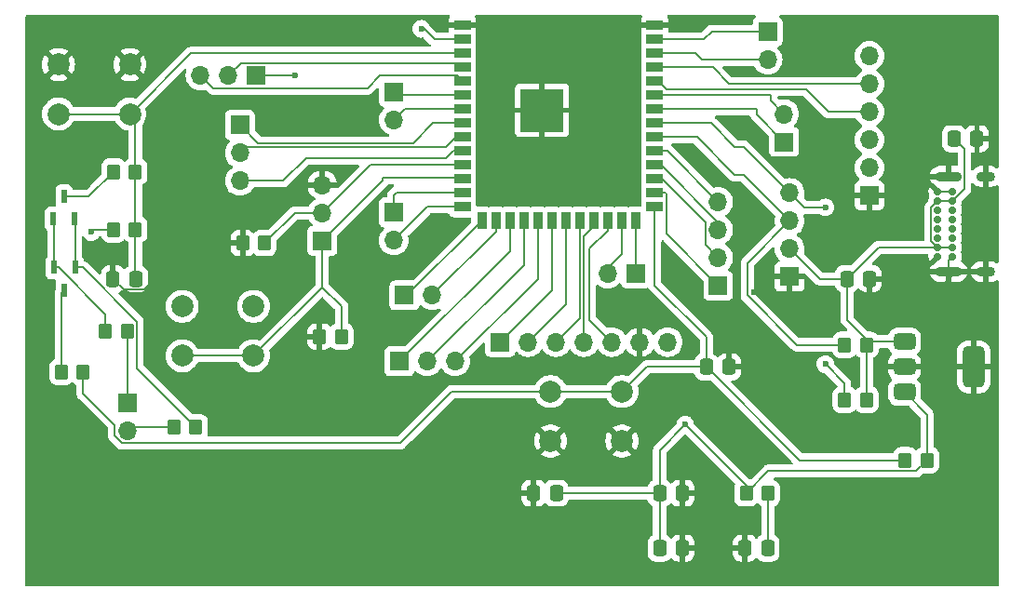
<source format=gbr>
G04 #@! TF.GenerationSoftware,KiCad,Pcbnew,8.0.4*
G04 #@! TF.CreationDate,2024-11-04T17:51:43-06:00*
G04 #@! TF.ProjectId,final_project_v0.1,66696e61-6c5f-4707-926f-6a6563745f76,rev?*
G04 #@! TF.SameCoordinates,Original*
G04 #@! TF.FileFunction,Copper,L1,Top*
G04 #@! TF.FilePolarity,Positive*
%FSLAX46Y46*%
G04 Gerber Fmt 4.6, Leading zero omitted, Abs format (unit mm)*
G04 Created by KiCad (PCBNEW 8.0.4) date 2024-11-04 17:51:43*
%MOMM*%
%LPD*%
G01*
G04 APERTURE LIST*
G04 Aperture macros list*
%AMRoundRect*
0 Rectangle with rounded corners*
0 $1 Rounding radius*
0 $2 $3 $4 $5 $6 $7 $8 $9 X,Y pos of 4 corners*
0 Add a 4 corners polygon primitive as box body*
4,1,4,$2,$3,$4,$5,$6,$7,$8,$9,$2,$3,0*
0 Add four circle primitives for the rounded corners*
1,1,$1+$1,$2,$3*
1,1,$1+$1,$4,$5*
1,1,$1+$1,$6,$7*
1,1,$1+$1,$8,$9*
0 Add four rect primitives between the rounded corners*
20,1,$1+$1,$2,$3,$4,$5,0*
20,1,$1+$1,$4,$5,$6,$7,0*
20,1,$1+$1,$6,$7,$8,$9,0*
20,1,$1+$1,$8,$9,$2,$3,0*%
G04 Aperture macros list end*
G04 #@! TA.AperFunction,SMDPad,CuDef*
%ADD10RoundRect,0.250000X-0.350000X-0.450000X0.350000X-0.450000X0.350000X0.450000X-0.350000X0.450000X0*%
G04 #@! TD*
G04 #@! TA.AperFunction,SMDPad,CuDef*
%ADD11RoundRect,0.250000X0.350000X0.450000X-0.350000X0.450000X-0.350000X-0.450000X0.350000X-0.450000X0*%
G04 #@! TD*
G04 #@! TA.AperFunction,SMDPad,CuDef*
%ADD12RoundRect,0.250000X-0.337500X-0.475000X0.337500X-0.475000X0.337500X0.475000X-0.337500X0.475000X0*%
G04 #@! TD*
G04 #@! TA.AperFunction,ComponentPad*
%ADD13C,2.000000*%
G04 #@! TD*
G04 #@! TA.AperFunction,ComponentPad*
%ADD14R,1.700000X1.700000*%
G04 #@! TD*
G04 #@! TA.AperFunction,ComponentPad*
%ADD15O,1.700000X1.700000*%
G04 #@! TD*
G04 #@! TA.AperFunction,SMDPad,CuDef*
%ADD16R,0.558800X1.219200*%
G04 #@! TD*
G04 #@! TA.AperFunction,SMDPad,CuDef*
%ADD17RoundRect,0.250000X0.337500X0.475000X-0.337500X0.475000X-0.337500X-0.475000X0.337500X-0.475000X0*%
G04 #@! TD*
G04 #@! TA.AperFunction,ComponentPad*
%ADD18C,0.700000*%
G04 #@! TD*
G04 #@! TA.AperFunction,ComponentPad*
%ADD19O,2.400000X0.900000*%
G04 #@! TD*
G04 #@! TA.AperFunction,ComponentPad*
%ADD20O,1.700000X0.900000*%
G04 #@! TD*
G04 #@! TA.AperFunction,SMDPad,CuDef*
%ADD21RoundRect,0.375000X-0.625000X-0.375000X0.625000X-0.375000X0.625000X0.375000X-0.625000X0.375000X0*%
G04 #@! TD*
G04 #@! TA.AperFunction,SMDPad,CuDef*
%ADD22RoundRect,0.500000X-0.500000X-1.400000X0.500000X-1.400000X0.500000X1.400000X-0.500000X1.400000X0*%
G04 #@! TD*
G04 #@! TA.AperFunction,SMDPad,CuDef*
%ADD23R,1.500000X0.900000*%
G04 #@! TD*
G04 #@! TA.AperFunction,SMDPad,CuDef*
%ADD24R,0.900000X1.500000*%
G04 #@! TD*
G04 #@! TA.AperFunction,HeatsinkPad*
%ADD25C,0.600000*%
G04 #@! TD*
G04 #@! TA.AperFunction,SMDPad,CuDef*
%ADD26R,3.900000X3.900000*%
G04 #@! TD*
G04 #@! TA.AperFunction,ViaPad*
%ADD27C,0.600000*%
G04 #@! TD*
G04 #@! TA.AperFunction,Conductor*
%ADD28C,0.200000*%
G04 #@! TD*
G04 APERTURE END LIST*
D10*
G04 #@! TO.P,R2,1*
G04 #@! TO.N,GND*
X111750000Y-121750000D03*
G04 #@! TO.P,R2,2*
G04 #@! TO.N,/MICEN*
X113750000Y-121750000D03*
G04 #@! TD*
D11*
G04 #@! TO.P,R5,1*
G04 #@! TO.N,+5V*
X161500000Y-122500000D03*
G04 #@! TO.P,R5,2*
G04 #@! TO.N,/SDA_LCD*
X159500000Y-122500000D03*
G04 #@! TD*
D12*
G04 #@! TO.P,C6,1*
G04 #@! TO.N,+5V*
X159712500Y-116500000D03*
G04 #@! TO.P,C6,2*
G04 #@! TO.N,GND*
X161787500Y-116500000D03*
G04 #@! TD*
D13*
G04 #@! TO.P,SW2,1,1*
G04 #@! TO.N,/Chip_EN*
X94500000Y-101500000D03*
X88000000Y-101500000D03*
G04 #@! TO.P,SW2,2,2*
G04 #@! TO.N,GND*
X94500000Y-97000000D03*
X88000000Y-97000000D03*
G04 #@! TD*
D12*
G04 #@! TO.P,C8,1*
G04 #@! TO.N,/GPIO_Strapping*
X146925000Y-124500000D03*
G04 #@! TO.P,C8,2*
G04 #@! TO.N,GND*
X149000000Y-124500000D03*
G04 #@! TD*
D14*
G04 #@! TO.P,J2,1,Pin_1*
G04 #@! TO.N,/35*
X148000000Y-117120000D03*
D15*
G04 #@! TO.P,J2,2,Pin_2*
G04 #@! TO.N,/36*
X148000000Y-114580000D03*
G04 #@! TO.P,J2,3,Pin_3*
G04 #@! TO.N,/37*
X148000000Y-112040000D03*
G04 #@! TO.P,J2,4,Pin_4*
G04 #@! TO.N,/38*
X148000000Y-109500000D03*
G04 #@! TD*
D16*
G04 #@! TO.P,Q2,1,1*
G04 #@! TO.N,Net-(Q1-Pad2)*
X89500000Y-115458002D03*
G04 #@! TO.P,Q2,2,2*
G04 #@! TO.N,Net-(Q1-Pad1)*
X87599998Y-115458002D03*
G04 #@! TO.P,Q2,3,3*
G04 #@! TO.N,Net-(Q2-Pad3)*
X88549999Y-117500001D03*
G04 #@! TD*
D14*
G04 #@! TO.P,DebugSerialPort1,1,Pin_1*
G04 #@! TO.N,GND*
X161750000Y-108910000D03*
D15*
G04 #@! TO.P,DebugSerialPort1,2,Pin_2*
G04 #@! TO.N,unconnected-(DebugSerialPort1-Pin_2-Pad2)*
X161750000Y-106370000D03*
G04 #@! TO.P,DebugSerialPort1,3,Pin_3*
G04 #@! TO.N,unconnected-(DebugSerialPort1-Pin_3-Pad3)*
X161750000Y-103830000D03*
G04 #@! TO.P,DebugSerialPort1,4,Pin_4*
G04 #@! TO.N,/TXS*
X161750000Y-101290000D03*
G04 #@! TO.P,DebugSerialPort1,5,Pin_5*
G04 #@! TO.N,/RXS*
X161750000Y-98750000D03*
G04 #@! TO.P,DebugSerialPort1,6,Pin_6*
G04 #@! TO.N,unconnected-(DebugSerialPort1-Pin_6-Pad6)*
X161750000Y-96210000D03*
G04 #@! TD*
D14*
G04 #@! TO.P,J10,1,Pin_1*
G04 #@! TO.N,/IO3*
X119460000Y-118000000D03*
D15*
G04 #@! TO.P,J10,2,Pin_2*
G04 #@! TO.N,/46*
X122000000Y-118000000D03*
G04 #@! TD*
D10*
G04 #@! TO.P,R9,1*
G04 #@! TO.N,Net-(Q2-Pad3)*
X88250000Y-125000000D03*
G04 #@! TO.P,R9,2*
G04 #@! TO.N,/GPIO_Strapping*
X90250000Y-125000000D03*
G04 #@! TD*
D17*
G04 #@! TO.P,C2,1*
G04 #@! TO.N,+3V3*
X133287500Y-136000000D03*
G04 #@! TO.P,C2,2*
G04 #@! TO.N,GND*
X131212500Y-136000000D03*
G04 #@! TD*
D14*
G04 #@! TO.P,J9,1,Pin_1*
G04 #@! TO.N,/41*
X154000000Y-104040000D03*
D15*
G04 #@! TO.P,J9,2,Pin_2*
G04 #@! TO.N,/42*
X154000000Y-101500000D03*
G04 #@! TD*
D14*
G04 #@! TO.P,MICDA1,1,Pin_1*
G04 #@! TO.N,/MICEN*
X112000000Y-113025000D03*
D15*
G04 #@! TO.P,MICDA1,2,Pin_2*
G04 #@! TO.N,/MICSDA*
X112000000Y-110485000D03*
G04 #@! TO.P,MICDA1,3,Pin_3*
G04 #@! TO.N,GND*
X112000000Y-107945000D03*
G04 #@! TD*
D14*
G04 #@! TO.P,AudioAmplifier1,1,Pin_1*
G04 #@! TO.N,/A_LRCLK*
X128170000Y-122250000D03*
D15*
G04 #@! TO.P,AudioAmplifier1,2,Pin_2*
G04 #@! TO.N,/A_BCLK*
X130710000Y-122250000D03*
G04 #@! TO.P,AudioAmplifier1,3,Pin_3*
G04 #@! TO.N,/A_Din*
X133250000Y-122250000D03*
G04 #@! TO.P,AudioAmplifier1,4,Pin_4*
G04 #@! TO.N,/A_GAIN*
X135790000Y-122250000D03*
G04 #@! TO.P,AudioAmplifier1,5,Pin_5*
G04 #@! TO.N,/A_SDMODEB*
X138330000Y-122250000D03*
G04 #@! TO.P,AudioAmplifier1,6,Pin_6*
G04 #@! TO.N,GND*
X140870000Y-122250000D03*
G04 #@! TO.P,AudioAmplifier1,7,Pin_7*
G04 #@! TO.N,+3V3*
X143410000Y-122250000D03*
G04 #@! TD*
D13*
G04 #@! TO.P,SW3,1,1*
G04 #@! TO.N,/GPIO_Strapping*
X132750000Y-126750000D03*
X139250000Y-126750000D03*
G04 #@! TO.P,SW3,2,2*
G04 #@! TO.N,GND*
X132750000Y-131250000D03*
X139250000Y-131250000D03*
G04 #@! TD*
D17*
G04 #@! TO.P,C7,1*
G04 #@! TO.N,/Chip_EN*
X95037500Y-116500000D03*
G04 #@! TO.P,C7,2*
G04 #@! TO.N,GND*
X92962500Y-116500000D03*
G04 #@! TD*
D14*
G04 #@! TO.P,J4,1,Pin_1*
G04 #@! TO.N,/9*
X119000000Y-124000000D03*
D15*
G04 #@! TO.P,J4,2,Pin_2*
G04 #@! TO.N,/10*
X121540000Y-124000000D03*
G04 #@! TO.P,J4,3,Pin_3*
G04 #@! TO.N,/11*
X124080000Y-124000000D03*
G04 #@! TD*
D16*
G04 #@! TO.P,Q1,1,1*
G04 #@! TO.N,Net-(Q1-Pad1)*
X87549999Y-111041999D03*
G04 #@! TO.P,Q1,2,2*
G04 #@! TO.N,Net-(Q1-Pad2)*
X89450001Y-111041999D03*
G04 #@! TO.P,Q1,3,3*
G04 #@! TO.N,Net-(Q1-Pad3)*
X88500000Y-109000000D03*
G04 #@! TD*
D10*
G04 #@! TO.P,R11,1*
G04 #@! TO.N,/CTS*
X98500000Y-130000000D03*
G04 #@! TO.P,R11,2*
G04 #@! TO.N,Net-(Q1-Pad2)*
X100500000Y-130000000D03*
G04 #@! TD*
G04 #@! TO.P,R10,1*
G04 #@! TO.N,Net-(Q1-Pad1)*
X92250000Y-121250000D03*
G04 #@! TO.P,R10,2*
G04 #@! TO.N,/DTR*
X94250000Y-121250000D03*
G04 #@! TD*
D18*
G04 #@! TO.P,J1,A1,GND*
G04 #@! TO.N,GND*
X167975000Y-114475000D03*
G04 #@! TO.P,J1,A4,VBUS*
G04 #@! TO.N,+5V*
X167975000Y-113625000D03*
G04 #@! TO.P,J1,A5,CC1*
G04 #@! TO.N,unconnected-(J1-CC1-PadA5)*
X167975000Y-112775000D03*
G04 #@! TO.P,J1,A6,D+*
G04 #@! TO.N,unconnected-(J1-D+-PadA6)*
X167975000Y-111925000D03*
G04 #@! TO.P,J1,A7,D-*
G04 #@! TO.N,unconnected-(J1-D--PadA7)*
X167975000Y-111075000D03*
G04 #@! TO.P,J1,A8,SBU1*
G04 #@! TO.N,unconnected-(J1-SBU1-PadA8)*
X167975000Y-110225000D03*
G04 #@! TO.P,J1,A9,VBUS*
G04 #@! TO.N,+5V*
X167975000Y-109375000D03*
G04 #@! TO.P,J1,A12,GND*
G04 #@! TO.N,GND*
X167975000Y-108525000D03*
G04 #@! TO.P,J1,B1,GND*
X169325000Y-108525000D03*
G04 #@! TO.P,J1,B4,VBUS*
G04 #@! TO.N,+5V*
X169325000Y-109375000D03*
G04 #@! TO.P,J1,B5,CC2*
G04 #@! TO.N,unconnected-(J1-CC2-PadB5)*
X169325000Y-110225000D03*
G04 #@! TO.P,J1,B6,D+*
G04 #@! TO.N,unconnected-(J1-D+-PadB6)*
X169325000Y-111075000D03*
G04 #@! TO.P,J1,B7,D-*
G04 #@! TO.N,unconnected-(J1-D--PadB7)*
X169325000Y-111925000D03*
G04 #@! TO.P,J1,B8,SBU2*
G04 #@! TO.N,unconnected-(J1-SBU2-PadB8)*
X169325000Y-112775000D03*
G04 #@! TO.P,J1,B9,VBUS*
G04 #@! TO.N,+5V*
X169325000Y-113625000D03*
G04 #@! TO.P,J1,B12,GND*
G04 #@! TO.N,GND*
X169325000Y-114475000D03*
D19*
G04 #@! TO.P,J1,S1,SHIELD*
X168955000Y-115825000D03*
D20*
X172335000Y-115825000D03*
D19*
X168955000Y-107175000D03*
D20*
X172335000Y-107175000D03*
G04 #@! TD*
D10*
G04 #@! TO.P,R8,1*
G04 #@! TO.N,Net-(Q1-Pad3)*
X93000000Y-106750000D03*
G04 #@! TO.P,R8,2*
G04 #@! TO.N,/Chip_EN*
X95000000Y-106750000D03*
G04 #@! TD*
D14*
G04 #@! TO.P,J11,1,Pin_1*
G04 #@! TO.N,/DTR*
X94250000Y-127750000D03*
D15*
G04 #@! TO.P,J11,2,Pin_2*
G04 #@! TO.N,/CTS*
X94250000Y-130290000D03*
G04 #@! TD*
D12*
G04 #@! TO.P,C1,1*
G04 #@! TO.N,+5V*
X169462500Y-103750000D03*
G04 #@! TO.P,C1,2*
G04 #@! TO.N,GND*
X171537500Y-103750000D03*
G04 #@! TD*
D10*
G04 #@! TO.P,R1,1*
G04 #@! TO.N,GND*
X104750000Y-113250000D03*
G04 #@! TO.P,R1,2*
G04 #@! TO.N,/MICSDA*
X106750000Y-113250000D03*
G04 #@! TD*
D11*
G04 #@! TO.P,R4,1*
G04 #@! TO.N,+5V*
X161500000Y-127500000D03*
G04 #@! TO.P,R4,2*
G04 #@! TO.N,/SCL_LCD*
X159500000Y-127500000D03*
G04 #@! TD*
D14*
G04 #@! TO.P,MICCLK1,1,Pin_1*
G04 #@! TO.N,+3V3*
X106000000Y-98000000D03*
D15*
G04 #@! TO.P,MICCLK1,2,Pin_2*
G04 #@! TO.N,/MICSCK*
X103460000Y-98000000D03*
G04 #@! TO.P,MICCLK1,3,Pin_3*
G04 #@! TO.N,/MICWS*
X100920000Y-98000000D03*
G04 #@! TD*
D11*
G04 #@! TO.P,R7,1*
G04 #@! TO.N,+3V3*
X167000000Y-133000000D03*
G04 #@! TO.P,R7,2*
G04 #@! TO.N,/GPIO_Strapping*
X165000000Y-133000000D03*
G04 #@! TD*
D10*
G04 #@! TO.P,R6,1*
G04 #@! TO.N,+3V3*
X93000000Y-112000000D03*
G04 #@! TO.P,R6,2*
G04 #@! TO.N,/Chip_EN*
X95000000Y-112000000D03*
G04 #@! TD*
D14*
G04 #@! TO.P,J7,1,Pin_1*
G04 #@! TO.N,/45*
X140500000Y-116000000D03*
D15*
G04 #@! TO.P,J7,2,Pin_2*
G04 #@! TO.N,/48*
X137960000Y-116000000D03*
G04 #@! TD*
D17*
G04 #@! TO.P,C5,1*
G04 #@! TO.N,Net-(C5-Pad1)*
X152500000Y-141000000D03*
G04 #@! TO.P,C5,2*
G04 #@! TO.N,GND*
X150425000Y-141000000D03*
G04 #@! TD*
D14*
G04 #@! TO.P,J5,1,Pin_1*
G04 #@! TO.N,/19*
X118500000Y-110460000D03*
D15*
G04 #@! TO.P,J5,2,Pin_2*
G04 #@! TO.N,/20*
X118500000Y-113000000D03*
G04 #@! TD*
D14*
G04 #@! TO.P,J6,1,Pin_1*
G04 #@! TO.N,/1*
X152500000Y-94000000D03*
D15*
G04 #@! TO.P,J6,2,Pin_2*
G04 #@! TO.N,/2*
X152500000Y-96540000D03*
G04 #@! TD*
D13*
G04 #@! TO.P,SW1,1,1*
G04 #@! TO.N,+3V3*
X99250000Y-119000000D03*
X105750000Y-119000000D03*
G04 #@! TO.P,SW1,2,2*
G04 #@! TO.N,/MICEN*
X99250000Y-123500000D03*
X105750000Y-123500000D03*
G04 #@! TD*
D14*
G04 #@! TO.P,J3,1,Pin_1*
G04 #@! TO.N,/15*
X104500000Y-102500000D03*
D15*
G04 #@! TO.P,J3,2,Pin_2*
G04 #@! TO.N,/16*
X104500000Y-105040000D03*
G04 #@! TO.P,J3,3,Pin_3*
G04 #@! TO.N,/17*
X104500000Y-107580000D03*
G04 #@! TD*
D12*
G04 #@! TO.P,C3,1*
G04 #@! TO.N,+3V3*
X142675000Y-141000000D03*
G04 #@! TO.P,C3,2*
G04 #@! TO.N,GND*
X144750000Y-141000000D03*
G04 #@! TD*
D14*
G04 #@! TO.P,J8,1,Pin_1*
G04 #@! TO.N,/6*
X118500000Y-99500000D03*
D15*
G04 #@! TO.P,J8,2,Pin_2*
G04 #@! TO.N,/7*
X118500000Y-102040000D03*
G04 #@! TD*
D10*
G04 #@! TO.P,R3,1*
G04 #@! TO.N,+3V3*
X150550000Y-136010000D03*
G04 #@! TO.P,R3,2*
G04 #@! TO.N,Net-(C5-Pad1)*
X152550000Y-136010000D03*
G04 #@! TD*
D21*
G04 #@! TO.P,U2,1,VI*
G04 #@! TO.N,+5V*
X164950000Y-122200000D03*
G04 #@! TO.P,U2,2,GND*
G04 #@! TO.N,GND*
X164950000Y-124500000D03*
D22*
X171250000Y-124500000D03*
D21*
G04 #@! TO.P,U2,3,VO*
G04 #@! TO.N,+3V3*
X164950000Y-126800000D03*
G04 #@! TD*
D23*
G04 #@! TO.P,U1,1,GND*
G04 #@! TO.N,GND*
X124732500Y-93440000D03*
G04 #@! TO.P,U1,2,3V3*
G04 #@! TO.N,+3V3*
X124732500Y-94710000D03*
G04 #@! TO.P,U1,3,EN*
G04 #@! TO.N,/Chip_EN*
X124732500Y-95980000D03*
G04 #@! TO.P,U1,4,IO4*
G04 #@! TO.N,/MICSCK*
X124732500Y-97250000D03*
G04 #@! TO.P,U1,5,IO5*
G04 #@! TO.N,/MICWS*
X124732500Y-98520000D03*
G04 #@! TO.P,U1,6,IO6*
G04 #@! TO.N,/6*
X124732500Y-99790000D03*
G04 #@! TO.P,U1,7,IO7*
G04 #@! TO.N,/7*
X124732500Y-101060000D03*
G04 #@! TO.P,U1,8,IO15*
G04 #@! TO.N,/15*
X124732500Y-102330000D03*
G04 #@! TO.P,U1,9,IO16*
G04 #@! TO.N,/16*
X124732500Y-103600000D03*
G04 #@! TO.P,U1,10,IO17*
G04 #@! TO.N,/17*
X124732500Y-104870000D03*
G04 #@! TO.P,U1,11,IO18*
G04 #@! TO.N,/MICSDA*
X124732500Y-106140000D03*
G04 #@! TO.P,U1,12,IO8*
G04 #@! TO.N,/MICEN*
X124732500Y-107410000D03*
G04 #@! TO.P,U1,13,IO19*
G04 #@! TO.N,/19*
X124732500Y-108680000D03*
G04 #@! TO.P,U1,14,IO20*
G04 #@! TO.N,/20*
X124732500Y-109950000D03*
D24*
G04 #@! TO.P,U1,15,IO3*
G04 #@! TO.N,/IO3*
X126497500Y-111200000D03*
G04 #@! TO.P,U1,16,IO46*
G04 #@! TO.N,/46*
X127767500Y-111200000D03*
G04 #@! TO.P,U1,17,IO9*
G04 #@! TO.N,/9*
X129037500Y-111200000D03*
G04 #@! TO.P,U1,18,IO10*
G04 #@! TO.N,/10*
X130307500Y-111200000D03*
G04 #@! TO.P,U1,19,IO11*
G04 #@! TO.N,/11*
X131577500Y-111200000D03*
G04 #@! TO.P,U1,20,IO12*
G04 #@! TO.N,/A_LRCLK*
X132847500Y-111200000D03*
G04 #@! TO.P,U1,21,IO13*
G04 #@! TO.N,/A_BCLK*
X134117500Y-111200000D03*
G04 #@! TO.P,U1,22,IO14*
G04 #@! TO.N,/A_Din*
X135387500Y-111200000D03*
G04 #@! TO.P,U1,23,IO21*
G04 #@! TO.N,/A_GAIN*
X136657500Y-111200000D03*
G04 #@! TO.P,U1,24,IO47*
G04 #@! TO.N,/A_SDMODEB*
X137927500Y-111200000D03*
G04 #@! TO.P,U1,25,IO48*
G04 #@! TO.N,/48*
X139197500Y-111200000D03*
G04 #@! TO.P,U1,26,IO45*
G04 #@! TO.N,/45*
X140467500Y-111200000D03*
D23*
G04 #@! TO.P,U1,27,IO0*
G04 #@! TO.N,/GPIO_Strapping*
X142232500Y-109950000D03*
G04 #@! TO.P,U1,28,IO35*
G04 #@! TO.N,/35*
X142232500Y-108680000D03*
G04 #@! TO.P,U1,29,IO36*
G04 #@! TO.N,/36*
X142232500Y-107410000D03*
G04 #@! TO.P,U1,30,IO37*
G04 #@! TO.N,/37*
X142232500Y-106140000D03*
G04 #@! TO.P,U1,31,IO38*
G04 #@! TO.N,/38*
X142232500Y-104870000D03*
G04 #@! TO.P,U1,32,IO39*
G04 #@! TO.N,/SDA_LCD*
X142232500Y-103600000D03*
G04 #@! TO.P,U1,33,IO40*
G04 #@! TO.N,/SCL_LCD*
X142232500Y-102330000D03*
G04 #@! TO.P,U1,34,IO41*
G04 #@! TO.N,/41*
X142232500Y-101060000D03*
G04 #@! TO.P,U1,35,IO42*
G04 #@! TO.N,/42*
X142232500Y-99790000D03*
G04 #@! TO.P,U1,36,RXD0*
G04 #@! TO.N,/TXS*
X142232500Y-98520000D03*
G04 #@! TO.P,U1,37,TXD0*
G04 #@! TO.N,/RXS*
X142232500Y-97250000D03*
G04 #@! TO.P,U1,38,IO2*
G04 #@! TO.N,/2*
X142232500Y-95980000D03*
G04 #@! TO.P,U1,39,IO1*
G04 #@! TO.N,/1*
X142232500Y-94710000D03*
G04 #@! TO.P,U1,40,GND*
G04 #@! TO.N,GND*
X142232500Y-93440000D03*
D25*
G04 #@! TO.P,U1,41,GND*
X130582500Y-100460000D03*
X130582500Y-101860000D03*
X131282500Y-99760000D03*
X131282500Y-101160000D03*
X131282500Y-102560000D03*
X131982500Y-100460000D03*
D26*
X131982500Y-101160000D03*
D25*
X131982500Y-101860000D03*
X132682500Y-99760000D03*
X132682500Y-101160000D03*
X132682500Y-102560000D03*
X133382500Y-100460000D03*
X133382500Y-101860000D03*
G04 #@! TD*
D12*
G04 #@! TO.P,C4,1*
G04 #@! TO.N,+3V3*
X142675000Y-136000000D03*
G04 #@! TO.P,C4,2*
G04 #@! TO.N,GND*
X144750000Y-136000000D03*
G04 #@! TD*
D14*
G04 #@! TO.P,LCDDisplay1,1,Pin_1*
G04 #@! TO.N,GND*
X154500000Y-116300000D03*
D15*
G04 #@! TO.P,LCDDisplay1,2,Pin_2*
G04 #@! TO.N,+5V*
X154500000Y-113760000D03*
G04 #@! TO.P,LCDDisplay1,3,Pin_3*
G04 #@! TO.N,/SDA_LCD*
X154500000Y-111220000D03*
G04 #@! TO.P,LCDDisplay1,4,Pin_4*
G04 #@! TO.N,/SCL_LCD*
X154500000Y-108680000D03*
G04 #@! TD*
D27*
G04 #@! TO.N,GND*
X141500000Y-119000000D03*
X158000000Y-135750000D03*
X167500000Y-118000000D03*
X92500000Y-138000000D03*
X151250000Y-117750000D03*
X96750000Y-114250000D03*
G04 #@! TO.N,+3V3*
X121000000Y-93750000D03*
X91000000Y-112250000D03*
X145000000Y-129750000D03*
X109500000Y-98000000D03*
G04 #@! TO.N,/SCL_LCD*
X157750000Y-124250000D03*
X157750000Y-110000000D03*
G04 #@! TD*
D28*
G04 #@! TO.N,GND*
X167500000Y-118000000D02*
X169325000Y-116175000D01*
X168955000Y-115825000D02*
X168955000Y-114845000D01*
X169325000Y-108525000D02*
X167975000Y-108525000D01*
X154500000Y-116300000D02*
X152700000Y-116300000D01*
X140870000Y-119630000D02*
X140870000Y-122250000D01*
X93937500Y-117475000D02*
X95775000Y-117475000D01*
X95775000Y-117475000D02*
X96750000Y-116500000D01*
X96750000Y-116500000D02*
X96750000Y-114250000D01*
X141500000Y-119000000D02*
X140870000Y-119630000D01*
X92962500Y-116500000D02*
X93937500Y-117475000D01*
X152700000Y-116300000D02*
X151250000Y-117750000D01*
X168955000Y-114845000D02*
X169325000Y-114475000D01*
G04 #@! TO.N,+5V*
X162587500Y-113625000D02*
X167975000Y-113625000D01*
X164950000Y-122200000D02*
X161800000Y-122200000D01*
X159712500Y-120212500D02*
X159712500Y-116500000D01*
X159712500Y-116500000D02*
X157240000Y-116500000D01*
X170405000Y-104692500D02*
X169462500Y-103750000D01*
X167375000Y-109975000D02*
X167375000Y-113025000D01*
X161800000Y-122200000D02*
X161500000Y-122500000D01*
X167975000Y-113625000D02*
X169325000Y-113625000D01*
X161500000Y-122000000D02*
X159712500Y-120212500D01*
X161500000Y-122500000D02*
X161500000Y-122000000D01*
X161500000Y-127500000D02*
X161500000Y-122500000D01*
X157240000Y-116500000D02*
X154500000Y-113760000D01*
X159712500Y-116500000D02*
X162587500Y-113625000D01*
X169325000Y-109375000D02*
X170405000Y-108295000D01*
X169325000Y-109375000D02*
X167975000Y-109375000D01*
X167375000Y-113025000D02*
X167975000Y-113625000D01*
X170405000Y-108295000D02*
X170405000Y-104692500D01*
X167975000Y-109375000D02*
X167375000Y-109975000D01*
G04 #@! TO.N,+3V3*
X167000000Y-133000000D02*
X167000000Y-128850000D01*
X145000000Y-129750000D02*
X150550000Y-135300000D01*
X152560000Y-134000000D02*
X166000000Y-134000000D01*
X150550000Y-135300000D02*
X150550000Y-136010000D01*
X142675000Y-132075000D02*
X145000000Y-129750000D01*
X133287500Y-136000000D02*
X142675000Y-136000000D01*
X122210000Y-94710000D02*
X124732500Y-94710000D01*
X142675000Y-141000000D02*
X142675000Y-136000000D01*
X142675000Y-136000000D02*
X142675000Y-132075000D01*
X121250000Y-93750000D02*
X122210000Y-94710000D01*
X121000000Y-93750000D02*
X121250000Y-93750000D01*
X150550000Y-136010000D02*
X152560000Y-134000000D01*
X166000000Y-134000000D02*
X167000000Y-133000000D01*
X109500000Y-98000000D02*
X106000000Y-98000000D01*
X93000000Y-112000000D02*
X91250000Y-112000000D01*
X91250000Y-112000000D02*
X91000000Y-112250000D01*
X167000000Y-128850000D02*
X164950000Y-126800000D01*
G04 #@! TO.N,Net-(C5-Pad1)*
X152500000Y-141000000D02*
X152500000Y-136060000D01*
X152500000Y-136060000D02*
X152550000Y-136010000D01*
G04 #@! TO.N,/A_Din*
X133250000Y-122250000D02*
X135387500Y-120112500D01*
X135387500Y-120112500D02*
X135387500Y-111200000D01*
G04 #@! TO.N,/A_SDMODEB*
X137927500Y-112150000D02*
X136310000Y-113767500D01*
X136310000Y-113767500D02*
X136310000Y-120230000D01*
X137927500Y-111200000D02*
X137927500Y-112150000D01*
X136310000Y-120230000D02*
X138330000Y-122250000D01*
G04 #@! TO.N,/A_LRCLK*
X128170000Y-122250000D02*
X132847500Y-117572500D01*
X132847500Y-117572500D02*
X132847500Y-111200000D01*
G04 #@! TO.N,/A_GAIN*
X135790000Y-122250000D02*
X135790000Y-112597500D01*
X135790000Y-112597500D02*
X136657500Y-111730000D01*
X136657500Y-111730000D02*
X136657500Y-111200000D01*
G04 #@! TO.N,/A_BCLK*
X134117500Y-118842500D02*
X134117500Y-111200000D01*
X130710000Y-122250000D02*
X134117500Y-118842500D01*
G04 #@! TO.N,/TXS*
X142532500Y-98520000D02*
X142232500Y-98520000D01*
X156000000Y-99250000D02*
X143262500Y-99250000D01*
X143262500Y-99250000D02*
X142532500Y-98520000D01*
X161750000Y-101290000D02*
X158040000Y-101290000D01*
X158040000Y-101290000D02*
X156000000Y-99250000D01*
G04 #@! TO.N,/Chip_EN*
X95000000Y-102000000D02*
X94500000Y-101500000D01*
X95000000Y-106750000D02*
X95000000Y-102000000D01*
X95000000Y-116462500D02*
X95037500Y-116500000D01*
X88000000Y-101500000D02*
X94500000Y-101500000D01*
X94500000Y-101500000D02*
X100020000Y-95980000D01*
X95000000Y-106750000D02*
X95000000Y-112000000D01*
X100020000Y-95980000D02*
X124732500Y-95980000D01*
X95000000Y-112000000D02*
X95000000Y-116462500D01*
G04 #@! TO.N,/GPIO_Strapping*
X139250000Y-126750000D02*
X141500000Y-124500000D01*
X141500000Y-124500000D02*
X146925000Y-124500000D01*
X93100000Y-129813654D02*
X93100000Y-130766346D01*
X139250000Y-126750000D02*
X132750000Y-126750000D01*
X155425000Y-133000000D02*
X146925000Y-124500000D01*
X142232500Y-117082500D02*
X142232500Y-109950000D01*
X123750000Y-126750000D02*
X132750000Y-126750000D01*
X90250000Y-125000000D02*
X90250000Y-126963654D01*
X90250000Y-126963654D02*
X93100000Y-129813654D01*
X146925000Y-121775000D02*
X142232500Y-117082500D01*
X165000000Y-133000000D02*
X155425000Y-133000000D01*
X93100000Y-130766346D02*
X93773654Y-131440000D01*
X93773654Y-131440000D02*
X119060000Y-131440000D01*
X119060000Y-131440000D02*
X123750000Y-126750000D01*
X146925000Y-124500000D02*
X146925000Y-121775000D01*
G04 #@! TO.N,/RXS*
X147500000Y-97250000D02*
X142232500Y-97250000D01*
X161750000Y-98750000D02*
X149000000Y-98750000D01*
X149000000Y-98750000D02*
X147500000Y-97250000D01*
G04 #@! TO.N,/SDA_LCD*
X154500000Y-111220000D02*
X150320000Y-107040000D01*
X150650000Y-115070000D02*
X154500000Y-111220000D01*
X149500000Y-107040000D02*
X146060000Y-103600000D01*
X150650000Y-117998529D02*
X150650000Y-115070000D01*
X150320000Y-107040000D02*
X149500000Y-107040000D01*
X146060000Y-103600000D02*
X142232500Y-103600000D01*
X159500000Y-122500000D02*
X155151471Y-122500000D01*
X155151471Y-122500000D02*
X150650000Y-117998529D01*
G04 #@! TO.N,/SCL_LCD*
X150320000Y-104500000D02*
X149500000Y-104500000D01*
X157750000Y-124250000D02*
X159500000Y-126000000D01*
X154500000Y-108680000D02*
X150320000Y-104500000D01*
X149500000Y-104500000D02*
X147330000Y-102330000D01*
X147330000Y-102330000D02*
X142232500Y-102330000D01*
X155820000Y-110000000D02*
X157750000Y-110000000D01*
X154500000Y-108680000D02*
X155820000Y-110000000D01*
X159500000Y-126000000D02*
X159500000Y-127500000D01*
G04 #@! TO.N,/MICSDA*
X112000000Y-110485000D02*
X109515000Y-110485000D01*
X109515000Y-110485000D02*
X106750000Y-113250000D01*
X112000000Y-110485000D02*
X116345000Y-106140000D01*
X116345000Y-106140000D02*
X124732500Y-106140000D01*
G04 #@! TO.N,/MICEN*
X117460000Y-107310000D02*
X124632500Y-107310000D01*
X117460000Y-107310000D02*
X117460000Y-107565000D01*
X124632500Y-107310000D02*
X124732500Y-107410000D01*
X105750000Y-123500000D02*
X112000000Y-117250000D01*
X105750000Y-123500000D02*
X99250000Y-123500000D01*
X113750000Y-121750000D02*
X113750000Y-119000000D01*
X117460000Y-107565000D02*
X112000000Y-113025000D01*
X112000000Y-117250000D02*
X112000000Y-113025000D01*
X113750000Y-119000000D02*
X112000000Y-117250000D01*
G04 #@! TO.N,/38*
X143370000Y-104870000D02*
X142232500Y-104870000D01*
X148000000Y-109500000D02*
X143370000Y-104870000D01*
G04 #@! TO.N,/CTS*
X94540000Y-130000000D02*
X94250000Y-130290000D01*
X98500000Y-130000000D02*
X94540000Y-130000000D01*
G04 #@! TO.N,/36*
X148000000Y-114580000D02*
X146850000Y-113430000D01*
X146850000Y-113430000D02*
X146850000Y-111350000D01*
X142910000Y-107410000D02*
X142232500Y-107410000D01*
X146850000Y-111350000D02*
X142910000Y-107410000D01*
G04 #@! TO.N,/35*
X143282500Y-112402500D02*
X143282500Y-108780000D01*
X143182500Y-108680000D02*
X142232500Y-108680000D01*
X148000000Y-117120000D02*
X143282500Y-112402500D01*
X143282500Y-108780000D02*
X143182500Y-108680000D01*
G04 #@! TO.N,/37*
X148000000Y-112040000D02*
X148000000Y-111377500D01*
X142762500Y-106140000D02*
X142232500Y-106140000D01*
X148000000Y-111377500D02*
X142762500Y-106140000D01*
G04 #@! TO.N,/16*
X124150000Y-103600000D02*
X124732500Y-103600000D01*
X104500000Y-105040000D02*
X105040000Y-104500000D01*
X123250000Y-104500000D02*
X124150000Y-103600000D01*
X105040000Y-104500000D02*
X123250000Y-104500000D01*
G04 #@! TO.N,/17*
X123250000Y-105500000D02*
X123880000Y-104870000D01*
X110500000Y-105500000D02*
X123250000Y-105500000D01*
X104500000Y-107580000D02*
X108420000Y-107580000D01*
X108420000Y-107580000D02*
X110500000Y-105500000D01*
X123880000Y-104870000D02*
X124732500Y-104870000D01*
G04 #@! TO.N,/46*
X127767500Y-112232500D02*
X127767500Y-111200000D01*
X122000000Y-118000000D02*
X127767500Y-112232500D01*
G04 #@! TO.N,/IO3*
X119460000Y-118000000D02*
X119697500Y-118000000D01*
X119697500Y-118000000D02*
X126497500Y-111200000D01*
G04 #@! TO.N,/15*
X122070000Y-102330000D02*
X124732500Y-102330000D01*
X120250000Y-104150000D02*
X122070000Y-102330000D01*
X106150000Y-104150000D02*
X120250000Y-104150000D01*
X104500000Y-102500000D02*
X106150000Y-104150000D01*
G04 #@! TO.N,/10*
X121540000Y-124000000D02*
X130307500Y-115232500D01*
X130307500Y-115232500D02*
X130307500Y-111200000D01*
G04 #@! TO.N,/9*
X119000000Y-124000000D02*
X129037500Y-113962500D01*
X129037500Y-113962500D02*
X129037500Y-111200000D01*
G04 #@! TO.N,/11*
X124080000Y-124000000D02*
X131577500Y-116502500D01*
X131577500Y-116502500D02*
X131577500Y-111200000D01*
G04 #@! TO.N,/2*
X145940000Y-95980000D02*
X142232500Y-95980000D01*
X145940000Y-95980000D02*
X146500000Y-96540000D01*
X146500000Y-96540000D02*
X152500000Y-96540000D01*
G04 #@! TO.N,/1*
X146710000Y-94710000D02*
X147420000Y-94000000D01*
X147420000Y-94000000D02*
X152500000Y-94000000D01*
X146710000Y-94710000D02*
X142232500Y-94710000D01*
G04 #@! TO.N,/MICSCK*
X103460000Y-98000000D02*
X104610000Y-96850000D01*
X104610000Y-96850000D02*
X124332500Y-96850000D01*
X124332500Y-96850000D02*
X124732500Y-97250000D01*
G04 #@! TO.N,/48*
X137460000Y-116000000D02*
X139197500Y-114262500D01*
X139197500Y-114262500D02*
X139197500Y-111200000D01*
G04 #@! TO.N,/45*
X140500000Y-111232500D02*
X140467500Y-111200000D01*
X140500000Y-116000000D02*
X140500000Y-111232500D01*
G04 #@! TO.N,/MICWS*
X117250000Y-98000000D02*
X124212500Y-98000000D01*
X116100000Y-99150000D02*
X117250000Y-98000000D01*
X102070000Y-99150000D02*
X116100000Y-99150000D01*
X100920000Y-98000000D02*
X102070000Y-99150000D01*
X124212500Y-98000000D02*
X124732500Y-98520000D01*
G04 #@! TO.N,/7*
X124732500Y-101060000D02*
X119480000Y-101060000D01*
X119480000Y-101060000D02*
X118500000Y-102040000D01*
G04 #@! TO.N,/6*
X118790000Y-99790000D02*
X118500000Y-99500000D01*
X124732500Y-99790000D02*
X118790000Y-99790000D01*
G04 #@! TO.N,/42*
X152790000Y-99790000D02*
X152790000Y-100290000D01*
X152790000Y-100290000D02*
X154000000Y-101500000D01*
X152790000Y-99790000D02*
X142232500Y-99790000D01*
G04 #@! TO.N,/41*
X151520000Y-101060000D02*
X142232500Y-101060000D01*
X151520000Y-101060000D02*
X151520000Y-101560000D01*
X151520000Y-101560000D02*
X154000000Y-104040000D01*
G04 #@! TO.N,/DTR*
X94250000Y-127750000D02*
X94250000Y-121250000D01*
G04 #@! TO.N,Net-(Q1-Pad2)*
X90208002Y-115458002D02*
X89500000Y-115458002D01*
X95150000Y-120400000D02*
X90208002Y-115458002D01*
X95150000Y-124650000D02*
X95150000Y-120400000D01*
X100500000Y-130000000D02*
X95150000Y-124650000D01*
X89500000Y-111091998D02*
X89450001Y-111041999D01*
X89500000Y-115458002D02*
X89500000Y-111091998D01*
G04 #@! TO.N,Net-(Q1-Pad3)*
X90750000Y-109000000D02*
X93000000Y-106750000D01*
X88500000Y-109000000D02*
X90750000Y-109000000D01*
G04 #@! TO.N,Net-(Q1-Pad1)*
X87599998Y-115458002D02*
X87599998Y-111091998D01*
X87997000Y-115458002D02*
X87599998Y-115458002D01*
X92250000Y-121250000D02*
X92250000Y-119711002D01*
X87599998Y-111091998D02*
X87549999Y-111041999D01*
X92250000Y-119711002D02*
X87997000Y-115458002D01*
G04 #@! TO.N,Net-(Q2-Pad3)*
X88250000Y-125000000D02*
X88250000Y-117800000D01*
X88250000Y-117800000D02*
X88549999Y-117500001D01*
G04 #@! TO.N,/20*
X121550000Y-109950000D02*
X124732500Y-109950000D01*
X118500000Y-113000000D02*
X121550000Y-109950000D01*
G04 #@! TO.N,/19*
X124732500Y-108680000D02*
X118720000Y-108680000D01*
X118500000Y-108900000D02*
X118500000Y-110460000D01*
X118720000Y-108680000D02*
X118500000Y-108900000D01*
G04 #@! TD*
G04 #@! TA.AperFunction,Conductor*
G04 #@! TO.N,GND*
G36*
X123543676Y-92520185D02*
G01*
X123589431Y-92572989D01*
X123599375Y-92642147D01*
X123575903Y-92698812D01*
X123539147Y-92747910D01*
X123539145Y-92747913D01*
X123488903Y-92882620D01*
X123488901Y-92882627D01*
X123482500Y-92942155D01*
X123482500Y-93190000D01*
X125982500Y-93190000D01*
X125982500Y-92942172D01*
X125982499Y-92942155D01*
X125976098Y-92882627D01*
X125976096Y-92882620D01*
X125925854Y-92747913D01*
X125925852Y-92747910D01*
X125889097Y-92698812D01*
X125864679Y-92633348D01*
X125879530Y-92565075D01*
X125928935Y-92515669D01*
X125988363Y-92500500D01*
X140976637Y-92500500D01*
X141043676Y-92520185D01*
X141089431Y-92572989D01*
X141099375Y-92642147D01*
X141075903Y-92698812D01*
X141039147Y-92747910D01*
X141039145Y-92747913D01*
X140988903Y-92882620D01*
X140988901Y-92882627D01*
X140982500Y-92942155D01*
X140982500Y-93190000D01*
X143482500Y-93190000D01*
X143482500Y-92942172D01*
X143482499Y-92942155D01*
X143476098Y-92882627D01*
X143476096Y-92882620D01*
X143425854Y-92747913D01*
X143425852Y-92747910D01*
X143389097Y-92698812D01*
X143364679Y-92633348D01*
X143379530Y-92565075D01*
X143428935Y-92515669D01*
X143488363Y-92500500D01*
X151309897Y-92500500D01*
X151376936Y-92520185D01*
X151422691Y-92572989D01*
X151432635Y-92642147D01*
X151403610Y-92705703D01*
X151384208Y-92723766D01*
X151292455Y-92792452D01*
X151292452Y-92792455D01*
X151206206Y-92907664D01*
X151206202Y-92907671D01*
X151155908Y-93042517D01*
X151149501Y-93102116D01*
X151149501Y-93102123D01*
X151149500Y-93102135D01*
X151149500Y-93275500D01*
X151129815Y-93342539D01*
X151077011Y-93388294D01*
X151025500Y-93399500D01*
X147506670Y-93399500D01*
X147506654Y-93399499D01*
X147499058Y-93399499D01*
X147340943Y-93399499D01*
X147264579Y-93419961D01*
X147188214Y-93440423D01*
X147188209Y-93440426D01*
X147051290Y-93519475D01*
X147051282Y-93519481D01*
X146497584Y-94073181D01*
X146436261Y-94106666D01*
X146409903Y-94109500D01*
X143602089Y-94109500D01*
X143535050Y-94089815D01*
X143489295Y-94037011D01*
X143478800Y-93972242D01*
X143482499Y-93937839D01*
X143482500Y-93937827D01*
X143482500Y-93690000D01*
X140982500Y-93690000D01*
X140982500Y-93937844D01*
X140988901Y-93997372D01*
X140988903Y-93997379D01*
X141001425Y-94030952D01*
X141006409Y-94100643D01*
X141001425Y-94117617D01*
X140988409Y-94152514D01*
X140988408Y-94152516D01*
X140982001Y-94212116D01*
X140982001Y-94212123D01*
X140982000Y-94212135D01*
X140982000Y-95207870D01*
X140982001Y-95207876D01*
X140988408Y-95267481D01*
X141001159Y-95301669D01*
X141006142Y-95371361D01*
X141001159Y-95388331D01*
X140988408Y-95422518D01*
X140982001Y-95482116D01*
X140982001Y-95482123D01*
X140982000Y-95482135D01*
X140982000Y-96477870D01*
X140982001Y-96477876D01*
X140988408Y-96537481D01*
X141001159Y-96571669D01*
X141006142Y-96641361D01*
X141001159Y-96658331D01*
X140988408Y-96692518D01*
X140982001Y-96752116D01*
X140982001Y-96752123D01*
X140982000Y-96752135D01*
X140982000Y-97747870D01*
X140982001Y-97747876D01*
X140988408Y-97807481D01*
X141001159Y-97841669D01*
X141006142Y-97911361D01*
X141001159Y-97928331D01*
X140988408Y-97962518D01*
X140982001Y-98022116D01*
X140982001Y-98022123D01*
X140982000Y-98022135D01*
X140982000Y-99017870D01*
X140982001Y-99017876D01*
X140988408Y-99077481D01*
X141001159Y-99111669D01*
X141006142Y-99181361D01*
X141001159Y-99198331D01*
X140988408Y-99232518D01*
X140983959Y-99273903D01*
X140982001Y-99292123D01*
X140982000Y-99292135D01*
X140982000Y-100287870D01*
X140982001Y-100287876D01*
X140988408Y-100347481D01*
X141001159Y-100381669D01*
X141006142Y-100451361D01*
X141001159Y-100468331D01*
X140988408Y-100502518D01*
X140982001Y-100562116D01*
X140982000Y-100562128D01*
X140982000Y-101557870D01*
X140982001Y-101557871D01*
X140988408Y-101617481D01*
X141001159Y-101651669D01*
X141006142Y-101721361D01*
X141001159Y-101738331D01*
X140988408Y-101772518D01*
X140983662Y-101816665D01*
X140982001Y-101832123D01*
X140982000Y-101832135D01*
X140982000Y-102827870D01*
X140982001Y-102827876D01*
X140988408Y-102887481D01*
X141001159Y-102921669D01*
X141006142Y-102991361D01*
X141001159Y-103008331D01*
X140988408Y-103042518D01*
X140984108Y-103082516D01*
X140982001Y-103102123D01*
X140982000Y-103102135D01*
X140982000Y-104097870D01*
X140982001Y-104097876D01*
X140988408Y-104157481D01*
X141001159Y-104191669D01*
X141006142Y-104261361D01*
X141001159Y-104278331D01*
X140988408Y-104312518D01*
X140983070Y-104362171D01*
X140982001Y-104372123D01*
X140982000Y-104372135D01*
X140982000Y-105367870D01*
X140982001Y-105367876D01*
X140988408Y-105427481D01*
X141001159Y-105461669D01*
X141006142Y-105531361D01*
X141001159Y-105548331D01*
X140988408Y-105582518D01*
X140984896Y-105615187D01*
X140982001Y-105642123D01*
X140982000Y-105642135D01*
X140982000Y-106637870D01*
X140982001Y-106637876D01*
X140988408Y-106697481D01*
X141001159Y-106731669D01*
X141006142Y-106801361D01*
X141001159Y-106818331D01*
X140988408Y-106852518D01*
X140982001Y-106912116D01*
X140982001Y-106912123D01*
X140982000Y-106912135D01*
X140982000Y-107907870D01*
X140982001Y-107907876D01*
X140988408Y-107967481D01*
X141001159Y-108001669D01*
X141006142Y-108071361D01*
X141001159Y-108088331D01*
X140988408Y-108122518D01*
X140983848Y-108164936D01*
X140982001Y-108182123D01*
X140982000Y-108182135D01*
X140982000Y-109177870D01*
X140982001Y-109177876D01*
X140988408Y-109237481D01*
X141001159Y-109271669D01*
X141006142Y-109341361D01*
X141001159Y-109358331D01*
X140988408Y-109392518D01*
X140985223Y-109422147D01*
X140982001Y-109452123D01*
X140982000Y-109452135D01*
X140982000Y-109825500D01*
X140962315Y-109892539D01*
X140909511Y-109938294D01*
X140858000Y-109949500D01*
X139969629Y-109949500D01*
X139969623Y-109949501D01*
X139910018Y-109955908D01*
X139875831Y-109968659D01*
X139806139Y-109973642D01*
X139789169Y-109968659D01*
X139754980Y-109955908D01*
X139754982Y-109955908D01*
X139695383Y-109949501D01*
X139695381Y-109949500D01*
X139695373Y-109949500D01*
X139695364Y-109949500D01*
X138699629Y-109949500D01*
X138699623Y-109949501D01*
X138640018Y-109955908D01*
X138605831Y-109968659D01*
X138536139Y-109973642D01*
X138519169Y-109968659D01*
X138484980Y-109955908D01*
X138484982Y-109955908D01*
X138425383Y-109949501D01*
X138425381Y-109949500D01*
X138425373Y-109949500D01*
X138425364Y-109949500D01*
X137429629Y-109949500D01*
X137429623Y-109949501D01*
X137370018Y-109955908D01*
X137335831Y-109968659D01*
X137266139Y-109973642D01*
X137249169Y-109968659D01*
X137214980Y-109955908D01*
X137214982Y-109955908D01*
X137155383Y-109949501D01*
X137155381Y-109949500D01*
X137155373Y-109949500D01*
X137155364Y-109949500D01*
X136159629Y-109949500D01*
X136159623Y-109949501D01*
X136100018Y-109955908D01*
X136065831Y-109968659D01*
X135996139Y-109973642D01*
X135979169Y-109968659D01*
X135944980Y-109955908D01*
X135944982Y-109955908D01*
X135885383Y-109949501D01*
X135885381Y-109949500D01*
X135885373Y-109949500D01*
X135885364Y-109949500D01*
X134889629Y-109949500D01*
X134889623Y-109949501D01*
X134830018Y-109955908D01*
X134795831Y-109968659D01*
X134726139Y-109973642D01*
X134709169Y-109968659D01*
X134674980Y-109955908D01*
X134674982Y-109955908D01*
X134615383Y-109949501D01*
X134615381Y-109949500D01*
X134615373Y-109949500D01*
X134615364Y-109949500D01*
X133619629Y-109949500D01*
X133619623Y-109949501D01*
X133560018Y-109955908D01*
X133525831Y-109968659D01*
X133456139Y-109973642D01*
X133439169Y-109968659D01*
X133404980Y-109955908D01*
X133404982Y-109955908D01*
X133345383Y-109949501D01*
X133345381Y-109949500D01*
X133345373Y-109949500D01*
X133345364Y-109949500D01*
X132349629Y-109949500D01*
X132349623Y-109949501D01*
X132290018Y-109955908D01*
X132255831Y-109968659D01*
X132186139Y-109973642D01*
X132169169Y-109968659D01*
X132134980Y-109955908D01*
X132134982Y-109955908D01*
X132075383Y-109949501D01*
X132075381Y-109949500D01*
X132075373Y-109949500D01*
X132075364Y-109949500D01*
X131079629Y-109949500D01*
X131079623Y-109949501D01*
X131020018Y-109955908D01*
X130985831Y-109968659D01*
X130916139Y-109973642D01*
X130899169Y-109968659D01*
X130864980Y-109955908D01*
X130864982Y-109955908D01*
X130805383Y-109949501D01*
X130805381Y-109949500D01*
X130805373Y-109949500D01*
X130805364Y-109949500D01*
X129809629Y-109949500D01*
X129809623Y-109949501D01*
X129750018Y-109955908D01*
X129715831Y-109968659D01*
X129646139Y-109973642D01*
X129629169Y-109968659D01*
X129594980Y-109955908D01*
X129594982Y-109955908D01*
X129535383Y-109949501D01*
X129535381Y-109949500D01*
X129535373Y-109949500D01*
X129535364Y-109949500D01*
X128539629Y-109949500D01*
X128539623Y-109949501D01*
X128480018Y-109955908D01*
X128445831Y-109968659D01*
X128376139Y-109973642D01*
X128359169Y-109968659D01*
X128324980Y-109955908D01*
X128324982Y-109955908D01*
X128265383Y-109949501D01*
X128265381Y-109949500D01*
X128265373Y-109949500D01*
X128265364Y-109949500D01*
X127269629Y-109949500D01*
X127269623Y-109949501D01*
X127210018Y-109955908D01*
X127175831Y-109968659D01*
X127106139Y-109973642D01*
X127089169Y-109968659D01*
X127054980Y-109955908D01*
X127054982Y-109955908D01*
X126995383Y-109949501D01*
X126995381Y-109949500D01*
X126995373Y-109949500D01*
X126995365Y-109949500D01*
X126106999Y-109949500D01*
X126039960Y-109929815D01*
X125994205Y-109877011D01*
X125982999Y-109825500D01*
X125982999Y-109452129D01*
X125982998Y-109452123D01*
X125982997Y-109452116D01*
X125976591Y-109392517D01*
X125963840Y-109358332D01*
X125958857Y-109288642D01*
X125963840Y-109271669D01*
X125976591Y-109237483D01*
X125983000Y-109177873D01*
X125982999Y-108182128D01*
X125976591Y-108122517D01*
X125963840Y-108088332D01*
X125958857Y-108018642D01*
X125963840Y-108001669D01*
X125976591Y-107967483D01*
X125983000Y-107907873D01*
X125982999Y-106912128D01*
X125976591Y-106852517D01*
X125963840Y-106818332D01*
X125958857Y-106748642D01*
X125963840Y-106731669D01*
X125976591Y-106697483D01*
X125983000Y-106637873D01*
X125982999Y-105642128D01*
X125976591Y-105582517D01*
X125963840Y-105548332D01*
X125958857Y-105478642D01*
X125963840Y-105461669D01*
X125976591Y-105427483D01*
X125983000Y-105367873D01*
X125982999Y-104372128D01*
X125976591Y-104312517D01*
X125963840Y-104278332D01*
X125958857Y-104208642D01*
X125963840Y-104191669D01*
X125976591Y-104157483D01*
X125983000Y-104097873D01*
X125982999Y-103157844D01*
X129532500Y-103157844D01*
X129538901Y-103217372D01*
X129538903Y-103217379D01*
X129589145Y-103352086D01*
X129589149Y-103352093D01*
X129675309Y-103467187D01*
X129675312Y-103467190D01*
X129790406Y-103553350D01*
X129790413Y-103553354D01*
X129925120Y-103603596D01*
X129925127Y-103603598D01*
X129984655Y-103609999D01*
X129984672Y-103610000D01*
X131732500Y-103610000D01*
X131732500Y-102463554D01*
X132232500Y-102463554D01*
X132232500Y-103610000D01*
X133980328Y-103610000D01*
X133980344Y-103609999D01*
X134039872Y-103603598D01*
X134039879Y-103603596D01*
X134174586Y-103553354D01*
X134174593Y-103553350D01*
X134289687Y-103467190D01*
X134289690Y-103467187D01*
X134375850Y-103352093D01*
X134375854Y-103352086D01*
X134426096Y-103217379D01*
X134426098Y-103217372D01*
X134432499Y-103157844D01*
X134432500Y-103157827D01*
X134432500Y-101410000D01*
X133286053Y-101410000D01*
X133396780Y-101520726D01*
X133396782Y-101520730D01*
X133648371Y-101772318D01*
X133681856Y-101833641D01*
X133676872Y-101903332D01*
X133648371Y-101947680D01*
X133419060Y-102176990D01*
X133419048Y-102177006D01*
X132999506Y-102596548D01*
X132999499Y-102596551D01*
X132770180Y-102825871D01*
X132708857Y-102859356D01*
X132639165Y-102854372D01*
X132594818Y-102825871D01*
X132343240Y-102574292D01*
X132343225Y-102574280D01*
X132309054Y-102540109D01*
X132582500Y-102540109D01*
X132582500Y-102579891D01*
X132597724Y-102616645D01*
X132625855Y-102644776D01*
X132662609Y-102660000D01*
X132702391Y-102660000D01*
X132739145Y-102644776D01*
X132767276Y-102616645D01*
X132782500Y-102579891D01*
X132782500Y-102540109D01*
X132767276Y-102503355D01*
X132739145Y-102475224D01*
X132702391Y-102460000D01*
X132662609Y-102460000D01*
X132625855Y-102475224D01*
X132597724Y-102503355D01*
X132582500Y-102540109D01*
X132309054Y-102540109D01*
X132232500Y-102463554D01*
X131732500Y-102463554D01*
X131732500Y-102463553D01*
X131599507Y-102596548D01*
X131599498Y-102596552D01*
X131370180Y-102825871D01*
X131308857Y-102859356D01*
X131239165Y-102854372D01*
X131194818Y-102825871D01*
X130943236Y-102574288D01*
X130943226Y-102574280D01*
X130909055Y-102540109D01*
X131182500Y-102540109D01*
X131182500Y-102579891D01*
X131197724Y-102616645D01*
X131225855Y-102644776D01*
X131262609Y-102660000D01*
X131302391Y-102660000D01*
X131339145Y-102644776D01*
X131367276Y-102616645D01*
X131382500Y-102579891D01*
X131382500Y-102540109D01*
X131367276Y-102503355D01*
X131339145Y-102475224D01*
X131302391Y-102460000D01*
X131262609Y-102460000D01*
X131225855Y-102475224D01*
X131197724Y-102503355D01*
X131182500Y-102540109D01*
X130909055Y-102540109D01*
X130527073Y-102158127D01*
X130527071Y-102158124D01*
X130316627Y-101947680D01*
X130283142Y-101886357D01*
X130286449Y-101840109D01*
X130482500Y-101840109D01*
X130482500Y-101879891D01*
X130497724Y-101916645D01*
X130525855Y-101944776D01*
X130562609Y-101960000D01*
X130602391Y-101960000D01*
X130639145Y-101944776D01*
X130667276Y-101916645D01*
X130682500Y-101879891D01*
X130682500Y-101859999D01*
X130936053Y-101859999D01*
X130975785Y-101899730D01*
X130975786Y-101899732D01*
X131282500Y-102206446D01*
X131628946Y-101860000D01*
X131609055Y-101840109D01*
X131882500Y-101840109D01*
X131882500Y-101879891D01*
X131897724Y-101916645D01*
X131925855Y-101944776D01*
X131962609Y-101960000D01*
X132002391Y-101960000D01*
X132039145Y-101944776D01*
X132067276Y-101916645D01*
X132082500Y-101879891D01*
X132082500Y-101859999D01*
X132336053Y-101859999D01*
X132375785Y-101899730D01*
X132375786Y-101899732D01*
X132682500Y-102206446D01*
X133028946Y-101860000D01*
X133009055Y-101840109D01*
X133282500Y-101840109D01*
X133282500Y-101879891D01*
X133297724Y-101916645D01*
X133325855Y-101944776D01*
X133362609Y-101960000D01*
X133402391Y-101960000D01*
X133439145Y-101944776D01*
X133467276Y-101916645D01*
X133482500Y-101879891D01*
X133482500Y-101840109D01*
X133467276Y-101803355D01*
X133439145Y-101775224D01*
X133402391Y-101760000D01*
X133362609Y-101760000D01*
X133325855Y-101775224D01*
X133297724Y-101803355D01*
X133282500Y-101840109D01*
X133009055Y-101840109D01*
X132726817Y-101557871D01*
X132682500Y-101513553D01*
X132638183Y-101557871D01*
X132638182Y-101557872D01*
X132336053Y-101859999D01*
X132082500Y-101859999D01*
X132082500Y-101840109D01*
X132067276Y-101803355D01*
X132039145Y-101775224D01*
X132002391Y-101760000D01*
X131962609Y-101760000D01*
X131925855Y-101775224D01*
X131897724Y-101803355D01*
X131882500Y-101840109D01*
X131609055Y-101840109D01*
X131326817Y-101557871D01*
X131282500Y-101513553D01*
X131238183Y-101557871D01*
X131238182Y-101557872D01*
X130936053Y-101859999D01*
X130682500Y-101859999D01*
X130682500Y-101840109D01*
X130667276Y-101803355D01*
X130639145Y-101775224D01*
X130602391Y-101760000D01*
X130562609Y-101760000D01*
X130525855Y-101775224D01*
X130497724Y-101803355D01*
X130482500Y-101840109D01*
X130286449Y-101840109D01*
X130288126Y-101816665D01*
X130316627Y-101772318D01*
X130509632Y-101579314D01*
X130678946Y-101410000D01*
X129532500Y-101410000D01*
X129532500Y-103157844D01*
X125982999Y-103157844D01*
X125982999Y-103102128D01*
X125976591Y-103042517D01*
X125963840Y-103008332D01*
X125958857Y-102938642D01*
X125963840Y-102921669D01*
X125976591Y-102887483D01*
X125983000Y-102827873D01*
X125982999Y-101832128D01*
X125976591Y-101772517D01*
X125963840Y-101738332D01*
X125958857Y-101668642D01*
X125963840Y-101651669D01*
X125976591Y-101617483D01*
X125983000Y-101557873D01*
X125983000Y-101140109D01*
X131182500Y-101140109D01*
X131182500Y-101179891D01*
X131197724Y-101216645D01*
X131225855Y-101244776D01*
X131262609Y-101260000D01*
X131302391Y-101260000D01*
X131339145Y-101244776D01*
X131367276Y-101216645D01*
X131382500Y-101179891D01*
X131382500Y-101140109D01*
X132582500Y-101140109D01*
X132582500Y-101179891D01*
X132597724Y-101216645D01*
X132625855Y-101244776D01*
X132662609Y-101260000D01*
X132702391Y-101260000D01*
X132739145Y-101244776D01*
X132767276Y-101216645D01*
X132782500Y-101179891D01*
X132782500Y-101140109D01*
X132767276Y-101103355D01*
X132739145Y-101075224D01*
X132702391Y-101060000D01*
X132662609Y-101060000D01*
X132625855Y-101075224D01*
X132597724Y-101103355D01*
X132582500Y-101140109D01*
X131382500Y-101140109D01*
X131367276Y-101103355D01*
X131339145Y-101075224D01*
X131302391Y-101060000D01*
X131262609Y-101060000D01*
X131225855Y-101075224D01*
X131197724Y-101103355D01*
X131182500Y-101140109D01*
X125983000Y-101140109D01*
X125982999Y-100562128D01*
X125976591Y-100502517D01*
X125963840Y-100468332D01*
X125958857Y-100398642D01*
X125963840Y-100381669D01*
X125976591Y-100347483D01*
X125983000Y-100287873D01*
X125982999Y-99292128D01*
X125976591Y-99232517D01*
X125963840Y-99198332D01*
X125961253Y-99162155D01*
X129532500Y-99162155D01*
X129532500Y-100910000D01*
X130678945Y-100910000D01*
X130619445Y-100850500D01*
X130619445Y-100850499D01*
X130527073Y-100758127D01*
X130527071Y-100758124D01*
X130316627Y-100547680D01*
X130283142Y-100486357D01*
X130286449Y-100440109D01*
X130482500Y-100440109D01*
X130482500Y-100479891D01*
X130497724Y-100516645D01*
X130525855Y-100544776D01*
X130562609Y-100560000D01*
X130602391Y-100560000D01*
X130639145Y-100544776D01*
X130667276Y-100516645D01*
X130682500Y-100479891D01*
X130682500Y-100459999D01*
X130936053Y-100459999D01*
X130976477Y-100500422D01*
X130976478Y-100500424D01*
X131282500Y-100806446D01*
X131628946Y-100460000D01*
X131609055Y-100440109D01*
X131882500Y-100440109D01*
X131882500Y-100479891D01*
X131897724Y-100516645D01*
X131925855Y-100544776D01*
X131962609Y-100560000D01*
X132002391Y-100560000D01*
X132039145Y-100544776D01*
X132067276Y-100516645D01*
X132082500Y-100479891D01*
X132082500Y-100459999D01*
X132336053Y-100459999D01*
X132376477Y-100500422D01*
X132376478Y-100500424D01*
X132682500Y-100806446D01*
X133028946Y-100460000D01*
X133009055Y-100440109D01*
X133282500Y-100440109D01*
X133282500Y-100479891D01*
X133297724Y-100516645D01*
X133325855Y-100544776D01*
X133362609Y-100560000D01*
X133402391Y-100560000D01*
X133439145Y-100544776D01*
X133467276Y-100516645D01*
X133482500Y-100479891D01*
X133482500Y-100440109D01*
X133467276Y-100403355D01*
X133439145Y-100375224D01*
X133402391Y-100360000D01*
X133362609Y-100360000D01*
X133325855Y-100375224D01*
X133297724Y-100403355D01*
X133282500Y-100440109D01*
X133009055Y-100440109D01*
X132733882Y-100164936D01*
X132682500Y-100113553D01*
X132631118Y-100164936D01*
X132631117Y-100164937D01*
X132336053Y-100459999D01*
X132082500Y-100459999D01*
X132082500Y-100440109D01*
X132067276Y-100403355D01*
X132039145Y-100375224D01*
X132002391Y-100360000D01*
X131962609Y-100360000D01*
X131925855Y-100375224D01*
X131897724Y-100403355D01*
X131882500Y-100440109D01*
X131609055Y-100440109D01*
X131333882Y-100164936D01*
X131282500Y-100113553D01*
X131231118Y-100164936D01*
X131231117Y-100164937D01*
X130936053Y-100459999D01*
X130682500Y-100459999D01*
X130682500Y-100440109D01*
X130667276Y-100403355D01*
X130639145Y-100375224D01*
X130602391Y-100360000D01*
X130562609Y-100360000D01*
X130525855Y-100375224D01*
X130497724Y-100403355D01*
X130482500Y-100440109D01*
X130286449Y-100440109D01*
X130288126Y-100416665D01*
X130316627Y-100372318D01*
X130509632Y-100179314D01*
X130948837Y-99740109D01*
X131182500Y-99740109D01*
X131182500Y-99779891D01*
X131197724Y-99816645D01*
X131225855Y-99844776D01*
X131262609Y-99860000D01*
X131302391Y-99860000D01*
X131339145Y-99844776D01*
X131367276Y-99816645D01*
X131382500Y-99779891D01*
X131382500Y-99740109D01*
X131367276Y-99703355D01*
X131339145Y-99675224D01*
X131302391Y-99660000D01*
X131262609Y-99660000D01*
X131225855Y-99675224D01*
X131197724Y-99703355D01*
X131182500Y-99740109D01*
X130948837Y-99740109D01*
X131001814Y-99687132D01*
X131194818Y-99494127D01*
X131256141Y-99460642D01*
X131325832Y-99465626D01*
X131370180Y-99494127D01*
X131580621Y-99704568D01*
X131580627Y-99704573D01*
X131726554Y-99850500D01*
X131726555Y-99850500D01*
X131732500Y-99856445D01*
X131732500Y-99856444D01*
X132232500Y-99856444D01*
X132238445Y-99850500D01*
X132238446Y-99850500D01*
X132348837Y-99740109D01*
X132582500Y-99740109D01*
X132582500Y-99779891D01*
X132597724Y-99816645D01*
X132625855Y-99844776D01*
X132662609Y-99860000D01*
X132702391Y-99860000D01*
X132739145Y-99844776D01*
X132767276Y-99816645D01*
X132782500Y-99779891D01*
X132782500Y-99740109D01*
X132767276Y-99703355D01*
X132739145Y-99675224D01*
X132702391Y-99660000D01*
X132662609Y-99660000D01*
X132625855Y-99675224D01*
X132597724Y-99703355D01*
X132582500Y-99740109D01*
X132348837Y-99740109D01*
X132401814Y-99687132D01*
X132594818Y-99494127D01*
X132656141Y-99460642D01*
X132725832Y-99465626D01*
X132770180Y-99494127D01*
X132980621Y-99704568D01*
X132980627Y-99704573D01*
X133396780Y-100120726D01*
X133396782Y-100120730D01*
X133648371Y-100372318D01*
X133681856Y-100433641D01*
X133676872Y-100503332D01*
X133648371Y-100547680D01*
X133419060Y-100776990D01*
X133419048Y-100777006D01*
X133345555Y-100850499D01*
X133345555Y-100850500D01*
X133286054Y-100910000D01*
X134432500Y-100910000D01*
X134432500Y-99162172D01*
X134432499Y-99162155D01*
X134426098Y-99102627D01*
X134426096Y-99102620D01*
X134375854Y-98967913D01*
X134375850Y-98967906D01*
X134289690Y-98852812D01*
X134289687Y-98852809D01*
X134174593Y-98766649D01*
X134174586Y-98766645D01*
X134039879Y-98716403D01*
X134039872Y-98716401D01*
X133980344Y-98710000D01*
X132232500Y-98710000D01*
X132232500Y-99856444D01*
X131732500Y-99856444D01*
X131732500Y-98710000D01*
X129984655Y-98710000D01*
X129925127Y-98716401D01*
X129925120Y-98716403D01*
X129790413Y-98766645D01*
X129790406Y-98766649D01*
X129675312Y-98852809D01*
X129675309Y-98852812D01*
X129589149Y-98967906D01*
X129589145Y-98967913D01*
X129538903Y-99102620D01*
X129538901Y-99102627D01*
X129532500Y-99162155D01*
X125961253Y-99162155D01*
X125958857Y-99128642D01*
X125963840Y-99111669D01*
X125976591Y-99077483D01*
X125983000Y-99017873D01*
X125982999Y-98022128D01*
X125976591Y-97962517D01*
X125963840Y-97928332D01*
X125958857Y-97858642D01*
X125963840Y-97841669D01*
X125976591Y-97807483D01*
X125983000Y-97747873D01*
X125982999Y-96752128D01*
X125976591Y-96692517D01*
X125963840Y-96658332D01*
X125958857Y-96588642D01*
X125963840Y-96571669D01*
X125976591Y-96537483D01*
X125983000Y-96477873D01*
X125982999Y-95482128D01*
X125976591Y-95422517D01*
X125963840Y-95388332D01*
X125958857Y-95318642D01*
X125963840Y-95301669D01*
X125976591Y-95267483D01*
X125983000Y-95207873D01*
X125982999Y-94212128D01*
X125976591Y-94152517D01*
X125963573Y-94117616D01*
X125958590Y-94047926D01*
X125963575Y-94030949D01*
X125976097Y-93997375D01*
X125976098Y-93997372D01*
X125982499Y-93937844D01*
X125982500Y-93937827D01*
X125982500Y-93690000D01*
X123482500Y-93690000D01*
X123482500Y-93937839D01*
X123486200Y-93972242D01*
X123473796Y-94041002D01*
X123426187Y-94092140D01*
X123362911Y-94109500D01*
X122510097Y-94109500D01*
X122443058Y-94089815D01*
X122422416Y-94073181D01*
X121737590Y-93388355D01*
X121737588Y-93388352D01*
X121695220Y-93345984D01*
X121677907Y-93324275D01*
X121629815Y-93247737D01*
X121502262Y-93120184D01*
X121349523Y-93024211D01*
X121179254Y-92964631D01*
X121179249Y-92964630D01*
X121000004Y-92944435D01*
X120999996Y-92944435D01*
X120820750Y-92964630D01*
X120820745Y-92964631D01*
X120650476Y-93024211D01*
X120497737Y-93120184D01*
X120370184Y-93247737D01*
X120274211Y-93400476D01*
X120214631Y-93570745D01*
X120214630Y-93570750D01*
X120194435Y-93749996D01*
X120194435Y-93750003D01*
X120214630Y-93929249D01*
X120214631Y-93929254D01*
X120274211Y-94099523D01*
X120370184Y-94252262D01*
X120497738Y-94379816D01*
X120650478Y-94475789D01*
X120820745Y-94535368D01*
X120820750Y-94535369D01*
X120999996Y-94555565D01*
X121000000Y-94555565D01*
X121000002Y-94555565D01*
X121037865Y-94551298D01*
X121126097Y-94541357D01*
X121194918Y-94553411D01*
X121227661Y-94576896D01*
X121725139Y-95074374D01*
X121725149Y-95074385D01*
X121729479Y-95078715D01*
X121729480Y-95078716D01*
X121818584Y-95167820D01*
X121852068Y-95229141D01*
X121847084Y-95298833D01*
X121805213Y-95354767D01*
X121739749Y-95379184D01*
X121730902Y-95379500D01*
X100106669Y-95379500D01*
X100106653Y-95379499D01*
X100099057Y-95379499D01*
X99940943Y-95379499D01*
X99833587Y-95408265D01*
X99788210Y-95420424D01*
X99788209Y-95420425D01*
X99738096Y-95449359D01*
X99738095Y-95449360D01*
X99718180Y-95460858D01*
X99651285Y-95499479D01*
X99651282Y-95499481D01*
X99539478Y-95611286D01*
X95103548Y-100047215D01*
X95042225Y-100080700D01*
X94975604Y-100076815D01*
X94869616Y-100040429D01*
X94624335Y-99999500D01*
X94375665Y-99999500D01*
X94130383Y-100040429D01*
X93895197Y-100121169D01*
X93895188Y-100121172D01*
X93676493Y-100239524D01*
X93493866Y-100381669D01*
X93480256Y-100392262D01*
X93475092Y-100397872D01*
X93311833Y-100575217D01*
X93175827Y-100783391D01*
X93157440Y-100825311D01*
X93112483Y-100878796D01*
X93045747Y-100899486D01*
X93043884Y-100899500D01*
X89456116Y-100899500D01*
X89389077Y-100879815D01*
X89343322Y-100827011D01*
X89342560Y-100825311D01*
X89324172Y-100783391D01*
X89188166Y-100575217D01*
X89138977Y-100521784D01*
X89019744Y-100392262D01*
X88823509Y-100239526D01*
X88823507Y-100239525D01*
X88823506Y-100239524D01*
X88604811Y-100121172D01*
X88604802Y-100121169D01*
X88369616Y-100040429D01*
X88124335Y-99999500D01*
X87875665Y-99999500D01*
X87630383Y-100040429D01*
X87395197Y-100121169D01*
X87395188Y-100121172D01*
X87176493Y-100239524D01*
X86993866Y-100381669D01*
X86980256Y-100392262D01*
X86975092Y-100397872D01*
X86811833Y-100575217D01*
X86675826Y-100783393D01*
X86575936Y-101011118D01*
X86514892Y-101252175D01*
X86514890Y-101252187D01*
X86494357Y-101499994D01*
X86494357Y-101500005D01*
X86514890Y-101747812D01*
X86514892Y-101747824D01*
X86575936Y-101988881D01*
X86675826Y-102216606D01*
X86811833Y-102424782D01*
X86811836Y-102424785D01*
X86980256Y-102607738D01*
X87176491Y-102760474D01*
X87395190Y-102878828D01*
X87630386Y-102959571D01*
X87875665Y-103000500D01*
X88124335Y-103000500D01*
X88369614Y-102959571D01*
X88604810Y-102878828D01*
X88823509Y-102760474D01*
X89019744Y-102607738D01*
X89188164Y-102424785D01*
X89324173Y-102216607D01*
X89342560Y-102174689D01*
X89387517Y-102121204D01*
X89454253Y-102100514D01*
X89456116Y-102100500D01*
X93043884Y-102100500D01*
X93110923Y-102120185D01*
X93156678Y-102172989D01*
X93157440Y-102174689D01*
X93175827Y-102216608D01*
X93311833Y-102424782D01*
X93311836Y-102424785D01*
X93480256Y-102607738D01*
X93676491Y-102760474D01*
X93895190Y-102878828D01*
X94130386Y-102959571D01*
X94295910Y-102987191D01*
X94358794Y-103017641D01*
X94395234Y-103077256D01*
X94399500Y-103109500D01*
X94399500Y-105504091D01*
X94379815Y-105571130D01*
X94335731Y-105609641D01*
X94336813Y-105611395D01*
X94330667Y-105615185D01*
X94330666Y-105615186D01*
X94232419Y-105675784D01*
X94181342Y-105707289D01*
X94087681Y-105800951D01*
X94026358Y-105834436D01*
X93956666Y-105829452D01*
X93912319Y-105800951D01*
X93818657Y-105707289D01*
X93818656Y-105707288D01*
X93669334Y-105615186D01*
X93502797Y-105560001D01*
X93502795Y-105560000D01*
X93400010Y-105549500D01*
X92599998Y-105549500D01*
X92599980Y-105549501D01*
X92497203Y-105560000D01*
X92497200Y-105560001D01*
X92330668Y-105615185D01*
X92330663Y-105615187D01*
X92181342Y-105707289D01*
X92057289Y-105831342D01*
X91965187Y-105980663D01*
X91965186Y-105980666D01*
X91910001Y-106147203D01*
X91910001Y-106147204D01*
X91910000Y-106147204D01*
X91899500Y-106249983D01*
X91899500Y-106949901D01*
X91879815Y-107016940D01*
X91863181Y-107037582D01*
X91523100Y-107377664D01*
X90854501Y-108046264D01*
X90537584Y-108363181D01*
X90476261Y-108396666D01*
X90449903Y-108399500D01*
X89397408Y-108399500D01*
X89330369Y-108379815D01*
X89284614Y-108327011D01*
X89274118Y-108288749D01*
X89273491Y-108282917D01*
X89223197Y-108148071D01*
X89223193Y-108148064D01*
X89136947Y-108032855D01*
X89136944Y-108032852D01*
X89021735Y-107946606D01*
X89021728Y-107946602D01*
X88886886Y-107896310D01*
X88886885Y-107896309D01*
X88886883Y-107896309D01*
X88827273Y-107889900D01*
X88827263Y-107889900D01*
X88172729Y-107889900D01*
X88172723Y-107889901D01*
X88113116Y-107896308D01*
X87978271Y-107946602D01*
X87978264Y-107946606D01*
X87863055Y-108032852D01*
X87863052Y-108032855D01*
X87776806Y-108148064D01*
X87776802Y-108148071D01*
X87726508Y-108282917D01*
X87720101Y-108342516D01*
X87720100Y-108342535D01*
X87720100Y-109657470D01*
X87720101Y-109657476D01*
X87726508Y-109717081D01*
X87744219Y-109764567D01*
X87749202Y-109834259D01*
X87715716Y-109895582D01*
X87654392Y-109929066D01*
X87628036Y-109931899D01*
X87222728Y-109931899D01*
X87222722Y-109931900D01*
X87163115Y-109938307D01*
X87028270Y-109988601D01*
X87028263Y-109988605D01*
X86913054Y-110074851D01*
X86913051Y-110074854D01*
X86826805Y-110190063D01*
X86826801Y-110190070D01*
X86776507Y-110324916D01*
X86771510Y-110371401D01*
X86770100Y-110384522D01*
X86770099Y-110384534D01*
X86770099Y-111699469D01*
X86770100Y-111699475D01*
X86776507Y-111759082D01*
X86826801Y-111893927D01*
X86826802Y-111893928D01*
X86826803Y-111893930D01*
X86913051Y-112009142D01*
X86913050Y-112009142D01*
X86913051Y-112009143D01*
X86913053Y-112009145D01*
X86949810Y-112036661D01*
X86991679Y-112092592D01*
X86999498Y-112135926D01*
X86999498Y-114403048D01*
X86979813Y-114470087D01*
X86963179Y-114490729D01*
X86963050Y-114490857D01*
X86876804Y-114606066D01*
X86876800Y-114606073D01*
X86826506Y-114740919D01*
X86820099Y-114800518D01*
X86820099Y-114800525D01*
X86820098Y-114800537D01*
X86820098Y-116115472D01*
X86820099Y-116115478D01*
X86826506Y-116175085D01*
X86876800Y-116309930D01*
X86876804Y-116309937D01*
X86963050Y-116425146D01*
X86963053Y-116425149D01*
X87078262Y-116511395D01*
X87078269Y-116511399D01*
X87123216Y-116528163D01*
X87213115Y-116561693D01*
X87272725Y-116568102D01*
X87678036Y-116568101D01*
X87745074Y-116587785D01*
X87790829Y-116640589D01*
X87800773Y-116709748D01*
X87794218Y-116735432D01*
X87776507Y-116782918D01*
X87770100Y-116842517D01*
X87770099Y-116842536D01*
X87770099Y-117396986D01*
X87753487Y-117458984D01*
X87740325Y-117481782D01*
X87740324Y-117481784D01*
X87733595Y-117493439D01*
X87690715Y-117567710D01*
X87690423Y-117568215D01*
X87649499Y-117720943D01*
X87649499Y-117720945D01*
X87649499Y-117889046D01*
X87649500Y-117889059D01*
X87649500Y-123754091D01*
X87629815Y-123821130D01*
X87585731Y-123859641D01*
X87586813Y-123861395D01*
X87580667Y-123865185D01*
X87580666Y-123865186D01*
X87482419Y-123925784D01*
X87431342Y-123957289D01*
X87307289Y-124081342D01*
X87215187Y-124230663D01*
X87215185Y-124230668D01*
X87208779Y-124250000D01*
X87160001Y-124397203D01*
X87160001Y-124397204D01*
X87160000Y-124397204D01*
X87149500Y-124499983D01*
X87149500Y-125500001D01*
X87149501Y-125500019D01*
X87160000Y-125602796D01*
X87160001Y-125602799D01*
X87212695Y-125761818D01*
X87215186Y-125769334D01*
X87307288Y-125918656D01*
X87431344Y-126042712D01*
X87580666Y-126134814D01*
X87747203Y-126189999D01*
X87849991Y-126200500D01*
X88650008Y-126200499D01*
X88650016Y-126200498D01*
X88650019Y-126200498D01*
X88706302Y-126194748D01*
X88752797Y-126189999D01*
X88919334Y-126134814D01*
X89068656Y-126042712D01*
X89162319Y-125949049D01*
X89223642Y-125915564D01*
X89293334Y-125920548D01*
X89337681Y-125949049D01*
X89431344Y-126042712D01*
X89580666Y-126134814D01*
X89580667Y-126134814D01*
X89586813Y-126138605D01*
X89585706Y-126140399D01*
X89630337Y-126179687D01*
X89649500Y-126245908D01*
X89649500Y-126876984D01*
X89649499Y-126877002D01*
X89649499Y-127042708D01*
X89649498Y-127042708D01*
X89649499Y-127042711D01*
X89690423Y-127195439D01*
X89710677Y-127230519D01*
X89722573Y-127251123D01*
X89769479Y-127332369D01*
X89888349Y-127451239D01*
X89888355Y-127451244D01*
X92463181Y-130026070D01*
X92496666Y-130087393D01*
X92499500Y-130113751D01*
X92499500Y-130679676D01*
X92499499Y-130679694D01*
X92499499Y-130845400D01*
X92499498Y-130845400D01*
X92540424Y-130998135D01*
X92540425Y-130998136D01*
X92566161Y-131042711D01*
X92566162Y-131042713D01*
X92619475Y-131135055D01*
X92619481Y-131135063D01*
X92738349Y-131253931D01*
X92738354Y-131253935D01*
X93404938Y-131920520D01*
X93404940Y-131920521D01*
X93404944Y-131920524D01*
X93541863Y-131999573D01*
X93541866Y-131999575D01*
X93541870Y-131999577D01*
X93694597Y-132040501D01*
X93694599Y-132040501D01*
X93860308Y-132040501D01*
X93860324Y-132040500D01*
X118973331Y-132040500D01*
X118973347Y-132040501D01*
X118980943Y-132040501D01*
X119139054Y-132040501D01*
X119139057Y-132040501D01*
X119291785Y-131999577D01*
X119365031Y-131957288D01*
X119428716Y-131920520D01*
X119540520Y-131808716D01*
X119540520Y-131808714D01*
X119550724Y-131798511D01*
X119550727Y-131798506D01*
X120099239Y-131249994D01*
X131244859Y-131249994D01*
X131244859Y-131250005D01*
X131265385Y-131497729D01*
X131265387Y-131497738D01*
X131326412Y-131738717D01*
X131426266Y-131966364D01*
X131526564Y-132119882D01*
X132226212Y-131420234D01*
X132237482Y-131462292D01*
X132309890Y-131587708D01*
X132412292Y-131690110D01*
X132537708Y-131762518D01*
X132579765Y-131773787D01*
X131879942Y-132473609D01*
X131926768Y-132510055D01*
X131926770Y-132510056D01*
X132145385Y-132628364D01*
X132145396Y-132628369D01*
X132380506Y-132709083D01*
X132625707Y-132750000D01*
X132874293Y-132750000D01*
X133119493Y-132709083D01*
X133354603Y-132628369D01*
X133354614Y-132628364D01*
X133573228Y-132510057D01*
X133573231Y-132510055D01*
X133620056Y-132473609D01*
X132920234Y-131773787D01*
X132962292Y-131762518D01*
X133087708Y-131690110D01*
X133190110Y-131587708D01*
X133262518Y-131462292D01*
X133273787Y-131420235D01*
X133973434Y-132119882D01*
X134073731Y-131966369D01*
X134173587Y-131738717D01*
X134234612Y-131497738D01*
X134234614Y-131497729D01*
X134255141Y-131250005D01*
X134255141Y-131249994D01*
X137744859Y-131249994D01*
X137744859Y-131250005D01*
X137765385Y-131497729D01*
X137765387Y-131497738D01*
X137826412Y-131738717D01*
X137926266Y-131966364D01*
X138026564Y-132119882D01*
X138726212Y-131420234D01*
X138737482Y-131462292D01*
X138809890Y-131587708D01*
X138912292Y-131690110D01*
X139037708Y-131762518D01*
X139079765Y-131773787D01*
X138379942Y-132473609D01*
X138426768Y-132510055D01*
X138426770Y-132510056D01*
X138645385Y-132628364D01*
X138645396Y-132628369D01*
X138880506Y-132709083D01*
X139125707Y-132750000D01*
X139374293Y-132750000D01*
X139619493Y-132709083D01*
X139854603Y-132628369D01*
X139854614Y-132628364D01*
X140073228Y-132510057D01*
X140073231Y-132510055D01*
X140120056Y-132473609D01*
X139420234Y-131773787D01*
X139462292Y-131762518D01*
X139587708Y-131690110D01*
X139690110Y-131587708D01*
X139762518Y-131462292D01*
X139773787Y-131420235D01*
X140473434Y-132119882D01*
X140573731Y-131966369D01*
X140673587Y-131738717D01*
X140734612Y-131497738D01*
X140734614Y-131497729D01*
X140755141Y-131250005D01*
X140755141Y-131249994D01*
X140734614Y-131002270D01*
X140734612Y-131002261D01*
X140673587Y-130761282D01*
X140573731Y-130533630D01*
X140473434Y-130380116D01*
X139773787Y-131079764D01*
X139762518Y-131037708D01*
X139690110Y-130912292D01*
X139587708Y-130809890D01*
X139462292Y-130737482D01*
X139420235Y-130726212D01*
X140120057Y-130026390D01*
X140120056Y-130026389D01*
X140073229Y-129989943D01*
X139854614Y-129871635D01*
X139854603Y-129871630D01*
X139619493Y-129790916D01*
X139374293Y-129750000D01*
X139125707Y-129750000D01*
X138880506Y-129790916D01*
X138645396Y-129871630D01*
X138645390Y-129871632D01*
X138426761Y-129989949D01*
X138379942Y-130026388D01*
X138379942Y-130026390D01*
X139079765Y-130726212D01*
X139037708Y-130737482D01*
X138912292Y-130809890D01*
X138809890Y-130912292D01*
X138737482Y-131037708D01*
X138726212Y-131079764D01*
X138026564Y-130380116D01*
X137926267Y-130533632D01*
X137826412Y-130761282D01*
X137765387Y-131002261D01*
X137765385Y-131002270D01*
X137744859Y-131249994D01*
X134255141Y-131249994D01*
X134234614Y-131002270D01*
X134234612Y-131002261D01*
X134173587Y-130761282D01*
X134073731Y-130533630D01*
X133973434Y-130380116D01*
X133273787Y-131079764D01*
X133262518Y-131037708D01*
X133190110Y-130912292D01*
X133087708Y-130809890D01*
X132962292Y-130737482D01*
X132920235Y-130726212D01*
X133620057Y-130026390D01*
X133620056Y-130026389D01*
X133573229Y-129989943D01*
X133354614Y-129871635D01*
X133354603Y-129871630D01*
X133119493Y-129790916D01*
X132874293Y-129750000D01*
X132625707Y-129750000D01*
X132380506Y-129790916D01*
X132145396Y-129871630D01*
X132145390Y-129871632D01*
X131926761Y-129989949D01*
X131879942Y-130026388D01*
X131879942Y-130026390D01*
X132579765Y-130726212D01*
X132537708Y-130737482D01*
X132412292Y-130809890D01*
X132309890Y-130912292D01*
X132237482Y-131037708D01*
X132226212Y-131079764D01*
X131526564Y-130380116D01*
X131426267Y-130533632D01*
X131326412Y-130761282D01*
X131265387Y-131002261D01*
X131265385Y-131002270D01*
X131244859Y-131249994D01*
X120099239Y-131249994D01*
X123962417Y-127386819D01*
X124023740Y-127353334D01*
X124050098Y-127350500D01*
X131293884Y-127350500D01*
X131360923Y-127370185D01*
X131406678Y-127422989D01*
X131407440Y-127424689D01*
X131425827Y-127466608D01*
X131561833Y-127674782D01*
X131561836Y-127674785D01*
X131730256Y-127857738D01*
X131926491Y-128010474D01*
X132145190Y-128128828D01*
X132380386Y-128209571D01*
X132625665Y-128250500D01*
X132874335Y-128250500D01*
X133119614Y-128209571D01*
X133354810Y-128128828D01*
X133573509Y-128010474D01*
X133769744Y-127857738D01*
X133938164Y-127674785D01*
X134074173Y-127466607D01*
X134092560Y-127424689D01*
X134137517Y-127371204D01*
X134204253Y-127350514D01*
X134206116Y-127350500D01*
X137793884Y-127350500D01*
X137860923Y-127370185D01*
X137906678Y-127422989D01*
X137907440Y-127424689D01*
X137925827Y-127466608D01*
X138061833Y-127674782D01*
X138061836Y-127674785D01*
X138230256Y-127857738D01*
X138426491Y-128010474D01*
X138645190Y-128128828D01*
X138880386Y-128209571D01*
X139125665Y-128250500D01*
X139374335Y-128250500D01*
X139619614Y-128209571D01*
X139854810Y-128128828D01*
X140073509Y-128010474D01*
X140269744Y-127857738D01*
X140438164Y-127674785D01*
X140574173Y-127466607D01*
X140674063Y-127238881D01*
X140735108Y-126997821D01*
X140743214Y-126899999D01*
X140755643Y-126750005D01*
X140755643Y-126749994D01*
X140735109Y-126502187D01*
X140735108Y-126502183D01*
X140735108Y-126502179D01*
X140723465Y-126456204D01*
X140677036Y-126272861D01*
X140674063Y-126261119D01*
X140674062Y-126261118D01*
X140673992Y-126260839D01*
X140676616Y-126191018D01*
X140706514Y-126142719D01*
X141712417Y-125136819D01*
X141773740Y-125103334D01*
X141800098Y-125100500D01*
X145748915Y-125100500D01*
X145815954Y-125120185D01*
X145861709Y-125172989D01*
X145866618Y-125185489D01*
X145902686Y-125294334D01*
X145994788Y-125443656D01*
X146118844Y-125567712D01*
X146268166Y-125659814D01*
X146434703Y-125714999D01*
X146537491Y-125725500D01*
X147249902Y-125725499D01*
X147316941Y-125745183D01*
X147337583Y-125761818D01*
X154763584Y-133187819D01*
X154797069Y-133249142D01*
X154792085Y-133318834D01*
X154750213Y-133374767D01*
X154684749Y-133399184D01*
X154675903Y-133399500D01*
X152639057Y-133399500D01*
X152480942Y-133399500D01*
X152328215Y-133440423D01*
X152328214Y-133440423D01*
X152328212Y-133440424D01*
X152328209Y-133440425D01*
X152278096Y-133469359D01*
X152278095Y-133469360D01*
X152234689Y-133494420D01*
X152191285Y-133519479D01*
X152191282Y-133519481D01*
X152079478Y-133631286D01*
X150992680Y-134718083D01*
X150931357Y-134751568D01*
X150861665Y-134746584D01*
X150817318Y-134718083D01*
X145830700Y-129731465D01*
X145797215Y-129670142D01*
X145795163Y-129657686D01*
X145785368Y-129570745D01*
X145725789Y-129400478D01*
X145629816Y-129247738D01*
X145502262Y-129120184D01*
X145468126Y-129098735D01*
X145349523Y-129024211D01*
X145179254Y-128964631D01*
X145179249Y-128964630D01*
X145000004Y-128944435D01*
X144999996Y-128944435D01*
X144820750Y-128964630D01*
X144820745Y-128964631D01*
X144650476Y-129024211D01*
X144497737Y-129120184D01*
X144370184Y-129247737D01*
X144274210Y-129400478D01*
X144214630Y-129570750D01*
X144204837Y-129657667D01*
X144177770Y-129722081D01*
X144169298Y-129731464D01*
X142306286Y-131594478D01*
X142194481Y-131706282D01*
X142194479Y-131706285D01*
X142144361Y-131793094D01*
X142144359Y-131793096D01*
X142115425Y-131843209D01*
X142115424Y-131843210D01*
X142099544Y-131902472D01*
X142074499Y-131995943D01*
X142074499Y-131995945D01*
X142074499Y-132164046D01*
X142074500Y-132164059D01*
X142074500Y-134736232D01*
X142054815Y-134803271D01*
X142015598Y-134841769D01*
X141961422Y-134875186D01*
X141868842Y-134932289D01*
X141744789Y-135056342D01*
X141652687Y-135205663D01*
X141652685Y-135205668D01*
X141616621Y-135314504D01*
X141576848Y-135371949D01*
X141512333Y-135398772D01*
X141498915Y-135399500D01*
X134463585Y-135399500D01*
X134396546Y-135379815D01*
X134350791Y-135327011D01*
X134345879Y-135314504D01*
X134309814Y-135205666D01*
X134217712Y-135056344D01*
X134093656Y-134932288D01*
X133944334Y-134840186D01*
X133777797Y-134785001D01*
X133777795Y-134785000D01*
X133675010Y-134774500D01*
X132899998Y-134774500D01*
X132899980Y-134774501D01*
X132797203Y-134785000D01*
X132797200Y-134785001D01*
X132630668Y-134840185D01*
X132630663Y-134840187D01*
X132481342Y-134932289D01*
X132357288Y-135056343D01*
X132357283Y-135056349D01*
X132355241Y-135059661D01*
X132353247Y-135061453D01*
X132352807Y-135062011D01*
X132352711Y-135061935D01*
X132303291Y-135106383D01*
X132234328Y-135117602D01*
X132170247Y-135089755D01*
X132144168Y-135059656D01*
X132142319Y-135056659D01*
X132142316Y-135056655D01*
X132018345Y-134932684D01*
X131869124Y-134840643D01*
X131869119Y-134840641D01*
X131702697Y-134785494D01*
X131702690Y-134785493D01*
X131599986Y-134775000D01*
X131462500Y-134775000D01*
X131462500Y-137224999D01*
X131599972Y-137224999D01*
X131599986Y-137224998D01*
X131702697Y-137214505D01*
X131869119Y-137159358D01*
X131869124Y-137159356D01*
X132018345Y-137067315D01*
X132142318Y-136943342D01*
X132144165Y-136940348D01*
X132145969Y-136938724D01*
X132146798Y-136937677D01*
X132146976Y-136937818D01*
X132196110Y-136893621D01*
X132265073Y-136882396D01*
X132329156Y-136910236D01*
X132355242Y-136940339D01*
X132357288Y-136943656D01*
X132481344Y-137067712D01*
X132630666Y-137159814D01*
X132797203Y-137214999D01*
X132899991Y-137225500D01*
X133675008Y-137225499D01*
X133675016Y-137225498D01*
X133675019Y-137225498D01*
X133731302Y-137219748D01*
X133777797Y-137214999D01*
X133944334Y-137159814D01*
X134093656Y-137067712D01*
X134217712Y-136943656D01*
X134309814Y-136794334D01*
X134345879Y-136685494D01*
X134385652Y-136628051D01*
X134450167Y-136601228D01*
X134463585Y-136600500D01*
X141498915Y-136600500D01*
X141565954Y-136620185D01*
X141611709Y-136672989D01*
X141616618Y-136685489D01*
X141652686Y-136794334D01*
X141744788Y-136943656D01*
X141868844Y-137067712D01*
X142015597Y-137158229D01*
X142062321Y-137210175D01*
X142074500Y-137263767D01*
X142074500Y-139736232D01*
X142054815Y-139803271D01*
X142015598Y-139841769D01*
X141919923Y-139900781D01*
X141868842Y-139932289D01*
X141744789Y-140056342D01*
X141652687Y-140205663D01*
X141652685Y-140205668D01*
X141652615Y-140205880D01*
X141597501Y-140372203D01*
X141597501Y-140372204D01*
X141597500Y-140372204D01*
X141587000Y-140474983D01*
X141587000Y-141525001D01*
X141587001Y-141525019D01*
X141597500Y-141627796D01*
X141597501Y-141627799D01*
X141652615Y-141794119D01*
X141652686Y-141794334D01*
X141744788Y-141943656D01*
X141868844Y-142067712D01*
X142018166Y-142159814D01*
X142184703Y-142214999D01*
X142287491Y-142225500D01*
X143062508Y-142225499D01*
X143062516Y-142225498D01*
X143062519Y-142225498D01*
X143118802Y-142219748D01*
X143165297Y-142214999D01*
X143331834Y-142159814D01*
X143481156Y-142067712D01*
X143605212Y-141943656D01*
X143607252Y-141940347D01*
X143609245Y-141938555D01*
X143609693Y-141937989D01*
X143609789Y-141938065D01*
X143659194Y-141893623D01*
X143728156Y-141882395D01*
X143792240Y-141910234D01*
X143818329Y-141940339D01*
X143820181Y-141943341D01*
X143820183Y-141943344D01*
X143944154Y-142067315D01*
X144093375Y-142159356D01*
X144093380Y-142159358D01*
X144259802Y-142214505D01*
X144259809Y-142214506D01*
X144362519Y-142224999D01*
X144499999Y-142224999D01*
X145000000Y-142224999D01*
X145137472Y-142224999D01*
X145137486Y-142224998D01*
X145240197Y-142214505D01*
X145406619Y-142159358D01*
X145406624Y-142159356D01*
X145555845Y-142067315D01*
X145679815Y-141943345D01*
X145771856Y-141794124D01*
X145771858Y-141794119D01*
X145827005Y-141627697D01*
X145827006Y-141627690D01*
X145837499Y-141524986D01*
X149337501Y-141524986D01*
X149347994Y-141627697D01*
X149403141Y-141794119D01*
X149403143Y-141794124D01*
X149495184Y-141943345D01*
X149619154Y-142067315D01*
X149768375Y-142159356D01*
X149768380Y-142159358D01*
X149934802Y-142214505D01*
X149934809Y-142214506D01*
X150037519Y-142224999D01*
X150174999Y-142224999D01*
X150175000Y-142224998D01*
X150175000Y-141250000D01*
X149337501Y-141250000D01*
X149337501Y-141524986D01*
X145837499Y-141524986D01*
X145837500Y-141524973D01*
X145837500Y-141250000D01*
X145000000Y-141250000D01*
X145000000Y-142224999D01*
X144499999Y-142224999D01*
X144500000Y-142224998D01*
X144500000Y-140750000D01*
X145000000Y-140750000D01*
X145837499Y-140750000D01*
X145837499Y-140475028D01*
X145837498Y-140475013D01*
X149337500Y-140475013D01*
X149337500Y-140750000D01*
X150175000Y-140750000D01*
X150175000Y-139775000D01*
X150037527Y-139775000D01*
X150037512Y-139775001D01*
X149934802Y-139785494D01*
X149768380Y-139840641D01*
X149768375Y-139840643D01*
X149619154Y-139932684D01*
X149495184Y-140056654D01*
X149403143Y-140205875D01*
X149403141Y-140205880D01*
X149347994Y-140372302D01*
X149347993Y-140372309D01*
X149337500Y-140475013D01*
X145837498Y-140475013D01*
X145827005Y-140372302D01*
X145771858Y-140205880D01*
X145771856Y-140205875D01*
X145679815Y-140056654D01*
X145555845Y-139932684D01*
X145406624Y-139840643D01*
X145406619Y-139840641D01*
X145240197Y-139785494D01*
X145240190Y-139785493D01*
X145137486Y-139775000D01*
X145000000Y-139775000D01*
X145000000Y-140750000D01*
X144500000Y-140750000D01*
X144500000Y-139775000D01*
X144362527Y-139775000D01*
X144362512Y-139775001D01*
X144259802Y-139785494D01*
X144093380Y-139840641D01*
X144093375Y-139840643D01*
X143944154Y-139932684D01*
X143820183Y-140056655D01*
X143820179Y-140056660D01*
X143818326Y-140059665D01*
X143816518Y-140061290D01*
X143815702Y-140062323D01*
X143815525Y-140062183D01*
X143766374Y-140106385D01*
X143697411Y-140117601D01*
X143633331Y-140089752D01*
X143607253Y-140059653D01*
X143607237Y-140059628D01*
X143605212Y-140056344D01*
X143481156Y-139932288D01*
X143334402Y-139841770D01*
X143287679Y-139789823D01*
X143275500Y-139736232D01*
X143275500Y-137263767D01*
X143295185Y-137196728D01*
X143334401Y-137158230D01*
X143481156Y-137067712D01*
X143605212Y-136943656D01*
X143607252Y-136940347D01*
X143609245Y-136938555D01*
X143609693Y-136937989D01*
X143609789Y-136938065D01*
X143659194Y-136893623D01*
X143728156Y-136882395D01*
X143792240Y-136910234D01*
X143818329Y-136940339D01*
X143820181Y-136943341D01*
X143820183Y-136943344D01*
X143944154Y-137067315D01*
X144093375Y-137159356D01*
X144093380Y-137159358D01*
X144259802Y-137214505D01*
X144259809Y-137214506D01*
X144362519Y-137224999D01*
X144499999Y-137224999D01*
X145000000Y-137224999D01*
X145137472Y-137224999D01*
X145137486Y-137224998D01*
X145240197Y-137214505D01*
X145406619Y-137159358D01*
X145406624Y-137159356D01*
X145555845Y-137067315D01*
X145679815Y-136943345D01*
X145771856Y-136794124D01*
X145771858Y-136794119D01*
X145827005Y-136627697D01*
X145827006Y-136627690D01*
X145837499Y-136524986D01*
X145837500Y-136524973D01*
X145837500Y-136250000D01*
X145000000Y-136250000D01*
X145000000Y-137224999D01*
X144499999Y-137224999D01*
X144500000Y-137224998D01*
X144500000Y-135750000D01*
X145000000Y-135750000D01*
X145837499Y-135750000D01*
X145837499Y-135475028D01*
X145837498Y-135475013D01*
X145827005Y-135372302D01*
X145771858Y-135205880D01*
X145771856Y-135205875D01*
X145679815Y-135056654D01*
X145555845Y-134932684D01*
X145406624Y-134840643D01*
X145406619Y-134840641D01*
X145240197Y-134785494D01*
X145240190Y-134785493D01*
X145137486Y-134775000D01*
X145000000Y-134775000D01*
X145000000Y-135750000D01*
X144500000Y-135750000D01*
X144500000Y-134775000D01*
X144362527Y-134775000D01*
X144362512Y-134775001D01*
X144259802Y-134785494D01*
X144093380Y-134840641D01*
X144093375Y-134840643D01*
X143944154Y-134932684D01*
X143820183Y-135056655D01*
X143820179Y-135056660D01*
X143818326Y-135059665D01*
X143816518Y-135061290D01*
X143815702Y-135062323D01*
X143815525Y-135062183D01*
X143766374Y-135106385D01*
X143697411Y-135117601D01*
X143633331Y-135089752D01*
X143607253Y-135059653D01*
X143607237Y-135059628D01*
X143605212Y-135056344D01*
X143481156Y-134932288D01*
X143334402Y-134841770D01*
X143287679Y-134789823D01*
X143275500Y-134736232D01*
X143275500Y-132375097D01*
X143295185Y-132308058D01*
X143311819Y-132287416D01*
X144912319Y-130686916D01*
X144973642Y-130653431D01*
X145043334Y-130658415D01*
X145087681Y-130686916D01*
X149494018Y-135093253D01*
X149527503Y-135154576D01*
X149522519Y-135224268D01*
X149517807Y-135233913D01*
X149518240Y-135234115D01*
X149515188Y-135240660D01*
X149515186Y-135240665D01*
X149515186Y-135240666D01*
X149460001Y-135407203D01*
X149460001Y-135407204D01*
X149460000Y-135407204D01*
X149449500Y-135509983D01*
X149449500Y-136510001D01*
X149449501Y-136510019D01*
X149460000Y-136612796D01*
X149460001Y-136612799D01*
X149484091Y-136685496D01*
X149515186Y-136779334D01*
X149607288Y-136928656D01*
X149731344Y-137052712D01*
X149880666Y-137144814D01*
X150047203Y-137199999D01*
X150149991Y-137210500D01*
X150950008Y-137210499D01*
X150950016Y-137210498D01*
X150950019Y-137210498D01*
X151006302Y-137204748D01*
X151052797Y-137199999D01*
X151219334Y-137144814D01*
X151368656Y-137052712D01*
X151462319Y-136959049D01*
X151523642Y-136925564D01*
X151593334Y-136930548D01*
X151637681Y-136959049D01*
X151731344Y-137052712D01*
X151840597Y-137120099D01*
X151887321Y-137172047D01*
X151899500Y-137225638D01*
X151899500Y-139736232D01*
X151879815Y-139803271D01*
X151840598Y-139841769D01*
X151744923Y-139900781D01*
X151693842Y-139932289D01*
X151569788Y-140056343D01*
X151569783Y-140056349D01*
X151567741Y-140059661D01*
X151565747Y-140061453D01*
X151565307Y-140062011D01*
X151565211Y-140061935D01*
X151515791Y-140106383D01*
X151446828Y-140117602D01*
X151382747Y-140089755D01*
X151356668Y-140059656D01*
X151354819Y-140056659D01*
X151354816Y-140056655D01*
X151230845Y-139932684D01*
X151081624Y-139840643D01*
X151081619Y-139840641D01*
X150915197Y-139785494D01*
X150915190Y-139785493D01*
X150812486Y-139775000D01*
X150675000Y-139775000D01*
X150675000Y-142224999D01*
X150812472Y-142224999D01*
X150812486Y-142224998D01*
X150915197Y-142214505D01*
X151081619Y-142159358D01*
X151081624Y-142159356D01*
X151230845Y-142067315D01*
X151354818Y-141943342D01*
X151356665Y-141940348D01*
X151358469Y-141938724D01*
X151359298Y-141937677D01*
X151359476Y-141937818D01*
X151408610Y-141893621D01*
X151477573Y-141882396D01*
X151541656Y-141910236D01*
X151567742Y-141940339D01*
X151569788Y-141943656D01*
X151693844Y-142067712D01*
X151843166Y-142159814D01*
X152009703Y-142214999D01*
X152112491Y-142225500D01*
X152887508Y-142225499D01*
X152887516Y-142225498D01*
X152887519Y-142225498D01*
X152943802Y-142219748D01*
X152990297Y-142214999D01*
X153156834Y-142159814D01*
X153306156Y-142067712D01*
X153430212Y-141943656D01*
X153522314Y-141794334D01*
X153577499Y-141627797D01*
X153588000Y-141525009D01*
X153587999Y-140474992D01*
X153577499Y-140372203D01*
X153522314Y-140205666D01*
X153430212Y-140056344D01*
X153306156Y-139932288D01*
X153159402Y-139841770D01*
X153112679Y-139789823D01*
X153100500Y-139736232D01*
X153100500Y-137273732D01*
X153120185Y-137206693D01*
X153172989Y-137160938D01*
X153185495Y-137156026D01*
X153219334Y-137144814D01*
X153368656Y-137052712D01*
X153492712Y-136928656D01*
X153584814Y-136779334D01*
X153639999Y-136612797D01*
X153650500Y-136510009D01*
X153650499Y-135509992D01*
X153646927Y-135475028D01*
X153639999Y-135407203D01*
X153639998Y-135407200D01*
X153613426Y-135327011D01*
X153584814Y-135240666D01*
X153492712Y-135091344D01*
X153368656Y-134967288D01*
X153219334Y-134875186D01*
X153119804Y-134842205D01*
X153062361Y-134802433D01*
X153035538Y-134737917D01*
X153047853Y-134669142D01*
X153095396Y-134617942D01*
X153158810Y-134600500D01*
X165913331Y-134600500D01*
X165913347Y-134600501D01*
X165920943Y-134600501D01*
X166079054Y-134600501D01*
X166079057Y-134600501D01*
X166231785Y-134559577D01*
X166281904Y-134530639D01*
X166368716Y-134480520D01*
X166480520Y-134368716D01*
X166480521Y-134368713D01*
X166612418Y-134236815D01*
X166673739Y-134203333D01*
X166700097Y-134200499D01*
X167400002Y-134200499D01*
X167400008Y-134200499D01*
X167502797Y-134189999D01*
X167669334Y-134134814D01*
X167818656Y-134042712D01*
X167942712Y-133918656D01*
X168034814Y-133769334D01*
X168089999Y-133602797D01*
X168100500Y-133500009D01*
X168100499Y-132499992D01*
X168089999Y-132397203D01*
X168034814Y-132230666D01*
X167942712Y-132081344D01*
X167818656Y-131957288D01*
X167669334Y-131865186D01*
X167669332Y-131865185D01*
X167663187Y-131861395D01*
X167664290Y-131859605D01*
X167619649Y-131820290D01*
X167600500Y-131754091D01*
X167600500Y-128939060D01*
X167600501Y-128939047D01*
X167600501Y-128770945D01*
X167600501Y-128770943D01*
X167559577Y-128618215D01*
X167480520Y-128481284D01*
X166466407Y-127467171D01*
X166432922Y-127405848D01*
X166433754Y-127349563D01*
X166438030Y-127332369D01*
X166447600Y-127293889D01*
X166450500Y-127251123D01*
X166450499Y-126348878D01*
X166447600Y-126306111D01*
X166401641Y-126121307D01*
X166380689Y-126079061D01*
X166320649Y-125958000D01*
X169750000Y-125958000D01*
X169760608Y-126077325D01*
X169760609Y-126077328D01*
X169816557Y-126272861D01*
X169910721Y-126453129D01*
X170039246Y-126610753D01*
X170196870Y-126739278D01*
X170377138Y-126833442D01*
X170572671Y-126889390D01*
X170572674Y-126889391D01*
X170691999Y-126899999D01*
X170692002Y-126900000D01*
X171000000Y-126900000D01*
X171500000Y-126900000D01*
X171807998Y-126900000D01*
X171808000Y-126899999D01*
X171927325Y-126889391D01*
X171927328Y-126889390D01*
X172122861Y-126833442D01*
X172303129Y-126739278D01*
X172460753Y-126610753D01*
X172589278Y-126453129D01*
X172683442Y-126272861D01*
X172739390Y-126077328D01*
X172739391Y-126077325D01*
X172749999Y-125958000D01*
X172750000Y-125957998D01*
X172750000Y-124750000D01*
X171500000Y-124750000D01*
X171500000Y-126900000D01*
X171000000Y-126900000D01*
X171000000Y-124750000D01*
X169750000Y-124750000D01*
X169750000Y-125958000D01*
X166320649Y-125958000D01*
X166317032Y-125950707D01*
X166317030Y-125950704D01*
X166197724Y-125802280D01*
X166197722Y-125802278D01*
X166128112Y-125746324D01*
X166088196Y-125688985D01*
X166085616Y-125619163D01*
X166121194Y-125559030D01*
X166128115Y-125553033D01*
X166197366Y-125497367D01*
X166197367Y-125497366D01*
X166316607Y-125349025D01*
X166316609Y-125349022D01*
X166401168Y-125178523D01*
X166447102Y-124993824D01*
X166450000Y-124951096D01*
X166450000Y-124750000D01*
X163450000Y-124750000D01*
X163450000Y-124951096D01*
X163452897Y-124993824D01*
X163498831Y-125178523D01*
X163583390Y-125349022D01*
X163583392Y-125349025D01*
X163702630Y-125497364D01*
X163771884Y-125553031D01*
X163811803Y-125610375D01*
X163814383Y-125680197D01*
X163778805Y-125740329D01*
X163771885Y-125746326D01*
X163702276Y-125802280D01*
X163582969Y-125950704D01*
X163582967Y-125950707D01*
X163498360Y-126121302D01*
X163452400Y-126306107D01*
X163449500Y-126348879D01*
X163449500Y-127251122D01*
X163449501Y-127251125D01*
X163452399Y-127293886D01*
X163452399Y-127293887D01*
X163475511Y-127386819D01*
X163495353Y-127466607D01*
X163498360Y-127478696D01*
X163582967Y-127649292D01*
X163582969Y-127649295D01*
X163702277Y-127797721D01*
X163702278Y-127797722D01*
X163850704Y-127917030D01*
X163850707Y-127917032D01*
X164021302Y-128001639D01*
X164021303Y-128001639D01*
X164021307Y-128001641D01*
X164206111Y-128047600D01*
X164248877Y-128050500D01*
X165299901Y-128050499D01*
X165366940Y-128070183D01*
X165387582Y-128086818D01*
X166363181Y-129062416D01*
X166396666Y-129123739D01*
X166399500Y-129150097D01*
X166399500Y-131754091D01*
X166379815Y-131821130D01*
X166335731Y-131859641D01*
X166336813Y-131861395D01*
X166330667Y-131865185D01*
X166330666Y-131865186D01*
X166240958Y-131920518D01*
X166181342Y-131957289D01*
X166087681Y-132050951D01*
X166026358Y-132084436D01*
X165956666Y-132079452D01*
X165912319Y-132050951D01*
X165818657Y-131957289D01*
X165818656Y-131957288D01*
X165669334Y-131865186D01*
X165502797Y-131810001D01*
X165502795Y-131810000D01*
X165400010Y-131799500D01*
X164599998Y-131799500D01*
X164599980Y-131799501D01*
X164497203Y-131810000D01*
X164497200Y-131810001D01*
X164330668Y-131865185D01*
X164330663Y-131865187D01*
X164181342Y-131957289D01*
X164057289Y-132081342D01*
X163965187Y-132230663D01*
X163965185Y-132230668D01*
X163937405Y-132314504D01*
X163897632Y-132371949D01*
X163833116Y-132398772D01*
X163819699Y-132399500D01*
X155725097Y-132399500D01*
X155658058Y-132379815D01*
X155637416Y-132363181D01*
X149210915Y-125936680D01*
X149177430Y-125875357D01*
X149182414Y-125805665D01*
X149224286Y-125749732D01*
X149289750Y-125725315D01*
X149298596Y-125724999D01*
X149387472Y-125724999D01*
X149387486Y-125724998D01*
X149490197Y-125714505D01*
X149656619Y-125659358D01*
X149656624Y-125659356D01*
X149805845Y-125567315D01*
X149929815Y-125443345D01*
X150021856Y-125294124D01*
X150021858Y-125294119D01*
X150077005Y-125127697D01*
X150077006Y-125127690D01*
X150087499Y-125024986D01*
X150087500Y-125024973D01*
X150087500Y-124750000D01*
X148874000Y-124750000D01*
X148806961Y-124730315D01*
X148761206Y-124677511D01*
X148750000Y-124626000D01*
X148750000Y-124250000D01*
X149250000Y-124250000D01*
X150087499Y-124250000D01*
X150087499Y-123975028D01*
X150087498Y-123975013D01*
X150077005Y-123872302D01*
X150021858Y-123705880D01*
X150021856Y-123705875D01*
X149929815Y-123556654D01*
X149805845Y-123432684D01*
X149656624Y-123340643D01*
X149656619Y-123340641D01*
X149490197Y-123285494D01*
X149490190Y-123285493D01*
X149387486Y-123275000D01*
X149250000Y-123275000D01*
X149250000Y-124250000D01*
X148750000Y-124250000D01*
X148750000Y-123275000D01*
X148612527Y-123275000D01*
X148612512Y-123275001D01*
X148509802Y-123285494D01*
X148343380Y-123340641D01*
X148343375Y-123340643D01*
X148194154Y-123432684D01*
X148070183Y-123556655D01*
X148070179Y-123556660D01*
X148068326Y-123559665D01*
X148066518Y-123561290D01*
X148065702Y-123562323D01*
X148065525Y-123562183D01*
X148016374Y-123606385D01*
X147947411Y-123617601D01*
X147883331Y-123589752D01*
X147857253Y-123559653D01*
X147857237Y-123559628D01*
X147855212Y-123556344D01*
X147731156Y-123432288D01*
X147584402Y-123341770D01*
X147537679Y-123289823D01*
X147525500Y-123236232D01*
X147525500Y-121695945D01*
X147525500Y-121695943D01*
X147484577Y-121543215D01*
X147455639Y-121493095D01*
X147405520Y-121406284D01*
X147293716Y-121294480D01*
X147293715Y-121294479D01*
X147289385Y-121290149D01*
X147289374Y-121290139D01*
X142869319Y-116870084D01*
X142835834Y-116808761D01*
X142833000Y-116782403D01*
X142833000Y-113101597D01*
X142852685Y-113034558D01*
X142905489Y-112988803D01*
X142974647Y-112978859D01*
X143038203Y-113007884D01*
X143044681Y-113013916D01*
X146613181Y-116582416D01*
X146646666Y-116643739D01*
X146649500Y-116670097D01*
X146649500Y-118017870D01*
X146649501Y-118017876D01*
X146655908Y-118077483D01*
X146706202Y-118212328D01*
X146706206Y-118212335D01*
X146792452Y-118327544D01*
X146792455Y-118327547D01*
X146907664Y-118413793D01*
X146907671Y-118413797D01*
X147042517Y-118464091D01*
X147042516Y-118464091D01*
X147049444Y-118464835D01*
X147102127Y-118470500D01*
X148897872Y-118470499D01*
X148957483Y-118464091D01*
X149092331Y-118413796D01*
X149207546Y-118327546D01*
X149293796Y-118212331D01*
X149344091Y-118077483D01*
X149350500Y-118017873D01*
X149350499Y-116222128D01*
X149344091Y-116162517D01*
X149326544Y-116115472D01*
X149293797Y-116027671D01*
X149293793Y-116027664D01*
X149207547Y-115912455D01*
X149207544Y-115912452D01*
X149092335Y-115826206D01*
X149092328Y-115826202D01*
X148960917Y-115777189D01*
X148904983Y-115735318D01*
X148880566Y-115669853D01*
X148895418Y-115601580D01*
X148916563Y-115573332D01*
X149038495Y-115451401D01*
X149174035Y-115257830D01*
X149273903Y-115043663D01*
X149335063Y-114815408D01*
X149355659Y-114580000D01*
X149355397Y-114577011D01*
X149344109Y-114447987D01*
X149335063Y-114344592D01*
X149275891Y-114123757D01*
X149273905Y-114116344D01*
X149273904Y-114116343D01*
X149273903Y-114116337D01*
X149174035Y-113902171D01*
X149152491Y-113871402D01*
X149038494Y-113708597D01*
X148871402Y-113541506D01*
X148871396Y-113541501D01*
X148685842Y-113411575D01*
X148642217Y-113356998D01*
X148635023Y-113287500D01*
X148666546Y-113225145D01*
X148685842Y-113208425D01*
X148728052Y-113178869D01*
X148871401Y-113078495D01*
X149038495Y-112911401D01*
X149174035Y-112717830D01*
X149273903Y-112503663D01*
X149335063Y-112275408D01*
X149355659Y-112040000D01*
X149352959Y-112009145D01*
X149346269Y-111932671D01*
X149335063Y-111804592D01*
X149282746Y-111609341D01*
X149273905Y-111576344D01*
X149273904Y-111576343D01*
X149273903Y-111576337D01*
X149174035Y-111362171D01*
X149171024Y-111357870D01*
X149038494Y-111168597D01*
X148871402Y-111001506D01*
X148871396Y-111001501D01*
X148685842Y-110871575D01*
X148642217Y-110816998D01*
X148635023Y-110747500D01*
X148666546Y-110685145D01*
X148685842Y-110668425D01*
X148708026Y-110652891D01*
X148871401Y-110538495D01*
X149038495Y-110371401D01*
X149174035Y-110177830D01*
X149273903Y-109963663D01*
X149335063Y-109735408D01*
X149355659Y-109500000D01*
X149335063Y-109264592D01*
X149273903Y-109036337D01*
X149174035Y-108822171D01*
X149173176Y-108820943D01*
X149038494Y-108628597D01*
X148871402Y-108461506D01*
X148871395Y-108461501D01*
X148677834Y-108325967D01*
X148677830Y-108325965D01*
X148646351Y-108311286D01*
X148463663Y-108226097D01*
X148463659Y-108226096D01*
X148463655Y-108226094D01*
X148235413Y-108164938D01*
X148235403Y-108164936D01*
X148000001Y-108144341D01*
X147999999Y-108144341D01*
X147764596Y-108164936D01*
X147764586Y-108164938D01*
X147636243Y-108199327D01*
X147566393Y-108197664D01*
X147516469Y-108167233D01*
X143857590Y-104508355D01*
X143857588Y-104508352D01*
X143761417Y-104412181D01*
X143727932Y-104350858D01*
X143732916Y-104281166D01*
X143774788Y-104225233D01*
X143840252Y-104200816D01*
X143849098Y-104200500D01*
X145759903Y-104200500D01*
X145826942Y-104220185D01*
X145847583Y-104236818D01*
X149131284Y-107520520D01*
X149131286Y-107520521D01*
X149131290Y-107520524D01*
X149234307Y-107580000D01*
X149268216Y-107599577D01*
X149420943Y-107640501D01*
X149420945Y-107640501D01*
X149586654Y-107640501D01*
X149586670Y-107640500D01*
X150019903Y-107640500D01*
X150086942Y-107660185D01*
X150107584Y-107676819D01*
X153167233Y-110736469D01*
X153200718Y-110797792D01*
X153199327Y-110856243D01*
X153164938Y-110984586D01*
X153164936Y-110984596D01*
X153144341Y-111219999D01*
X153144341Y-111220000D01*
X153164936Y-111455403D01*
X153164938Y-111455413D01*
X153199327Y-111583756D01*
X153197664Y-111653606D01*
X153167233Y-111703530D01*
X150281286Y-114589478D01*
X150169481Y-114701282D01*
X150169479Y-114701284D01*
X150146598Y-114740918D01*
X150135292Y-114760500D01*
X150090423Y-114838215D01*
X150049499Y-114990943D01*
X150049499Y-114990945D01*
X150049499Y-115159046D01*
X150049500Y-115159059D01*
X150049500Y-117911859D01*
X150049499Y-117911877D01*
X150049499Y-118077583D01*
X150049498Y-118077583D01*
X150090423Y-118230314D01*
X150119358Y-118280429D01*
X150119359Y-118280433D01*
X150119360Y-118280433D01*
X150160637Y-118351929D01*
X150169479Y-118367243D01*
X150169481Y-118367246D01*
X150288349Y-118486114D01*
X150288355Y-118486119D01*
X154666610Y-122864374D01*
X154666620Y-122864385D01*
X154670950Y-122868715D01*
X154670951Y-122868716D01*
X154782755Y-122980520D01*
X154782757Y-122980521D01*
X154782761Y-122980524D01*
X154919680Y-123059573D01*
X154919687Y-123059577D01*
X155031490Y-123089534D01*
X155072413Y-123100500D01*
X155072414Y-123100500D01*
X158319699Y-123100500D01*
X158386738Y-123120185D01*
X158432493Y-123172989D01*
X158437403Y-123185492D01*
X158454217Y-123236232D01*
X158465185Y-123269331D01*
X158465187Y-123269336D01*
X158494605Y-123317030D01*
X158557288Y-123418656D01*
X158681344Y-123542712D01*
X158830666Y-123634814D01*
X158997203Y-123689999D01*
X159099991Y-123700500D01*
X159900008Y-123700499D01*
X159900016Y-123700498D01*
X159900019Y-123700498D01*
X159956302Y-123694748D01*
X160002797Y-123689999D01*
X160169334Y-123634814D01*
X160318656Y-123542712D01*
X160412319Y-123449049D01*
X160473642Y-123415564D01*
X160543334Y-123420548D01*
X160587681Y-123449049D01*
X160681344Y-123542712D01*
X160830666Y-123634814D01*
X160830667Y-123634814D01*
X160836813Y-123638605D01*
X160835706Y-123640399D01*
X160880337Y-123679687D01*
X160899500Y-123745908D01*
X160899500Y-126254091D01*
X160879815Y-126321130D01*
X160835731Y-126359641D01*
X160836813Y-126361395D01*
X160830667Y-126365185D01*
X160830666Y-126365186D01*
X160764645Y-126405908D01*
X160681342Y-126457289D01*
X160587681Y-126550951D01*
X160526358Y-126584436D01*
X160456666Y-126579452D01*
X160412319Y-126550951D01*
X160318657Y-126457289D01*
X160318656Y-126457288D01*
X160169334Y-126365186D01*
X160169332Y-126365185D01*
X160163187Y-126361395D01*
X160164290Y-126359605D01*
X160119649Y-126320290D01*
X160100500Y-126254091D01*
X160100500Y-126089060D01*
X160100501Y-126089047D01*
X160100501Y-125920944D01*
X160099888Y-125918656D01*
X160059577Y-125768216D01*
X160034915Y-125725499D01*
X159980524Y-125631290D01*
X159980518Y-125631282D01*
X159300332Y-124951096D01*
X158580699Y-124231464D01*
X158547215Y-124170142D01*
X158545163Y-124157686D01*
X158535368Y-124070745D01*
X158475789Y-123900478D01*
X158379816Y-123747738D01*
X158252262Y-123620184D01*
X158220932Y-123600498D01*
X158099523Y-123524211D01*
X157929254Y-123464631D01*
X157929249Y-123464630D01*
X157750004Y-123444435D01*
X157749996Y-123444435D01*
X157570750Y-123464630D01*
X157570745Y-123464631D01*
X157400476Y-123524211D01*
X157247737Y-123620184D01*
X157120184Y-123747737D01*
X157024211Y-123900476D01*
X156964631Y-124070745D01*
X156964630Y-124070750D01*
X156944435Y-124249996D01*
X156944435Y-124250000D01*
X156964630Y-124429249D01*
X156964631Y-124429254D01*
X157024211Y-124599523D01*
X157106394Y-124730315D01*
X157120184Y-124752262D01*
X157247738Y-124879816D01*
X157400478Y-124975789D01*
X157570745Y-125035368D01*
X157657669Y-125045161D01*
X157722080Y-125072226D01*
X157731465Y-125080700D01*
X158834374Y-126183609D01*
X158867859Y-126244932D01*
X158862875Y-126314624D01*
X158821003Y-126370557D01*
X158811794Y-126376826D01*
X158793202Y-126388294D01*
X158681342Y-126457289D01*
X158557289Y-126581342D01*
X158465187Y-126730663D01*
X158465185Y-126730668D01*
X158437349Y-126814670D01*
X158410001Y-126897203D01*
X158410001Y-126897204D01*
X158410000Y-126897204D01*
X158399500Y-126999983D01*
X158399500Y-128000001D01*
X158399502Y-128000018D01*
X158410000Y-128102796D01*
X158410001Y-128102799D01*
X158418627Y-128128830D01*
X158465186Y-128269334D01*
X158557288Y-128418656D01*
X158681344Y-128542712D01*
X158830666Y-128634814D01*
X158997203Y-128689999D01*
X159099991Y-128700500D01*
X159900008Y-128700499D01*
X159900016Y-128700498D01*
X159900019Y-128700498D01*
X159956302Y-128694748D01*
X160002797Y-128689999D01*
X160169334Y-128634814D01*
X160318656Y-128542712D01*
X160412319Y-128449049D01*
X160473642Y-128415564D01*
X160543334Y-128420548D01*
X160587681Y-128449049D01*
X160681344Y-128542712D01*
X160830666Y-128634814D01*
X160997203Y-128689999D01*
X161099991Y-128700500D01*
X161900008Y-128700499D01*
X161900016Y-128700498D01*
X161900019Y-128700498D01*
X161956302Y-128694748D01*
X162002797Y-128689999D01*
X162169334Y-128634814D01*
X162318656Y-128542712D01*
X162442712Y-128418656D01*
X162534814Y-128269334D01*
X162589999Y-128102797D01*
X162600500Y-128000009D01*
X162600499Y-126999992D01*
X162600276Y-126997812D01*
X162589999Y-126897203D01*
X162589998Y-126897200D01*
X162575063Y-126852129D01*
X162534814Y-126730666D01*
X162442712Y-126581344D01*
X162318656Y-126457288D01*
X162169334Y-126365186D01*
X162169332Y-126365185D01*
X162163187Y-126361395D01*
X162164290Y-126359605D01*
X162119649Y-126320290D01*
X162100500Y-126254091D01*
X162100500Y-123745908D01*
X162120185Y-123678869D01*
X162164271Y-123640363D01*
X162163187Y-123638605D01*
X162169332Y-123634814D01*
X162169334Y-123634814D01*
X162318656Y-123542712D01*
X162442712Y-123418656D01*
X162534814Y-123269334D01*
X162589999Y-123102797D01*
X162600500Y-123000009D01*
X162600500Y-122924500D01*
X162620185Y-122857461D01*
X162672989Y-122811706D01*
X162724500Y-122800500D01*
X163383084Y-122800500D01*
X163450123Y-122820185D01*
X163495878Y-122872989D01*
X163497574Y-122877112D01*
X163582967Y-123049292D01*
X163582969Y-123049295D01*
X163702277Y-123197721D01*
X163702278Y-123197722D01*
X163771884Y-123253673D01*
X163811803Y-123311016D01*
X163814383Y-123380838D01*
X163778804Y-123440971D01*
X163771885Y-123446967D01*
X163702631Y-123502635D01*
X163583392Y-123650974D01*
X163583390Y-123650977D01*
X163498831Y-123821476D01*
X163452897Y-124006175D01*
X163450000Y-124048903D01*
X163450000Y-124250000D01*
X166450000Y-124250000D01*
X166450000Y-124048903D01*
X166447102Y-124006175D01*
X166401168Y-123821476D01*
X166316609Y-123650977D01*
X166316607Y-123650974D01*
X166197367Y-123502633D01*
X166197366Y-123502632D01*
X166128115Y-123446967D01*
X166088196Y-123389624D01*
X166085616Y-123319802D01*
X166121194Y-123259669D01*
X166128089Y-123253694D01*
X166197722Y-123197722D01*
X166317030Y-123049296D01*
X166320649Y-123041999D01*
X169750000Y-123041999D01*
X169750000Y-124250000D01*
X171000000Y-124250000D01*
X171500000Y-124250000D01*
X172750000Y-124250000D01*
X172750000Y-123042002D01*
X172749999Y-123041999D01*
X172739391Y-122922674D01*
X172739390Y-122922671D01*
X172683442Y-122727138D01*
X172589278Y-122546870D01*
X172460753Y-122389246D01*
X172303129Y-122260721D01*
X172122861Y-122166557D01*
X171927328Y-122110609D01*
X171927325Y-122110608D01*
X171808000Y-122100000D01*
X171500000Y-122100000D01*
X171500000Y-124250000D01*
X171000000Y-124250000D01*
X171000000Y-122100000D01*
X170691999Y-122100000D01*
X170572674Y-122110608D01*
X170572671Y-122110609D01*
X170377138Y-122166557D01*
X170196870Y-122260721D01*
X170039246Y-122389246D01*
X169910721Y-122546870D01*
X169816557Y-122727138D01*
X169760609Y-122922671D01*
X169760608Y-122922674D01*
X169750000Y-123041999D01*
X166320649Y-123041999D01*
X166401641Y-122878693D01*
X166447600Y-122693889D01*
X166450500Y-122651123D01*
X166450499Y-121748878D01*
X166447600Y-121706111D01*
X166401641Y-121521307D01*
X166330864Y-121378597D01*
X166317032Y-121350707D01*
X166317030Y-121350704D01*
X166197722Y-121202278D01*
X166197721Y-121202277D01*
X166049295Y-121082969D01*
X166049292Y-121082967D01*
X165878697Y-120998360D01*
X165693892Y-120952400D01*
X165672506Y-120950950D01*
X165651123Y-120949500D01*
X165651120Y-120949500D01*
X164248877Y-120949500D01*
X164248874Y-120949501D01*
X164206113Y-120952399D01*
X164206112Y-120952399D01*
X164021303Y-120998360D01*
X163850707Y-121082967D01*
X163850704Y-121082969D01*
X163702278Y-121202277D01*
X163702277Y-121202278D01*
X163582969Y-121350704D01*
X163582967Y-121350707D01*
X163495372Y-121527329D01*
X163493464Y-121526382D01*
X163457869Y-121574410D01*
X163392522Y-121599140D01*
X163383084Y-121599500D01*
X162512231Y-121599500D01*
X162445192Y-121579815D01*
X162424550Y-121563182D01*
X162382671Y-121521303D01*
X162318656Y-121457288D01*
X162243995Y-121411237D01*
X162169336Y-121365187D01*
X162169331Y-121365185D01*
X162125630Y-121350704D01*
X162002797Y-121310001D01*
X162002795Y-121310000D01*
X161900016Y-121299500D01*
X161900009Y-121299500D01*
X161700098Y-121299500D01*
X161633059Y-121279815D01*
X161612417Y-121263181D01*
X160349319Y-120000083D01*
X160315834Y-119938760D01*
X160313000Y-119912402D01*
X160313000Y-117763767D01*
X160332685Y-117696728D01*
X160371901Y-117658230D01*
X160518656Y-117567712D01*
X160642712Y-117443656D01*
X160644752Y-117440347D01*
X160646745Y-117438555D01*
X160647193Y-117437989D01*
X160647289Y-117438065D01*
X160696694Y-117393623D01*
X160765656Y-117382395D01*
X160829740Y-117410234D01*
X160855829Y-117440339D01*
X160857681Y-117443341D01*
X160857683Y-117443344D01*
X160981654Y-117567315D01*
X161130875Y-117659356D01*
X161130880Y-117659358D01*
X161297302Y-117714505D01*
X161297309Y-117714506D01*
X161400019Y-117724999D01*
X161537499Y-117724999D01*
X162037500Y-117724999D01*
X162174972Y-117724999D01*
X162174986Y-117724998D01*
X162277697Y-117714505D01*
X162444119Y-117659358D01*
X162444124Y-117659356D01*
X162593345Y-117567315D01*
X162717315Y-117443345D01*
X162809356Y-117294124D01*
X162809358Y-117294119D01*
X162864505Y-117127697D01*
X162864506Y-117127690D01*
X162874999Y-117024986D01*
X162875000Y-117024973D01*
X162875000Y-116750000D01*
X162037500Y-116750000D01*
X162037500Y-117724999D01*
X161537499Y-117724999D01*
X161537500Y-117724998D01*
X161537500Y-116374000D01*
X161557185Y-116306961D01*
X161609989Y-116261206D01*
X161661500Y-116250000D01*
X162874999Y-116250000D01*
X162874999Y-115975028D01*
X162874998Y-115975013D01*
X162864505Y-115872302D01*
X162809358Y-115705880D01*
X162809356Y-115705875D01*
X162717315Y-115556654D01*
X162593345Y-115432684D01*
X162444124Y-115340643D01*
X162444119Y-115340641D01*
X162277697Y-115285494D01*
X162277690Y-115285493D01*
X162174986Y-115275000D01*
X162086095Y-115275000D01*
X162019056Y-115255315D01*
X161973301Y-115202511D01*
X161963357Y-115133353D01*
X161992382Y-115069797D01*
X161998392Y-115063342D01*
X162799916Y-114261819D01*
X162861239Y-114228334D01*
X162887597Y-114225500D01*
X167008826Y-114225500D01*
X167075865Y-114245185D01*
X167121620Y-114297989D01*
X167132147Y-114362462D01*
X167120318Y-114475000D01*
X167138995Y-114652700D01*
X167138996Y-114652702D01*
X167194209Y-114822631D01*
X167194210Y-114822633D01*
X167223346Y-114873098D01*
X167223347Y-114873099D01*
X167619733Y-114476712D01*
X167681056Y-114443227D01*
X167733192Y-114443103D01*
X167775000Y-114451989D01*
X167775000Y-114514782D01*
X167805448Y-114588291D01*
X167861709Y-114644552D01*
X167935218Y-114675000D01*
X168014782Y-114675000D01*
X168088291Y-114644552D01*
X168144552Y-114588291D01*
X168146576Y-114583402D01*
X168151429Y-114617147D01*
X168122404Y-114680703D01*
X168116372Y-114687181D01*
X167608011Y-115195542D01*
X167546688Y-115229027D01*
X167478822Y-115224173D01*
X167462851Y-115225746D01*
X167363121Y-115375003D01*
X167291507Y-115547896D01*
X167291506Y-115547899D01*
X167286115Y-115574999D01*
X167286116Y-115575000D01*
X168038012Y-115575000D01*
X168020795Y-115584940D01*
X167964940Y-115640795D01*
X167925444Y-115709204D01*
X167905000Y-115785504D01*
X167905000Y-115864496D01*
X167925444Y-115940796D01*
X167964940Y-116009205D01*
X168020795Y-116065060D01*
X168038012Y-116075000D01*
X167286116Y-116075000D01*
X167291506Y-116102100D01*
X167291507Y-116102103D01*
X167363119Y-116274991D01*
X167363124Y-116275000D01*
X167467086Y-116430589D01*
X167467089Y-116430593D01*
X167599406Y-116562910D01*
X167599410Y-116562913D01*
X167754999Y-116666875D01*
X167755008Y-116666880D01*
X167927894Y-116738491D01*
X167927902Y-116738493D01*
X168111428Y-116774999D01*
X168111431Y-116775000D01*
X168705000Y-116775000D01*
X168705000Y-116125000D01*
X169205000Y-116125000D01*
X169205000Y-116775000D01*
X169798569Y-116775000D01*
X169798571Y-116774999D01*
X169982097Y-116738493D01*
X169982105Y-116738491D01*
X170154991Y-116666880D01*
X170155000Y-116666875D01*
X170310589Y-116562913D01*
X170310593Y-116562910D01*
X170442910Y-116430593D01*
X170442913Y-116430589D01*
X170546875Y-116275000D01*
X170546880Y-116274991D01*
X170618492Y-116102103D01*
X170618493Y-116102100D01*
X170623884Y-116075000D01*
X169871988Y-116075000D01*
X169889205Y-116065060D01*
X169945060Y-116009205D01*
X169984556Y-115940796D01*
X170005000Y-115864496D01*
X170005000Y-115785504D01*
X169984556Y-115709204D01*
X169945060Y-115640795D01*
X169889205Y-115584940D01*
X169871988Y-115575000D01*
X170623884Y-115575000D01*
X170623884Y-115574999D01*
X170618493Y-115547899D01*
X170618492Y-115547896D01*
X170546880Y-115375008D01*
X170546875Y-115374999D01*
X170442913Y-115219410D01*
X170442910Y-115219406D01*
X170310593Y-115087089D01*
X170310589Y-115087086D01*
X170149929Y-114979736D01*
X170151344Y-114977617D01*
X170109433Y-114936437D01*
X170093982Y-114868297D01*
X170104461Y-114825616D01*
X170105793Y-114822624D01*
X170161003Y-114652702D01*
X170161004Y-114652700D01*
X170179681Y-114475000D01*
X170161004Y-114297299D01*
X170161003Y-114297297D01*
X170105793Y-114127375D01*
X170105791Y-114127371D01*
X170097206Y-114112502D01*
X170080732Y-114044602D01*
X170097204Y-113988501D01*
X170106250Y-113972835D01*
X170161497Y-113802803D01*
X170180185Y-113625000D01*
X170161497Y-113447197D01*
X170106250Y-113277165D01*
X170097494Y-113261999D01*
X170081021Y-113194103D01*
X170097493Y-113138000D01*
X170106250Y-113122835D01*
X170161497Y-112952803D01*
X170180185Y-112775000D01*
X170161497Y-112597197D01*
X170106250Y-112427165D01*
X170097494Y-112411999D01*
X170081021Y-112344103D01*
X170097493Y-112288000D01*
X170106250Y-112272835D01*
X170161497Y-112102803D01*
X170180185Y-111925000D01*
X170161497Y-111747197D01*
X170106250Y-111577165D01*
X170097494Y-111561999D01*
X170081021Y-111494103D01*
X170097493Y-111438000D01*
X170106250Y-111422835D01*
X170161497Y-111252803D01*
X170180185Y-111075000D01*
X170161497Y-110897197D01*
X170106250Y-110727165D01*
X170097494Y-110711999D01*
X170081021Y-110644103D01*
X170097493Y-110588000D01*
X170106250Y-110572835D01*
X170161497Y-110402803D01*
X170180185Y-110225000D01*
X170161497Y-110047197D01*
X170106250Y-109877165D01*
X170097494Y-109861999D01*
X170081021Y-109794103D01*
X170097493Y-109738000D01*
X170106250Y-109722835D01*
X170161497Y-109552803D01*
X170176294Y-109412018D01*
X170202877Y-109347406D01*
X170211923Y-109337311D01*
X170885520Y-108663716D01*
X170964577Y-108526784D01*
X171005501Y-108374057D01*
X171005501Y-108215942D01*
X171005501Y-108208347D01*
X171005500Y-108208329D01*
X171005500Y-107888366D01*
X171025185Y-107821327D01*
X171077989Y-107775572D01*
X171147147Y-107765628D01*
X171210703Y-107794653D01*
X171217181Y-107800685D01*
X171329406Y-107912910D01*
X171329410Y-107912913D01*
X171484999Y-108016875D01*
X171485008Y-108016880D01*
X171657894Y-108088491D01*
X171657902Y-108088493D01*
X171841428Y-108124999D01*
X171841431Y-108125000D01*
X172085000Y-108125000D01*
X172085000Y-107475000D01*
X172585000Y-107475000D01*
X172585000Y-108125000D01*
X172828569Y-108125000D01*
X172828571Y-108124999D01*
X173012097Y-108088493D01*
X173012105Y-108088491D01*
X173184991Y-108016880D01*
X173184999Y-108016875D01*
X173306609Y-107935618D01*
X173373286Y-107914740D01*
X173440666Y-107933224D01*
X173487357Y-107985203D01*
X173499500Y-108038720D01*
X173499500Y-114961279D01*
X173479815Y-115028318D01*
X173427011Y-115074073D01*
X173357853Y-115084017D01*
X173306609Y-115064381D01*
X173185000Y-114983124D01*
X173184991Y-114983119D01*
X173012105Y-114911508D01*
X173012097Y-114911506D01*
X172828570Y-114875000D01*
X172585000Y-114875000D01*
X172585000Y-115525000D01*
X172085000Y-115525000D01*
X172085000Y-114875000D01*
X171841430Y-114875000D01*
X171657902Y-114911506D01*
X171657894Y-114911508D01*
X171485008Y-114983119D01*
X171484999Y-114983124D01*
X171329410Y-115087086D01*
X171329406Y-115087089D01*
X171197089Y-115219406D01*
X171197086Y-115219410D01*
X171093124Y-115374999D01*
X171093119Y-115375008D01*
X171021507Y-115547896D01*
X171021506Y-115547899D01*
X171016115Y-115574999D01*
X171016116Y-115575000D01*
X171768012Y-115575000D01*
X171750795Y-115584940D01*
X171694940Y-115640795D01*
X171655444Y-115709204D01*
X171635000Y-115785504D01*
X171635000Y-115864496D01*
X171655444Y-115940796D01*
X171694940Y-116009205D01*
X171750795Y-116065060D01*
X171768012Y-116075000D01*
X171016116Y-116075000D01*
X171021506Y-116102100D01*
X171021507Y-116102103D01*
X171093119Y-116274991D01*
X171093124Y-116275000D01*
X171197086Y-116430589D01*
X171197089Y-116430593D01*
X171329406Y-116562910D01*
X171329410Y-116562913D01*
X171484999Y-116666875D01*
X171485008Y-116666880D01*
X171657894Y-116738491D01*
X171657902Y-116738493D01*
X171841428Y-116774999D01*
X171841431Y-116775000D01*
X172085000Y-116775000D01*
X172085000Y-116125000D01*
X172585000Y-116125000D01*
X172585000Y-116775000D01*
X172828569Y-116775000D01*
X172828571Y-116774999D01*
X173012097Y-116738493D01*
X173012105Y-116738491D01*
X173184991Y-116666880D01*
X173184999Y-116666875D01*
X173306609Y-116585618D01*
X173373286Y-116564740D01*
X173440666Y-116583224D01*
X173487357Y-116635203D01*
X173499500Y-116688720D01*
X173499500Y-144375500D01*
X173479815Y-144442539D01*
X173427011Y-144488294D01*
X173375500Y-144499500D01*
X85124500Y-144499500D01*
X85057461Y-144479815D01*
X85011706Y-144427011D01*
X85000500Y-144375500D01*
X85000500Y-136524986D01*
X130125001Y-136524986D01*
X130135494Y-136627697D01*
X130190641Y-136794119D01*
X130190643Y-136794124D01*
X130282684Y-136943345D01*
X130406654Y-137067315D01*
X130555875Y-137159356D01*
X130555880Y-137159358D01*
X130722302Y-137214505D01*
X130722309Y-137214506D01*
X130825019Y-137224999D01*
X130962499Y-137224999D01*
X130962500Y-137224998D01*
X130962500Y-136250000D01*
X130125001Y-136250000D01*
X130125001Y-136524986D01*
X85000500Y-136524986D01*
X85000500Y-135475013D01*
X130125000Y-135475013D01*
X130125000Y-135750000D01*
X130962500Y-135750000D01*
X130962500Y-134775000D01*
X130825027Y-134775000D01*
X130825012Y-134775001D01*
X130722302Y-134785494D01*
X130555880Y-134840641D01*
X130555875Y-134840643D01*
X130406654Y-134932684D01*
X130282684Y-135056654D01*
X130190643Y-135205875D01*
X130190641Y-135205880D01*
X130135494Y-135372302D01*
X130135493Y-135372309D01*
X130125000Y-135475013D01*
X85000500Y-135475013D01*
X85000500Y-96999994D01*
X86494859Y-96999994D01*
X86494859Y-97000005D01*
X86515385Y-97247729D01*
X86515387Y-97247738D01*
X86576412Y-97488717D01*
X86676266Y-97716364D01*
X86776564Y-97869882D01*
X87476212Y-97170234D01*
X87487482Y-97212292D01*
X87559890Y-97337708D01*
X87662292Y-97440110D01*
X87787708Y-97512518D01*
X87829765Y-97523787D01*
X87129942Y-98223609D01*
X87176768Y-98260055D01*
X87176770Y-98260056D01*
X87395385Y-98378364D01*
X87395396Y-98378369D01*
X87630506Y-98459083D01*
X87875707Y-98500000D01*
X88124293Y-98500000D01*
X88369493Y-98459083D01*
X88604603Y-98378369D01*
X88604614Y-98378364D01*
X88823228Y-98260057D01*
X88823231Y-98260055D01*
X88870056Y-98223609D01*
X88170234Y-97523787D01*
X88212292Y-97512518D01*
X88337708Y-97440110D01*
X88440110Y-97337708D01*
X88512518Y-97212292D01*
X88523787Y-97170234D01*
X89223434Y-97869882D01*
X89323731Y-97716369D01*
X89423587Y-97488717D01*
X89484612Y-97247738D01*
X89484614Y-97247729D01*
X89505141Y-97000005D01*
X89505141Y-96999994D01*
X92994859Y-96999994D01*
X92994859Y-97000005D01*
X93015385Y-97247729D01*
X93015387Y-97247738D01*
X93076412Y-97488717D01*
X93176266Y-97716364D01*
X93276564Y-97869882D01*
X93976212Y-97170234D01*
X93987482Y-97212292D01*
X94059890Y-97337708D01*
X94162292Y-97440110D01*
X94287708Y-97512518D01*
X94329765Y-97523787D01*
X93629942Y-98223609D01*
X93676768Y-98260055D01*
X93676770Y-98260056D01*
X93895385Y-98378364D01*
X93895396Y-98378369D01*
X94130506Y-98459083D01*
X94375707Y-98500000D01*
X94624293Y-98500000D01*
X94869493Y-98459083D01*
X95104603Y-98378369D01*
X95104614Y-98378364D01*
X95323228Y-98260057D01*
X95323231Y-98260055D01*
X95370056Y-98223609D01*
X94670234Y-97523787D01*
X94712292Y-97512518D01*
X94837708Y-97440110D01*
X94940110Y-97337708D01*
X95012518Y-97212292D01*
X95023787Y-97170235D01*
X95723434Y-97869882D01*
X95823731Y-97716369D01*
X95923587Y-97488717D01*
X95984612Y-97247738D01*
X95984614Y-97247729D01*
X96005141Y-97000005D01*
X96005141Y-96999994D01*
X95984614Y-96752270D01*
X95984612Y-96752261D01*
X95923587Y-96511282D01*
X95823731Y-96283630D01*
X95723434Y-96130116D01*
X95023787Y-96829764D01*
X95012518Y-96787708D01*
X94940110Y-96662292D01*
X94837708Y-96559890D01*
X94712292Y-96487482D01*
X94670235Y-96476212D01*
X95370057Y-95776390D01*
X95370056Y-95776389D01*
X95323229Y-95739943D01*
X95104614Y-95621635D01*
X95104603Y-95621630D01*
X94869493Y-95540916D01*
X94624293Y-95500000D01*
X94375707Y-95500000D01*
X94130506Y-95540916D01*
X93895396Y-95621630D01*
X93895390Y-95621632D01*
X93676761Y-95739949D01*
X93629942Y-95776388D01*
X93629942Y-95776390D01*
X94329765Y-96476212D01*
X94287708Y-96487482D01*
X94162292Y-96559890D01*
X94059890Y-96662292D01*
X93987482Y-96787708D01*
X93976212Y-96829764D01*
X93276564Y-96130116D01*
X93176267Y-96283632D01*
X93076412Y-96511282D01*
X93015387Y-96752261D01*
X93015385Y-96752270D01*
X92994859Y-96999994D01*
X89505141Y-96999994D01*
X89484614Y-96752270D01*
X89484612Y-96752261D01*
X89423587Y-96511282D01*
X89323731Y-96283630D01*
X89223434Y-96130116D01*
X88523787Y-96829764D01*
X88512518Y-96787708D01*
X88440110Y-96662292D01*
X88337708Y-96559890D01*
X88212292Y-96487482D01*
X88170235Y-96476212D01*
X88870057Y-95776390D01*
X88870056Y-95776389D01*
X88823229Y-95739943D01*
X88604614Y-95621635D01*
X88604603Y-95621630D01*
X88369493Y-95540916D01*
X88124293Y-95500000D01*
X87875707Y-95500000D01*
X87630506Y-95540916D01*
X87395396Y-95621630D01*
X87395390Y-95621632D01*
X87176761Y-95739949D01*
X87129942Y-95776388D01*
X87129942Y-95776390D01*
X87829765Y-96476212D01*
X87787708Y-96487482D01*
X87662292Y-96559890D01*
X87559890Y-96662292D01*
X87487482Y-96787708D01*
X87476212Y-96829764D01*
X86776564Y-96130116D01*
X86676267Y-96283632D01*
X86576412Y-96511282D01*
X86515387Y-96752261D01*
X86515385Y-96752270D01*
X86494859Y-96999994D01*
X85000500Y-96999994D01*
X85000500Y-92624500D01*
X85020185Y-92557461D01*
X85072989Y-92511706D01*
X85124500Y-92500500D01*
X123476637Y-92500500D01*
X123543676Y-92520185D01*
G37*
G04 #@! TD.AperFunction*
G04 #@! TA.AperFunction,Conductor*
G36*
X99572282Y-97379466D02*
G01*
X99628215Y-97421338D01*
X99652632Y-97486802D01*
X99646479Y-97530834D01*
X99647498Y-97531107D01*
X99584938Y-97764586D01*
X99584936Y-97764596D01*
X99564341Y-97999999D01*
X99564341Y-98000000D01*
X99584936Y-98235403D01*
X99584938Y-98235413D01*
X99646094Y-98463655D01*
X99646096Y-98463659D01*
X99646097Y-98463663D01*
X99736467Y-98657461D01*
X99745965Y-98677830D01*
X99745967Y-98677834D01*
X99854281Y-98832521D01*
X99881505Y-98871401D01*
X100048599Y-99038495D01*
X100104277Y-99077481D01*
X100242165Y-99174032D01*
X100242167Y-99174033D01*
X100242170Y-99174035D01*
X100456337Y-99273903D01*
X100684592Y-99335063D01*
X100861034Y-99350500D01*
X100919999Y-99355659D01*
X100920000Y-99355659D01*
X100920001Y-99355659D01*
X100978966Y-99350500D01*
X101155408Y-99335063D01*
X101283756Y-99300672D01*
X101353605Y-99302335D01*
X101403530Y-99332766D01*
X101701284Y-99630520D01*
X101701286Y-99630521D01*
X101701290Y-99630524D01*
X101827439Y-99703355D01*
X101838216Y-99709577D01*
X101990943Y-99750501D01*
X101990945Y-99750501D01*
X102156654Y-99750501D01*
X102156670Y-99750500D01*
X116013331Y-99750500D01*
X116013347Y-99750501D01*
X116020943Y-99750501D01*
X116179054Y-99750501D01*
X116179057Y-99750501D01*
X116331785Y-99709577D01*
X116381904Y-99680639D01*
X116468716Y-99630520D01*
X116580520Y-99518716D01*
X116580520Y-99518714D01*
X116590728Y-99508507D01*
X116590729Y-99508504D01*
X116937820Y-99161414D01*
X116999142Y-99127930D01*
X117068834Y-99132914D01*
X117124767Y-99174786D01*
X117149184Y-99240250D01*
X117149500Y-99249096D01*
X117149500Y-100397870D01*
X117149501Y-100397876D01*
X117155908Y-100457483D01*
X117206202Y-100592328D01*
X117206206Y-100592335D01*
X117292452Y-100707544D01*
X117292455Y-100707547D01*
X117407664Y-100793793D01*
X117407671Y-100793797D01*
X117539081Y-100842810D01*
X117595015Y-100884681D01*
X117619432Y-100950145D01*
X117604580Y-101018418D01*
X117583430Y-101046673D01*
X117461503Y-101168600D01*
X117325965Y-101362169D01*
X117325964Y-101362171D01*
X117226098Y-101576335D01*
X117226094Y-101576344D01*
X117164938Y-101804586D01*
X117164936Y-101804596D01*
X117144341Y-102039999D01*
X117144341Y-102040000D01*
X117164936Y-102275403D01*
X117164938Y-102275413D01*
X117226094Y-102503655D01*
X117226096Y-102503659D01*
X117226097Y-102503663D01*
X117315743Y-102695909D01*
X117325965Y-102717830D01*
X117325967Y-102717834D01*
X117406226Y-102832455D01*
X117461505Y-102911401D01*
X117628599Y-103078495D01*
X117691022Y-103122204D01*
X117822165Y-103214032D01*
X117822167Y-103214033D01*
X117822170Y-103214035D01*
X118034654Y-103313118D01*
X118087093Y-103359290D01*
X118106245Y-103426484D01*
X118086029Y-103493365D01*
X118032864Y-103538700D01*
X117982249Y-103549500D01*
X106450097Y-103549500D01*
X106383058Y-103529815D01*
X106362416Y-103513181D01*
X105886818Y-103037583D01*
X105853333Y-102976260D01*
X105850499Y-102949902D01*
X105850499Y-101602129D01*
X105850498Y-101602123D01*
X105850497Y-101602116D01*
X105844091Y-101542517D01*
X105835963Y-101520726D01*
X105793797Y-101407671D01*
X105793793Y-101407664D01*
X105707547Y-101292455D01*
X105707544Y-101292452D01*
X105592335Y-101206206D01*
X105592328Y-101206202D01*
X105457482Y-101155908D01*
X105457483Y-101155908D01*
X105397883Y-101149501D01*
X105397881Y-101149500D01*
X105397873Y-101149500D01*
X105397864Y-101149500D01*
X103602129Y-101149500D01*
X103602123Y-101149501D01*
X103542516Y-101155908D01*
X103407671Y-101206202D01*
X103407664Y-101206206D01*
X103292455Y-101292452D01*
X103292452Y-101292455D01*
X103206206Y-101407664D01*
X103206202Y-101407671D01*
X103155908Y-101542517D01*
X103150122Y-101596343D01*
X103149501Y-101602123D01*
X103149500Y-101602135D01*
X103149500Y-103397870D01*
X103149501Y-103397876D01*
X103155908Y-103457483D01*
X103206202Y-103592328D01*
X103206206Y-103592335D01*
X103292452Y-103707544D01*
X103292455Y-103707547D01*
X103407664Y-103793793D01*
X103407671Y-103793797D01*
X103539081Y-103842810D01*
X103595015Y-103884681D01*
X103619432Y-103950145D01*
X103604580Y-104018418D01*
X103583430Y-104046673D01*
X103461503Y-104168600D01*
X103325965Y-104362169D01*
X103325964Y-104362171D01*
X103226098Y-104576335D01*
X103226094Y-104576344D01*
X103164938Y-104804586D01*
X103164936Y-104804596D01*
X103144341Y-105039999D01*
X103144341Y-105040000D01*
X103164936Y-105275403D01*
X103164938Y-105275413D01*
X103226094Y-105503655D01*
X103226096Y-105503659D01*
X103226097Y-105503663D01*
X103290665Y-105642129D01*
X103325965Y-105717830D01*
X103325967Y-105717834D01*
X103461501Y-105911395D01*
X103461506Y-105911402D01*
X103628597Y-106078493D01*
X103628603Y-106078498D01*
X103814158Y-106208425D01*
X103857783Y-106263002D01*
X103864977Y-106332500D01*
X103833454Y-106394855D01*
X103814158Y-106411575D01*
X103628597Y-106541505D01*
X103461505Y-106708597D01*
X103325965Y-106902169D01*
X103325964Y-106902171D01*
X103226098Y-107116335D01*
X103226094Y-107116344D01*
X103164938Y-107344586D01*
X103164936Y-107344596D01*
X103144341Y-107579999D01*
X103144341Y-107580000D01*
X103164936Y-107815403D01*
X103164938Y-107815413D01*
X103226094Y-108043655D01*
X103226096Y-108043659D01*
X103226097Y-108043663D01*
X103306620Y-108216344D01*
X103325965Y-108257830D01*
X103325967Y-108257834D01*
X103411380Y-108379815D01*
X103461505Y-108451401D01*
X103628599Y-108618495D01*
X103716436Y-108679999D01*
X103822165Y-108754032D01*
X103822167Y-108754033D01*
X103822170Y-108754035D01*
X104036337Y-108853903D01*
X104264592Y-108915063D01*
X104452918Y-108931539D01*
X104499999Y-108935659D01*
X104500000Y-108935659D01*
X104500001Y-108935659D01*
X104539234Y-108932226D01*
X104735408Y-108915063D01*
X104963663Y-108853903D01*
X105177830Y-108754035D01*
X105371401Y-108618495D01*
X105538495Y-108451401D01*
X105674035Y-108257830D01*
X105676707Y-108252097D01*
X105722878Y-108199658D01*
X105789091Y-108180500D01*
X108333331Y-108180500D01*
X108333347Y-108180501D01*
X108340943Y-108180501D01*
X108499054Y-108180501D01*
X108499057Y-108180501D01*
X108651785Y-108139577D01*
X108701904Y-108110639D01*
X108788716Y-108060520D01*
X108900520Y-107948716D01*
X108900520Y-107948714D01*
X108910728Y-107938507D01*
X108910729Y-107938504D01*
X110712416Y-106136819D01*
X110773739Y-106103334D01*
X110800097Y-106100500D01*
X115235903Y-106100500D01*
X115302942Y-106120185D01*
X115348697Y-106172989D01*
X115358641Y-106242147D01*
X115329616Y-106305703D01*
X115323584Y-106312181D01*
X113477082Y-108158681D01*
X113415759Y-108192166D01*
X113389401Y-108195000D01*
X112433012Y-108195000D01*
X112465925Y-108137993D01*
X112500000Y-108010826D01*
X112500000Y-107879174D01*
X112465925Y-107752007D01*
X112433012Y-107695000D01*
X113330636Y-107695000D01*
X113330635Y-107694999D01*
X113273432Y-107481513D01*
X113273429Y-107481507D01*
X113173600Y-107267422D01*
X113173599Y-107267420D01*
X113038113Y-107073926D01*
X113038108Y-107073920D01*
X112871082Y-106906894D01*
X112677578Y-106771399D01*
X112463492Y-106671570D01*
X112463486Y-106671567D01*
X112250000Y-106614364D01*
X112250000Y-107511988D01*
X112192993Y-107479075D01*
X112065826Y-107445000D01*
X111934174Y-107445000D01*
X111807007Y-107479075D01*
X111750000Y-107511988D01*
X111750000Y-106614364D01*
X111749999Y-106614364D01*
X111536513Y-106671567D01*
X111536507Y-106671570D01*
X111322422Y-106771399D01*
X111322420Y-106771400D01*
X111128926Y-106906886D01*
X111128920Y-106906891D01*
X110961891Y-107073920D01*
X110961886Y-107073926D01*
X110826400Y-107267420D01*
X110826399Y-107267422D01*
X110726570Y-107481507D01*
X110726567Y-107481513D01*
X110669364Y-107694999D01*
X110669364Y-107695000D01*
X111566988Y-107695000D01*
X111534075Y-107752007D01*
X111500000Y-107879174D01*
X111500000Y-108010826D01*
X111534075Y-108137993D01*
X111566988Y-108195000D01*
X110669364Y-108195000D01*
X110726567Y-108408486D01*
X110726570Y-108408492D01*
X110826399Y-108622578D01*
X110961894Y-108816082D01*
X111128917Y-108983105D01*
X111314595Y-109113119D01*
X111358219Y-109167696D01*
X111365412Y-109237195D01*
X111333890Y-109299549D01*
X111314595Y-109316269D01*
X111128594Y-109446508D01*
X110961506Y-109613596D01*
X110825965Y-109807170D01*
X110825962Y-109807175D01*
X110823289Y-109812909D01*
X110777115Y-109865346D01*
X110710909Y-109884500D01*
X109435941Y-109884500D01*
X109403514Y-109893188D01*
X109403515Y-109893189D01*
X109283214Y-109925423D01*
X109283209Y-109925426D01*
X109146290Y-110004475D01*
X109146282Y-110004481D01*
X109034478Y-110116286D01*
X107137582Y-112013181D01*
X107076259Y-112046666D01*
X107049901Y-112049500D01*
X106349998Y-112049500D01*
X106349980Y-112049501D01*
X106247203Y-112060000D01*
X106247200Y-112060001D01*
X106080668Y-112115185D01*
X106080663Y-112115187D01*
X105931345Y-112207287D01*
X105837327Y-112301305D01*
X105776003Y-112334789D01*
X105706312Y-112329805D01*
X105661965Y-112301304D01*
X105568345Y-112207684D01*
X105419124Y-112115643D01*
X105419119Y-112115641D01*
X105252697Y-112060494D01*
X105252690Y-112060493D01*
X105149986Y-112050000D01*
X105000000Y-112050000D01*
X105000000Y-114449999D01*
X105149972Y-114449999D01*
X105149986Y-114449998D01*
X105252697Y-114439505D01*
X105419119Y-114384358D01*
X105419124Y-114384356D01*
X105568342Y-114292317D01*
X105661964Y-114198695D01*
X105723287Y-114165210D01*
X105792979Y-114170194D01*
X105837327Y-114198695D01*
X105931344Y-114292712D01*
X106080666Y-114384814D01*
X106247203Y-114439999D01*
X106349991Y-114450500D01*
X107150008Y-114450499D01*
X107150016Y-114450498D01*
X107150019Y-114450498D01*
X107206302Y-114444748D01*
X107252797Y-114439999D01*
X107419334Y-114384814D01*
X107568656Y-114292712D01*
X107692712Y-114168656D01*
X107784814Y-114019334D01*
X107839999Y-113852797D01*
X107850500Y-113750009D01*
X107850499Y-113050095D01*
X107870183Y-112983057D01*
X107886813Y-112962420D01*
X109727416Y-111121819D01*
X109788739Y-111088334D01*
X109815097Y-111085500D01*
X110710909Y-111085500D01*
X110777948Y-111105185D01*
X110823292Y-111157097D01*
X110825965Y-111162830D01*
X110961501Y-111356395D01*
X110961506Y-111356402D01*
X111083430Y-111478326D01*
X111116915Y-111539649D01*
X111111931Y-111609341D01*
X111070059Y-111665274D01*
X111039083Y-111682189D01*
X110907669Y-111731203D01*
X110907664Y-111731206D01*
X110792455Y-111817452D01*
X110792452Y-111817455D01*
X110706206Y-111932664D01*
X110706202Y-111932671D01*
X110655908Y-112067517D01*
X110649501Y-112127116D01*
X110649500Y-112127135D01*
X110649500Y-113922870D01*
X110649501Y-113922876D01*
X110655908Y-113982483D01*
X110706202Y-114117328D01*
X110706206Y-114117335D01*
X110792452Y-114232544D01*
X110792455Y-114232547D01*
X110907664Y-114318793D01*
X110907671Y-114318797D01*
X110925415Y-114325415D01*
X111042517Y-114369091D01*
X111102127Y-114375500D01*
X111275500Y-114375499D01*
X111342539Y-114395183D01*
X111388294Y-114447987D01*
X111399500Y-114499499D01*
X111399500Y-116949902D01*
X111379815Y-117016941D01*
X111363181Y-117037583D01*
X106353548Y-122047215D01*
X106292225Y-122080700D01*
X106225604Y-122076815D01*
X106119616Y-122040429D01*
X105874335Y-121999500D01*
X105625665Y-121999500D01*
X105380383Y-122040429D01*
X105145197Y-122121169D01*
X105145188Y-122121172D01*
X104926493Y-122239524D01*
X104730257Y-122392261D01*
X104561833Y-122575217D01*
X104425827Y-122783391D01*
X104407440Y-122825311D01*
X104362483Y-122878796D01*
X104295747Y-122899486D01*
X104293884Y-122899500D01*
X100706116Y-122899500D01*
X100639077Y-122879815D01*
X100593322Y-122827011D01*
X100592560Y-122825311D01*
X100578148Y-122792455D01*
X100574173Y-122783393D01*
X100574172Y-122783391D01*
X100438166Y-122575217D01*
X100386719Y-122519331D01*
X100269744Y-122392262D01*
X100073509Y-122239526D01*
X100073507Y-122239525D01*
X100073506Y-122239524D01*
X99854811Y-122121172D01*
X99854802Y-122121169D01*
X99619616Y-122040429D01*
X99374335Y-121999500D01*
X99125665Y-121999500D01*
X98880383Y-122040429D01*
X98645197Y-122121169D01*
X98645188Y-122121172D01*
X98426493Y-122239524D01*
X98230257Y-122392261D01*
X98061833Y-122575217D01*
X97925826Y-122783393D01*
X97825936Y-123011118D01*
X97764892Y-123252175D01*
X97764890Y-123252187D01*
X97744357Y-123499994D01*
X97744357Y-123500005D01*
X97764890Y-123747812D01*
X97764892Y-123747824D01*
X97825936Y-123988881D01*
X97925826Y-124216606D01*
X98061833Y-124424782D01*
X98061836Y-124424785D01*
X98230256Y-124607738D01*
X98426491Y-124760474D01*
X98645190Y-124878828D01*
X98880386Y-124959571D01*
X99125665Y-125000500D01*
X99374335Y-125000500D01*
X99619614Y-124959571D01*
X99854810Y-124878828D01*
X100073509Y-124760474D01*
X100269744Y-124607738D01*
X100438164Y-124424785D01*
X100574173Y-124216607D01*
X100592560Y-124174689D01*
X100637517Y-124121204D01*
X100704253Y-124100514D01*
X100706116Y-124100500D01*
X104293884Y-124100500D01*
X104360923Y-124120185D01*
X104406678Y-124172989D01*
X104407440Y-124174689D01*
X104425827Y-124216608D01*
X104561833Y-124424782D01*
X104561836Y-124424785D01*
X104730256Y-124607738D01*
X104926491Y-124760474D01*
X105145190Y-124878828D01*
X105380386Y-124959571D01*
X105625665Y-125000500D01*
X105874335Y-125000500D01*
X106119614Y-124959571D01*
X106354810Y-124878828D01*
X106573509Y-124760474D01*
X106769744Y-124607738D01*
X106938164Y-124424785D01*
X107074173Y-124216607D01*
X107174063Y-123988881D01*
X107235108Y-123747821D01*
X107235267Y-123745908D01*
X107255643Y-123500005D01*
X107255643Y-123499994D01*
X107235109Y-123252187D01*
X107235108Y-123252183D01*
X107235108Y-123252179D01*
X107223789Y-123207483D01*
X107183731Y-123049296D01*
X107174063Y-123011119D01*
X107174062Y-123011118D01*
X107173992Y-123010839D01*
X107176616Y-122941018D01*
X107206514Y-122892719D01*
X107849247Y-122249986D01*
X110650001Y-122249986D01*
X110660494Y-122352697D01*
X110715641Y-122519119D01*
X110715643Y-122519124D01*
X110807684Y-122668345D01*
X110931654Y-122792315D01*
X111080875Y-122884356D01*
X111080880Y-122884358D01*
X111247302Y-122939505D01*
X111247309Y-122939506D01*
X111350019Y-122949999D01*
X111499999Y-122949999D01*
X111500000Y-122949998D01*
X111500000Y-122000000D01*
X110650001Y-122000000D01*
X110650001Y-122249986D01*
X107849247Y-122249986D01*
X108849220Y-121250013D01*
X110650000Y-121250013D01*
X110650000Y-121500000D01*
X111500000Y-121500000D01*
X111500000Y-120550000D01*
X111350027Y-120550000D01*
X111350012Y-120550001D01*
X111247302Y-120560494D01*
X111080880Y-120615641D01*
X111080875Y-120615643D01*
X110931654Y-120707684D01*
X110807684Y-120831654D01*
X110715643Y-120980875D01*
X110715641Y-120980880D01*
X110660494Y-121147302D01*
X110660493Y-121147309D01*
X110650000Y-121250013D01*
X108849220Y-121250013D01*
X111912322Y-118186912D01*
X111973641Y-118153430D01*
X112043333Y-118158414D01*
X112087680Y-118186915D01*
X113113181Y-119212416D01*
X113146666Y-119273739D01*
X113149500Y-119300097D01*
X113149500Y-120504091D01*
X113129815Y-120571130D01*
X113085731Y-120609641D01*
X113086813Y-120611395D01*
X113080667Y-120615185D01*
X113080666Y-120615186D01*
X113000567Y-120664591D01*
X112931345Y-120707287D01*
X112837327Y-120801305D01*
X112776003Y-120834789D01*
X112706312Y-120829805D01*
X112661965Y-120801304D01*
X112568345Y-120707684D01*
X112419124Y-120615643D01*
X112419119Y-120615641D01*
X112252697Y-120560494D01*
X112252690Y-120560493D01*
X112149986Y-120550000D01*
X112000000Y-120550000D01*
X112000000Y-122949999D01*
X112149972Y-122949999D01*
X112149986Y-122949998D01*
X112252697Y-122939505D01*
X112419119Y-122884358D01*
X112419124Y-122884356D01*
X112568342Y-122792317D01*
X112661964Y-122698695D01*
X112723287Y-122665210D01*
X112792979Y-122670194D01*
X112837327Y-122698695D01*
X112931344Y-122792712D01*
X113080666Y-122884814D01*
X113247203Y-122939999D01*
X113349991Y-122950500D01*
X114150008Y-122950499D01*
X114150016Y-122950498D01*
X114150019Y-122950498D01*
X114206302Y-122944748D01*
X114252797Y-122939999D01*
X114419334Y-122884814D01*
X114568656Y-122792712D01*
X114692712Y-122668656D01*
X114784814Y-122519334D01*
X114839999Y-122352797D01*
X114850500Y-122250009D01*
X114850499Y-121249992D01*
X114846606Y-121211886D01*
X114839999Y-121147203D01*
X114839998Y-121147200D01*
X114816537Y-121076399D01*
X114784814Y-120980666D01*
X114692712Y-120831344D01*
X114568656Y-120707288D01*
X114419334Y-120615186D01*
X114419332Y-120615185D01*
X114413187Y-120611395D01*
X114414290Y-120609605D01*
X114369649Y-120570290D01*
X114350500Y-120504091D01*
X114350500Y-119089060D01*
X114350501Y-119089047D01*
X114350501Y-118920944D01*
X114349329Y-118916569D01*
X114309577Y-118768216D01*
X114306821Y-118763442D01*
X114230524Y-118631290D01*
X114230518Y-118631282D01*
X112636819Y-117037583D01*
X112603334Y-116976260D01*
X112600500Y-116949902D01*
X112600500Y-114499499D01*
X112620185Y-114432460D01*
X112672989Y-114386705D01*
X112724500Y-114375499D01*
X112897871Y-114375499D01*
X112897872Y-114375499D01*
X112957483Y-114369091D01*
X113092331Y-114318796D01*
X113207546Y-114232546D01*
X113293796Y-114117331D01*
X113344091Y-113982483D01*
X113350500Y-113922873D01*
X113350499Y-112575095D01*
X113370184Y-112508057D01*
X113386813Y-112487420D01*
X117818506Y-108055728D01*
X117818511Y-108055724D01*
X117828714Y-108045520D01*
X117828716Y-108045520D01*
X117927417Y-107946819D01*
X117988740Y-107913334D01*
X118015098Y-107910500D01*
X118389039Y-107910500D01*
X118456078Y-107930185D01*
X118501833Y-107982989D01*
X118511777Y-108052147D01*
X118482752Y-108115703D01*
X118451039Y-108141886D01*
X118440328Y-108148071D01*
X118351285Y-108199479D01*
X118351282Y-108199481D01*
X118019479Y-108531284D01*
X118007762Y-108551580D01*
X117990512Y-108581459D01*
X117959953Y-108634388D01*
X117943021Y-108663716D01*
X117940423Y-108668215D01*
X117899499Y-108820943D01*
X117899499Y-108820945D01*
X117899499Y-108985500D01*
X117879814Y-109052539D01*
X117827010Y-109098294D01*
X117775500Y-109109500D01*
X117602130Y-109109500D01*
X117602123Y-109109501D01*
X117542516Y-109115908D01*
X117407671Y-109166202D01*
X117407664Y-109166206D01*
X117292455Y-109252452D01*
X117292452Y-109252455D01*
X117206206Y-109367664D01*
X117206202Y-109367671D01*
X117155908Y-109502517D01*
X117152885Y-109530639D01*
X117149501Y-109562123D01*
X117149500Y-109562135D01*
X117149500Y-111357870D01*
X117149501Y-111357876D01*
X117155908Y-111417483D01*
X117206202Y-111552328D01*
X117206206Y-111552335D01*
X117292452Y-111667544D01*
X117292455Y-111667547D01*
X117407664Y-111753793D01*
X117407671Y-111753797D01*
X117539081Y-111802810D01*
X117595015Y-111844681D01*
X117619432Y-111910145D01*
X117604580Y-111978418D01*
X117583430Y-112006673D01*
X117461503Y-112128600D01*
X117325965Y-112322169D01*
X117325964Y-112322171D01*
X117226098Y-112536335D01*
X117226094Y-112536344D01*
X117164938Y-112764586D01*
X117164936Y-112764596D01*
X117144341Y-112999999D01*
X117144341Y-113000000D01*
X117164936Y-113235403D01*
X117164938Y-113235413D01*
X117226094Y-113463655D01*
X117226096Y-113463659D01*
X117226097Y-113463663D01*
X117262396Y-113541506D01*
X117325965Y-113677830D01*
X117325967Y-113677834D01*
X117413475Y-113802807D01*
X117461505Y-113871401D01*
X117628599Y-114038495D01*
X117711393Y-114096468D01*
X117822165Y-114174032D01*
X117822167Y-114174033D01*
X117822170Y-114174035D01*
X118036337Y-114273903D01*
X118264592Y-114335063D01*
X118452918Y-114351539D01*
X118499999Y-114355659D01*
X118500000Y-114355659D01*
X118500001Y-114355659D01*
X118539234Y-114352226D01*
X118735408Y-114335063D01*
X118963663Y-114273903D01*
X119177830Y-114174035D01*
X119371401Y-114038495D01*
X119538495Y-113871401D01*
X119674035Y-113677830D01*
X119773903Y-113463663D01*
X119835063Y-113235408D01*
X119855659Y-113000000D01*
X119835063Y-112764592D01*
X119800671Y-112636239D01*
X119802334Y-112566393D01*
X119832763Y-112516470D01*
X121762416Y-110586819D01*
X121823739Y-110553334D01*
X121850097Y-110550500D01*
X123418359Y-110550500D01*
X123485398Y-110570185D01*
X123531153Y-110622989D01*
X123534530Y-110631140D01*
X123538704Y-110642331D01*
X123538705Y-110642332D01*
X123538706Y-110642335D01*
X123624952Y-110757544D01*
X123624955Y-110757547D01*
X123740164Y-110843793D01*
X123740171Y-110843797D01*
X123875017Y-110894091D01*
X123875016Y-110894091D01*
X123881944Y-110894835D01*
X123934627Y-110900500D01*
X125423000Y-110900499D01*
X125490039Y-110920184D01*
X125535794Y-110972987D01*
X125547000Y-111024499D01*
X125547000Y-111249902D01*
X125527315Y-111316941D01*
X125510681Y-111337583D01*
X120235082Y-116613181D01*
X120173759Y-116646666D01*
X120147401Y-116649500D01*
X118562129Y-116649500D01*
X118562123Y-116649501D01*
X118502516Y-116655908D01*
X118367671Y-116706202D01*
X118367664Y-116706206D01*
X118252455Y-116792452D01*
X118252452Y-116792455D01*
X118166206Y-116907664D01*
X118166202Y-116907671D01*
X118115908Y-117042517D01*
X118109501Y-117102116D01*
X118109500Y-117102135D01*
X118109500Y-118897870D01*
X118109501Y-118897876D01*
X118115908Y-118957483D01*
X118166202Y-119092328D01*
X118166206Y-119092335D01*
X118252452Y-119207544D01*
X118252455Y-119207547D01*
X118367664Y-119293793D01*
X118367671Y-119293797D01*
X118502517Y-119344091D01*
X118502516Y-119344091D01*
X118509444Y-119344835D01*
X118562127Y-119350500D01*
X120357872Y-119350499D01*
X120417483Y-119344091D01*
X120552331Y-119293796D01*
X120667546Y-119207546D01*
X120753796Y-119092331D01*
X120802810Y-118960916D01*
X120844681Y-118904984D01*
X120910145Y-118880566D01*
X120978418Y-118895417D01*
X121006673Y-118916569D01*
X121128599Y-119038495D01*
X121225384Y-119106265D01*
X121322165Y-119174032D01*
X121322167Y-119174033D01*
X121322170Y-119174035D01*
X121536337Y-119273903D01*
X121764592Y-119335063D01*
X121941034Y-119350500D01*
X121999999Y-119355659D01*
X122000000Y-119355659D01*
X122000001Y-119355659D01*
X122058966Y-119350500D01*
X122235408Y-119335063D01*
X122463663Y-119273903D01*
X122600541Y-119210075D01*
X122669615Y-119199584D01*
X122733399Y-119228103D01*
X122771639Y-119286580D01*
X122772194Y-119356447D01*
X122740624Y-119410139D01*
X119537582Y-122613181D01*
X119476259Y-122646666D01*
X119449901Y-122649500D01*
X118102129Y-122649500D01*
X118102123Y-122649501D01*
X118042516Y-122655908D01*
X117907671Y-122706202D01*
X117907664Y-122706206D01*
X117792455Y-122792452D01*
X117792452Y-122792455D01*
X117706206Y-122907664D01*
X117706202Y-122907671D01*
X117655908Y-123042517D01*
X117649501Y-123102116D01*
X117649500Y-123102135D01*
X117649500Y-124897870D01*
X117649501Y-124897876D01*
X117655908Y-124957483D01*
X117706202Y-125092328D01*
X117706206Y-125092335D01*
X117792452Y-125207544D01*
X117792455Y-125207547D01*
X117907664Y-125293793D01*
X117907671Y-125293797D01*
X118042517Y-125344091D01*
X118042516Y-125344091D01*
X118049444Y-125344835D01*
X118102127Y-125350500D01*
X119897872Y-125350499D01*
X119957483Y-125344091D01*
X120092331Y-125293796D01*
X120207546Y-125207546D01*
X120293796Y-125092331D01*
X120342810Y-124960916D01*
X120384681Y-124904984D01*
X120450145Y-124880566D01*
X120518418Y-124895417D01*
X120546673Y-124916569D01*
X120668599Y-125038495D01*
X120757151Y-125100500D01*
X120862165Y-125174032D01*
X120862167Y-125174033D01*
X120862170Y-125174035D01*
X121076337Y-125273903D01*
X121304592Y-125335063D01*
X121481034Y-125350500D01*
X121539999Y-125355659D01*
X121540000Y-125355659D01*
X121540001Y-125355659D01*
X121579234Y-125352226D01*
X121775408Y-125335063D01*
X122003663Y-125273903D01*
X122217830Y-125174035D01*
X122411401Y-125038495D01*
X122578495Y-124871401D01*
X122708425Y-124685842D01*
X122763002Y-124642217D01*
X122832500Y-124635023D01*
X122894855Y-124666546D01*
X122911575Y-124685842D01*
X123041500Y-124871395D01*
X123041505Y-124871401D01*
X123208599Y-125038495D01*
X123297151Y-125100500D01*
X123402165Y-125174032D01*
X123402167Y-125174033D01*
X123402170Y-125174035D01*
X123616337Y-125273903D01*
X123844592Y-125335063D01*
X124021034Y-125350500D01*
X124079999Y-125355659D01*
X124080000Y-125355659D01*
X124080001Y-125355659D01*
X124119234Y-125352226D01*
X124315408Y-125335063D01*
X124543663Y-125273903D01*
X124757830Y-125174035D01*
X124951401Y-125038495D01*
X125118495Y-124871401D01*
X125254035Y-124677830D01*
X125353903Y-124463663D01*
X125415063Y-124235408D01*
X125435659Y-124000000D01*
X125415063Y-123764592D01*
X125380671Y-123636239D01*
X125382334Y-123566393D01*
X125412763Y-123516470D01*
X126607821Y-122321412D01*
X126669142Y-122287929D01*
X126738834Y-122292913D01*
X126794767Y-122334785D01*
X126819184Y-122400249D01*
X126819500Y-122409095D01*
X126819500Y-123147870D01*
X126819501Y-123147876D01*
X126825908Y-123207483D01*
X126876202Y-123342328D01*
X126876206Y-123342335D01*
X126962452Y-123457544D01*
X126962455Y-123457547D01*
X127077664Y-123543793D01*
X127077671Y-123543797D01*
X127212517Y-123594091D01*
X127212516Y-123594091D01*
X127219444Y-123594835D01*
X127272127Y-123600500D01*
X129067872Y-123600499D01*
X129127483Y-123594091D01*
X129262331Y-123543796D01*
X129377546Y-123457546D01*
X129463796Y-123342331D01*
X129512810Y-123210916D01*
X129554681Y-123154984D01*
X129620145Y-123130566D01*
X129688418Y-123145417D01*
X129716673Y-123166569D01*
X129838599Y-123288495D01*
X129935384Y-123356265D01*
X130032165Y-123424032D01*
X130032167Y-123424033D01*
X130032170Y-123424035D01*
X130246337Y-123523903D01*
X130474592Y-123585063D01*
X130651034Y-123600500D01*
X130709999Y-123605659D01*
X130710000Y-123605659D01*
X130710001Y-123605659D01*
X130768966Y-123600500D01*
X130945408Y-123585063D01*
X131173663Y-123523903D01*
X131387830Y-123424035D01*
X131581401Y-123288495D01*
X131748495Y-123121401D01*
X131878425Y-122935842D01*
X131933002Y-122892217D01*
X132002500Y-122885023D01*
X132064855Y-122916546D01*
X132081575Y-122935842D01*
X132211500Y-123121395D01*
X132211505Y-123121401D01*
X132378599Y-123288495D01*
X132475384Y-123356265D01*
X132572165Y-123424032D01*
X132572167Y-123424033D01*
X132572170Y-123424035D01*
X132786337Y-123523903D01*
X133014592Y-123585063D01*
X133191034Y-123600500D01*
X133249999Y-123605659D01*
X133250000Y-123605659D01*
X133250001Y-123605659D01*
X133308966Y-123600500D01*
X133485408Y-123585063D01*
X133713663Y-123523903D01*
X133927830Y-123424035D01*
X134121401Y-123288495D01*
X134288495Y-123121401D01*
X134418425Y-122935842D01*
X134473002Y-122892217D01*
X134542500Y-122885023D01*
X134604855Y-122916546D01*
X134621575Y-122935842D01*
X134751500Y-123121395D01*
X134751505Y-123121401D01*
X134918599Y-123288495D01*
X135015384Y-123356265D01*
X135112165Y-123424032D01*
X135112167Y-123424033D01*
X135112170Y-123424035D01*
X135326337Y-123523903D01*
X135554592Y-123585063D01*
X135731034Y-123600500D01*
X135789999Y-123605659D01*
X135790000Y-123605659D01*
X135790001Y-123605659D01*
X135848966Y-123600500D01*
X136025408Y-123585063D01*
X136253663Y-123523903D01*
X136467830Y-123424035D01*
X136661401Y-123288495D01*
X136828495Y-123121401D01*
X136958425Y-122935842D01*
X137013002Y-122892217D01*
X137082500Y-122885023D01*
X137144855Y-122916546D01*
X137161575Y-122935842D01*
X137291500Y-123121395D01*
X137291505Y-123121401D01*
X137458599Y-123288495D01*
X137555384Y-123356265D01*
X137652165Y-123424032D01*
X137652167Y-123424033D01*
X137652170Y-123424035D01*
X137866337Y-123523903D01*
X138094592Y-123585063D01*
X138271034Y-123600500D01*
X138329999Y-123605659D01*
X138330000Y-123605659D01*
X138330001Y-123605659D01*
X138388966Y-123600500D01*
X138565408Y-123585063D01*
X138793663Y-123523903D01*
X139007830Y-123424035D01*
X139201401Y-123288495D01*
X139368495Y-123121401D01*
X139498730Y-122935405D01*
X139553307Y-122891781D01*
X139622805Y-122884587D01*
X139685160Y-122916110D01*
X139701879Y-122935405D01*
X139831890Y-123121078D01*
X139998917Y-123288105D01*
X140192421Y-123423600D01*
X140406507Y-123523429D01*
X140406516Y-123523433D01*
X140620000Y-123580634D01*
X140620000Y-122683012D01*
X140677007Y-122715925D01*
X140804174Y-122750000D01*
X140935826Y-122750000D01*
X141062993Y-122715925D01*
X141120000Y-122683012D01*
X141120000Y-123580633D01*
X141333483Y-123523433D01*
X141333492Y-123523429D01*
X141547578Y-123423600D01*
X141741082Y-123288105D01*
X141908105Y-123121082D01*
X142038119Y-122935405D01*
X142092696Y-122891781D01*
X142162195Y-122884588D01*
X142224549Y-122916110D01*
X142241269Y-122935405D01*
X142371505Y-123121401D01*
X142538599Y-123288495D01*
X142635384Y-123356265D01*
X142732165Y-123424032D01*
X142732167Y-123424033D01*
X142732170Y-123424035D01*
X142946337Y-123523903D01*
X143174592Y-123585063D01*
X143351034Y-123600500D01*
X143409999Y-123605659D01*
X143410000Y-123605659D01*
X143410001Y-123605659D01*
X143468966Y-123600500D01*
X143645408Y-123585063D01*
X143873663Y-123523903D01*
X144087830Y-123424035D01*
X144281401Y-123288495D01*
X144448495Y-123121401D01*
X144584035Y-122927830D01*
X144683903Y-122713663D01*
X144745063Y-122485408D01*
X144765659Y-122250000D01*
X144764742Y-122239524D01*
X144758542Y-122168656D01*
X144745063Y-122014592D01*
X144683903Y-121786337D01*
X144584035Y-121572171D01*
X144578731Y-121564595D01*
X144448494Y-121378597D01*
X144281402Y-121211506D01*
X144281395Y-121211501D01*
X144087834Y-121075967D01*
X144087830Y-121075965D01*
X144087828Y-121075964D01*
X143873663Y-120976097D01*
X143873659Y-120976096D01*
X143873655Y-120976094D01*
X143645413Y-120914938D01*
X143645403Y-120914936D01*
X143410001Y-120894341D01*
X143409999Y-120894341D01*
X143174596Y-120914936D01*
X143174586Y-120914938D01*
X142946344Y-120976094D01*
X142946335Y-120976098D01*
X142732171Y-121075964D01*
X142732169Y-121075965D01*
X142538597Y-121211505D01*
X142371508Y-121378594D01*
X142241269Y-121564595D01*
X142186692Y-121608219D01*
X142117193Y-121615412D01*
X142054839Y-121583890D01*
X142038119Y-121564594D01*
X141908113Y-121378926D01*
X141908108Y-121378920D01*
X141741082Y-121211894D01*
X141547578Y-121076399D01*
X141333492Y-120976570D01*
X141333486Y-120976567D01*
X141120000Y-120919364D01*
X141120000Y-121816988D01*
X141062993Y-121784075D01*
X140935826Y-121750000D01*
X140804174Y-121750000D01*
X140677007Y-121784075D01*
X140620000Y-121816988D01*
X140620000Y-120919364D01*
X140619999Y-120919364D01*
X140406513Y-120976567D01*
X140406507Y-120976570D01*
X140192422Y-121076399D01*
X140192420Y-121076400D01*
X139998926Y-121211886D01*
X139998920Y-121211891D01*
X139831891Y-121378920D01*
X139831890Y-121378922D01*
X139701880Y-121564595D01*
X139647303Y-121608219D01*
X139577804Y-121615412D01*
X139515450Y-121583890D01*
X139498730Y-121564594D01*
X139368494Y-121378597D01*
X139201402Y-121211506D01*
X139201395Y-121211501D01*
X139007834Y-121075967D01*
X139007830Y-121075965D01*
X139007828Y-121075964D01*
X138793663Y-120976097D01*
X138793659Y-120976096D01*
X138793655Y-120976094D01*
X138565413Y-120914938D01*
X138565403Y-120914936D01*
X138330001Y-120894341D01*
X138329999Y-120894341D01*
X138094596Y-120914936D01*
X138094583Y-120914939D01*
X137966241Y-120949327D01*
X137896392Y-120947664D01*
X137846468Y-120917233D01*
X136946819Y-120017584D01*
X136913334Y-119956261D01*
X136910500Y-119929903D01*
X136910500Y-117151990D01*
X136930185Y-117084951D01*
X136982989Y-117039196D01*
X137052147Y-117029252D01*
X137105620Y-117050413D01*
X137282170Y-117174035D01*
X137496337Y-117273903D01*
X137724592Y-117335063D01*
X137901034Y-117350500D01*
X137959999Y-117355659D01*
X137960000Y-117355659D01*
X137960001Y-117355659D01*
X138018966Y-117350500D01*
X138195408Y-117335063D01*
X138423663Y-117273903D01*
X138637830Y-117174035D01*
X138831401Y-117038495D01*
X138953329Y-116916566D01*
X139014648Y-116883084D01*
X139084340Y-116888068D01*
X139140274Y-116929939D01*
X139157189Y-116960917D01*
X139206202Y-117092328D01*
X139206206Y-117092335D01*
X139292452Y-117207544D01*
X139292455Y-117207547D01*
X139407664Y-117293793D01*
X139407671Y-117293797D01*
X139542517Y-117344091D01*
X139542516Y-117344091D01*
X139549444Y-117344835D01*
X139602127Y-117350500D01*
X141397872Y-117350499D01*
X141457483Y-117344091D01*
X141550637Y-117309346D01*
X141620324Y-117304363D01*
X141681648Y-117337847D01*
X141701354Y-117363529D01*
X141751977Y-117451212D01*
X141751981Y-117451217D01*
X141870849Y-117570085D01*
X141870855Y-117570090D01*
X146288181Y-121987416D01*
X146321666Y-122048739D01*
X146324500Y-122075097D01*
X146324500Y-123236232D01*
X146304815Y-123303271D01*
X146265598Y-123341769D01*
X146202258Y-123380838D01*
X146118842Y-123432289D01*
X145994789Y-123556342D01*
X145902687Y-123705663D01*
X145902685Y-123705668D01*
X145902615Y-123705880D01*
X145871593Y-123799500D01*
X145866621Y-123814504D01*
X145826848Y-123871949D01*
X145762333Y-123898772D01*
X145748915Y-123899500D01*
X141586670Y-123899500D01*
X141586654Y-123899499D01*
X141579058Y-123899499D01*
X141420943Y-123899499D01*
X141344579Y-123919961D01*
X141268214Y-123940423D01*
X141268209Y-123940426D01*
X141131290Y-124019475D01*
X141131282Y-124019481D01*
X139853548Y-125297215D01*
X139792225Y-125330700D01*
X139725604Y-125326815D01*
X139619616Y-125290429D01*
X139374335Y-125249500D01*
X139125665Y-125249500D01*
X138880383Y-125290429D01*
X138645197Y-125371169D01*
X138645188Y-125371172D01*
X138426493Y-125489524D01*
X138230257Y-125642261D01*
X138061833Y-125825217D01*
X137925827Y-126033391D01*
X137907440Y-126075311D01*
X137862483Y-126128796D01*
X137795747Y-126149486D01*
X137793884Y-126149500D01*
X134206116Y-126149500D01*
X134139077Y-126129815D01*
X134093322Y-126077011D01*
X134092560Y-126075311D01*
X134074172Y-126033391D01*
X133938166Y-125825217D01*
X133865543Y-125746328D01*
X133769744Y-125642262D01*
X133573509Y-125489526D01*
X133573507Y-125489525D01*
X133573506Y-125489524D01*
X133354811Y-125371172D01*
X133354802Y-125371169D01*
X133119616Y-125290429D01*
X132874335Y-125249500D01*
X132625665Y-125249500D01*
X132380383Y-125290429D01*
X132145197Y-125371169D01*
X132145188Y-125371172D01*
X131926493Y-125489524D01*
X131730257Y-125642261D01*
X131561833Y-125825217D01*
X131425827Y-126033391D01*
X131407440Y-126075311D01*
X131362483Y-126128796D01*
X131295747Y-126149486D01*
X131293884Y-126149500D01*
X123836670Y-126149500D01*
X123836654Y-126149499D01*
X123829058Y-126149499D01*
X123670943Y-126149499D01*
X123594579Y-126169961D01*
X123518214Y-126190423D01*
X123518209Y-126190426D01*
X123381290Y-126269475D01*
X123381282Y-126269481D01*
X118847584Y-130803181D01*
X118786261Y-130836666D01*
X118759903Y-130839500D01*
X101683283Y-130839500D01*
X101616244Y-130819815D01*
X101570489Y-130767011D01*
X101560545Y-130697853D01*
X101565575Y-130676501D01*
X101589999Y-130602797D01*
X101600500Y-130500009D01*
X101600499Y-129499992D01*
X101589999Y-129397203D01*
X101534814Y-129230666D01*
X101442712Y-129081344D01*
X101318656Y-128957288D01*
X101169334Y-128865186D01*
X101002797Y-128810001D01*
X101002795Y-128810000D01*
X100900016Y-128799500D01*
X100900009Y-128799500D01*
X100200098Y-128799500D01*
X100133059Y-128779815D01*
X100112417Y-128763181D01*
X95786819Y-124437583D01*
X95753334Y-124376260D01*
X95750500Y-124349902D01*
X95750500Y-120489060D01*
X95750501Y-120489047D01*
X95750501Y-120320944D01*
X95734298Y-120260474D01*
X95709577Y-120168216D01*
X95678961Y-120115187D01*
X95630524Y-120031290D01*
X95630518Y-120031282D01*
X94599230Y-118999994D01*
X97744357Y-118999994D01*
X97744357Y-119000005D01*
X97764890Y-119247812D01*
X97764892Y-119247824D01*
X97825936Y-119488881D01*
X97925826Y-119716606D01*
X98061833Y-119924782D01*
X98061836Y-119924785D01*
X98230256Y-120107738D01*
X98426491Y-120260474D01*
X98645190Y-120378828D01*
X98880386Y-120459571D01*
X99125665Y-120500500D01*
X99374335Y-120500500D01*
X99619614Y-120459571D01*
X99854810Y-120378828D01*
X100073509Y-120260474D01*
X100269744Y-120107738D01*
X100438164Y-119924785D01*
X100574173Y-119716607D01*
X100674063Y-119488881D01*
X100735108Y-119247821D01*
X100735109Y-119247812D01*
X100755643Y-119000005D01*
X100755643Y-118999994D01*
X104244357Y-118999994D01*
X104244357Y-119000005D01*
X104264890Y-119247812D01*
X104264892Y-119247824D01*
X104325936Y-119488881D01*
X104425826Y-119716606D01*
X104561833Y-119924782D01*
X104561836Y-119924785D01*
X104730256Y-120107738D01*
X104926491Y-120260474D01*
X105145190Y-120378828D01*
X105380386Y-120459571D01*
X105625665Y-120500500D01*
X105874335Y-120500500D01*
X106119614Y-120459571D01*
X106354810Y-120378828D01*
X106573509Y-120260474D01*
X106769744Y-120107738D01*
X106938164Y-119924785D01*
X107074173Y-119716607D01*
X107174063Y-119488881D01*
X107235108Y-119247821D01*
X107235109Y-119247812D01*
X107255643Y-119000005D01*
X107255643Y-118999994D01*
X107235109Y-118752187D01*
X107235107Y-118752175D01*
X107174063Y-118511118D01*
X107074173Y-118283393D01*
X106938166Y-118075217D01*
X106885374Y-118017870D01*
X106769744Y-117892262D01*
X106573509Y-117739526D01*
X106573507Y-117739525D01*
X106573506Y-117739524D01*
X106354811Y-117621172D01*
X106354802Y-117621169D01*
X106119616Y-117540429D01*
X105874335Y-117499500D01*
X105625665Y-117499500D01*
X105380383Y-117540429D01*
X105145197Y-117621169D01*
X105145188Y-117621172D01*
X104926493Y-117739524D01*
X104730257Y-117892261D01*
X104561833Y-118075217D01*
X104425826Y-118283393D01*
X104325936Y-118511118D01*
X104264892Y-118752175D01*
X104264890Y-118752187D01*
X104244357Y-118999994D01*
X100755643Y-118999994D01*
X100735109Y-118752187D01*
X100735107Y-118752175D01*
X100674063Y-118511118D01*
X100574173Y-118283393D01*
X100438166Y-118075217D01*
X100385374Y-118017870D01*
X100269744Y-117892262D01*
X100073509Y-117739526D01*
X100073507Y-117739525D01*
X100073506Y-117739524D01*
X99854811Y-117621172D01*
X99854802Y-117621169D01*
X99619616Y-117540429D01*
X99374335Y-117499500D01*
X99125665Y-117499500D01*
X98880383Y-117540429D01*
X98645197Y-117621169D01*
X98645188Y-117621172D01*
X98426493Y-117739524D01*
X98230257Y-117892261D01*
X98061833Y-118075217D01*
X97925826Y-118283393D01*
X97825936Y-118511118D01*
X97764892Y-118752175D01*
X97764890Y-118752187D01*
X97744357Y-118999994D01*
X94599230Y-118999994D01*
X93490477Y-117891241D01*
X93456993Y-117829920D01*
X93461977Y-117760228D01*
X93503849Y-117704295D01*
X93539155Y-117685856D01*
X93619119Y-117659358D01*
X93619124Y-117659356D01*
X93768345Y-117567315D01*
X93892318Y-117443342D01*
X93894165Y-117440348D01*
X93895969Y-117438724D01*
X93896798Y-117437677D01*
X93896976Y-117437818D01*
X93946110Y-117393621D01*
X94015073Y-117382396D01*
X94079156Y-117410236D01*
X94105242Y-117440339D01*
X94107288Y-117443656D01*
X94231344Y-117567712D01*
X94380666Y-117659814D01*
X94547203Y-117714999D01*
X94649991Y-117725500D01*
X95425008Y-117725499D01*
X95425016Y-117725498D01*
X95425019Y-117725498D01*
X95481302Y-117719748D01*
X95527797Y-117714999D01*
X95694334Y-117659814D01*
X95843656Y-117567712D01*
X95967712Y-117443656D01*
X96059814Y-117294334D01*
X96114999Y-117127797D01*
X96125500Y-117025009D01*
X96125499Y-115974992D01*
X96119110Y-115912452D01*
X96114999Y-115872203D01*
X96114998Y-115872200D01*
X96112009Y-115863181D01*
X96059814Y-115705666D01*
X95967712Y-115556344D01*
X95843656Y-115432288D01*
X95694334Y-115340186D01*
X95694333Y-115340185D01*
X95694332Y-115340185D01*
X95685493Y-115337256D01*
X95628049Y-115297482D01*
X95601228Y-115232965D01*
X95600500Y-115219551D01*
X95600500Y-113749986D01*
X103650001Y-113749986D01*
X103660494Y-113852697D01*
X103715641Y-114019119D01*
X103715643Y-114019124D01*
X103807684Y-114168345D01*
X103931654Y-114292315D01*
X104080875Y-114384356D01*
X104080880Y-114384358D01*
X104247302Y-114439505D01*
X104247309Y-114439506D01*
X104350019Y-114449999D01*
X104499999Y-114449999D01*
X104500000Y-114449998D01*
X104500000Y-113500000D01*
X103650001Y-113500000D01*
X103650001Y-113749986D01*
X95600500Y-113749986D01*
X95600500Y-113245908D01*
X95620185Y-113178869D01*
X95664271Y-113140363D01*
X95663187Y-113138605D01*
X95669332Y-113134814D01*
X95669334Y-113134814D01*
X95818656Y-113042712D01*
X95942712Y-112918656D01*
X96034814Y-112769334D01*
X96041216Y-112750013D01*
X103650000Y-112750013D01*
X103650000Y-113000000D01*
X104500000Y-113000000D01*
X104500000Y-112050000D01*
X104350027Y-112050000D01*
X104350012Y-112050001D01*
X104247302Y-112060494D01*
X104080880Y-112115641D01*
X104080875Y-112115643D01*
X103931654Y-112207684D01*
X103807684Y-112331654D01*
X103715643Y-112480875D01*
X103715641Y-112480880D01*
X103660494Y-112647302D01*
X103660493Y-112647309D01*
X103650000Y-112750013D01*
X96041216Y-112750013D01*
X96089999Y-112602797D01*
X96100500Y-112500009D01*
X96100499Y-111499992D01*
X96099897Y-111494103D01*
X96089999Y-111397203D01*
X96089998Y-111397200D01*
X96081631Y-111371949D01*
X96034814Y-111230666D01*
X95942712Y-111081344D01*
X95818656Y-110957288D01*
X95669334Y-110865186D01*
X95669332Y-110865185D01*
X95663187Y-110861395D01*
X95664290Y-110859605D01*
X95619649Y-110820290D01*
X95600500Y-110754091D01*
X95600500Y-107995908D01*
X95620185Y-107928869D01*
X95664271Y-107890363D01*
X95663187Y-107888605D01*
X95669332Y-107884814D01*
X95669334Y-107884814D01*
X95818656Y-107792712D01*
X95942712Y-107668656D01*
X96034814Y-107519334D01*
X96089999Y-107352797D01*
X96100500Y-107250009D01*
X96100499Y-106249992D01*
X96089999Y-106147203D01*
X96034814Y-105980666D01*
X95942712Y-105831344D01*
X95818656Y-105707288D01*
X95669334Y-105615186D01*
X95669332Y-105615185D01*
X95663187Y-105611395D01*
X95664290Y-105609605D01*
X95619649Y-105570290D01*
X95600500Y-105504091D01*
X95600500Y-102568398D01*
X95620185Y-102501359D01*
X95633271Y-102484415D01*
X95688163Y-102424786D01*
X95723041Y-102371401D01*
X95824173Y-102216607D01*
X95924063Y-101988881D01*
X95985108Y-101747821D01*
X95985109Y-101747812D01*
X96005643Y-101500005D01*
X96005643Y-101499994D01*
X95985109Y-101252187D01*
X95985108Y-101252183D01*
X95985108Y-101252179D01*
X95983233Y-101244776D01*
X95925911Y-101018418D01*
X95924063Y-101011119D01*
X95924062Y-101011118D01*
X95923992Y-101010839D01*
X95926616Y-100941018D01*
X95956514Y-100892719D01*
X99441268Y-97407966D01*
X99502590Y-97374482D01*
X99572282Y-97379466D01*
G37*
G04 #@! TD.AperFunction*
G04 #@! TA.AperFunction,Conductor*
G36*
X153066583Y-113605165D02*
G01*
X153122516Y-113647037D01*
X153146933Y-113712501D01*
X153146777Y-113732154D01*
X153144341Y-113759997D01*
X153144341Y-113760000D01*
X153164936Y-113995403D01*
X153164938Y-113995413D01*
X153226094Y-114223655D01*
X153226096Y-114223659D01*
X153226097Y-114223663D01*
X153296900Y-114375500D01*
X153325965Y-114437830D01*
X153325967Y-114437834D01*
X153365495Y-114494285D01*
X153461375Y-114631216D01*
X153461501Y-114631395D01*
X153461506Y-114631402D01*
X153583818Y-114753714D01*
X153617303Y-114815037D01*
X153612319Y-114884729D01*
X153570447Y-114940662D01*
X153539471Y-114957577D01*
X153407912Y-115006646D01*
X153407906Y-115006649D01*
X153292812Y-115092809D01*
X153292809Y-115092812D01*
X153206649Y-115207906D01*
X153206645Y-115207913D01*
X153156403Y-115342620D01*
X153156401Y-115342627D01*
X153150000Y-115402155D01*
X153150000Y-116050000D01*
X154066988Y-116050000D01*
X154034075Y-116107007D01*
X154000000Y-116234174D01*
X154000000Y-116365826D01*
X154034075Y-116492993D01*
X154066988Y-116550000D01*
X153150000Y-116550000D01*
X153150000Y-117197844D01*
X153156401Y-117257372D01*
X153156403Y-117257379D01*
X153206645Y-117392086D01*
X153206649Y-117392093D01*
X153292809Y-117507187D01*
X153292812Y-117507190D01*
X153407906Y-117593350D01*
X153407913Y-117593354D01*
X153542620Y-117643596D01*
X153542627Y-117643598D01*
X153602155Y-117649999D01*
X153602172Y-117650000D01*
X154250000Y-117650000D01*
X154250000Y-116733012D01*
X154307007Y-116765925D01*
X154434174Y-116800000D01*
X154565826Y-116800000D01*
X154692993Y-116765925D01*
X154750000Y-116733012D01*
X154750000Y-117650000D01*
X155397828Y-117650000D01*
X155397844Y-117649999D01*
X155457372Y-117643598D01*
X155457379Y-117643596D01*
X155592086Y-117593354D01*
X155592093Y-117593350D01*
X155707187Y-117507190D01*
X155707190Y-117507187D01*
X155793350Y-117392093D01*
X155793354Y-117392086D01*
X155843596Y-117257379D01*
X155843598Y-117257372D01*
X155849999Y-117197844D01*
X155850000Y-117197827D01*
X155850000Y-116550000D01*
X154933012Y-116550000D01*
X154965925Y-116492993D01*
X155000000Y-116365826D01*
X155000000Y-116234174D01*
X154965925Y-116107007D01*
X154933012Y-116050000D01*
X155889403Y-116050000D01*
X155956442Y-116069685D01*
X155977084Y-116086319D01*
X156755139Y-116864374D01*
X156755149Y-116864385D01*
X156759479Y-116868715D01*
X156759480Y-116868716D01*
X156871284Y-116980520D01*
X156948340Y-117025008D01*
X157008215Y-117059577D01*
X157160943Y-117100500D01*
X157319057Y-117100500D01*
X158536415Y-117100500D01*
X158603454Y-117120185D01*
X158649209Y-117172989D01*
X158654118Y-117185489D01*
X158690186Y-117294334D01*
X158782288Y-117443656D01*
X158906344Y-117567712D01*
X159053097Y-117658229D01*
X159099821Y-117710175D01*
X159112000Y-117763767D01*
X159112000Y-120125830D01*
X159111999Y-120125848D01*
X159111999Y-120291554D01*
X159111998Y-120291554D01*
X159135384Y-120378830D01*
X159152923Y-120444285D01*
X159173929Y-120480668D01*
X159181858Y-120494400D01*
X159181859Y-120494404D01*
X159181860Y-120494404D01*
X159231979Y-120581214D01*
X159231981Y-120581217D01*
X159350849Y-120700085D01*
X159350855Y-120700090D01*
X159738584Y-121087819D01*
X159772069Y-121149142D01*
X159767085Y-121218834D01*
X159725213Y-121274767D01*
X159659749Y-121299184D01*
X159650903Y-121299500D01*
X159099998Y-121299500D01*
X159099980Y-121299501D01*
X158997203Y-121310000D01*
X158997200Y-121310001D01*
X158830668Y-121365185D01*
X158830663Y-121365187D01*
X158681342Y-121457289D01*
X158557289Y-121581342D01*
X158465187Y-121730663D01*
X158465185Y-121730668D01*
X158437405Y-121814504D01*
X158397632Y-121871949D01*
X158333116Y-121898772D01*
X158319699Y-121899500D01*
X155451568Y-121899500D01*
X155384529Y-121879815D01*
X155363887Y-121863181D01*
X151286819Y-117786113D01*
X151253334Y-117724790D01*
X151250500Y-117698432D01*
X151250500Y-115370096D01*
X151270185Y-115303057D01*
X151286814Y-115282420D01*
X152935568Y-113633665D01*
X152996891Y-113600181D01*
X153066583Y-113605165D01*
G37*
G04 #@! TD.AperFunction*
G04 #@! TA.AperFunction,Conductor*
G36*
X91886738Y-112620185D02*
G01*
X91932493Y-112672989D01*
X91937403Y-112685492D01*
X91965186Y-112769334D01*
X92057288Y-112918656D01*
X92181344Y-113042712D01*
X92330666Y-113134814D01*
X92497203Y-113189999D01*
X92599991Y-113200500D01*
X93400008Y-113200499D01*
X93400016Y-113200498D01*
X93400019Y-113200498D01*
X93462621Y-113194103D01*
X93502797Y-113189999D01*
X93669334Y-113134814D01*
X93818656Y-113042712D01*
X93912319Y-112949049D01*
X93973642Y-112915564D01*
X94043334Y-112920548D01*
X94087681Y-112949049D01*
X94181344Y-113042712D01*
X94330666Y-113134814D01*
X94330667Y-113134814D01*
X94336813Y-113138605D01*
X94335706Y-113140399D01*
X94380337Y-113179687D01*
X94399500Y-113245908D01*
X94399500Y-115259362D01*
X94379815Y-115326401D01*
X94340598Y-115364899D01*
X94280198Y-115402155D01*
X94231342Y-115432289D01*
X94107288Y-115556343D01*
X94107283Y-115556349D01*
X94105241Y-115559661D01*
X94103247Y-115561453D01*
X94102807Y-115562011D01*
X94102711Y-115561935D01*
X94053291Y-115606383D01*
X93984328Y-115617602D01*
X93920247Y-115589755D01*
X93894168Y-115559656D01*
X93892319Y-115556659D01*
X93892316Y-115556655D01*
X93768345Y-115432684D01*
X93619124Y-115340643D01*
X93619119Y-115340641D01*
X93452697Y-115285494D01*
X93452690Y-115285493D01*
X93349986Y-115275000D01*
X93212500Y-115275000D01*
X93212500Y-116626000D01*
X93192815Y-116693039D01*
X93140011Y-116738794D01*
X93088500Y-116750000D01*
X92836500Y-116750000D01*
X92769461Y-116730315D01*
X92723706Y-116677511D01*
X92712500Y-116626000D01*
X92712500Y-115275000D01*
X92575027Y-115275000D01*
X92575012Y-115275001D01*
X92472302Y-115285494D01*
X92305880Y-115340641D01*
X92305875Y-115340643D01*
X92156654Y-115432684D01*
X92032684Y-115556654D01*
X91940643Y-115705875D01*
X91940641Y-115705880D01*
X91885494Y-115872302D01*
X91885493Y-115872309D01*
X91875000Y-115975013D01*
X91875000Y-115976403D01*
X91874915Y-115976691D01*
X91874840Y-115978169D01*
X91874679Y-115978160D01*
X91874679Y-115978162D01*
X91874655Y-115978159D01*
X91874486Y-115978151D01*
X91855315Y-116043442D01*
X91802511Y-116089197D01*
X91733353Y-116099141D01*
X91669797Y-116070116D01*
X91663319Y-116064084D01*
X90695592Y-115096357D01*
X90695590Y-115096354D01*
X90576719Y-114977483D01*
X90576718Y-114977482D01*
X90489906Y-114927362D01*
X90489906Y-114927361D01*
X90489902Y-114927360D01*
X90439787Y-114898425D01*
X90368103Y-114879217D01*
X90308442Y-114842851D01*
X90277914Y-114780004D01*
X90276907Y-114772695D01*
X90273491Y-114740918D01*
X90223197Y-114606073D01*
X90223193Y-114606066D01*
X90136947Y-114490857D01*
X90136819Y-114490729D01*
X90136731Y-114490569D01*
X90131632Y-114483757D01*
X90132611Y-114483023D01*
X90103334Y-114429406D01*
X90100500Y-114403048D01*
X90100500Y-112753476D01*
X90120185Y-112686437D01*
X90172989Y-112640682D01*
X90242147Y-112630738D01*
X90305703Y-112659763D01*
X90329493Y-112687503D01*
X90370184Y-112752262D01*
X90497738Y-112879816D01*
X90559553Y-112918657D01*
X90607921Y-112949049D01*
X90650478Y-112975789D01*
X90757661Y-113013294D01*
X90820745Y-113035368D01*
X90820750Y-113035369D01*
X90999996Y-113055565D01*
X91000000Y-113055565D01*
X91000004Y-113055565D01*
X91179249Y-113035369D01*
X91179252Y-113035368D01*
X91179255Y-113035368D01*
X91349522Y-112975789D01*
X91502262Y-112879816D01*
X91629816Y-112752262D01*
X91688713Y-112658528D01*
X91741048Y-112612237D01*
X91793707Y-112600500D01*
X91819699Y-112600500D01*
X91886738Y-112620185D01*
G37*
G04 #@! TD.AperFunction*
G04 #@! TA.AperFunction,Conductor*
G36*
X173442539Y-92520185D02*
G01*
X173488294Y-92572989D01*
X173499500Y-92624500D01*
X173499500Y-106311279D01*
X173479815Y-106378318D01*
X173427011Y-106424073D01*
X173357853Y-106434017D01*
X173306609Y-106414381D01*
X173185000Y-106333124D01*
X173184991Y-106333119D01*
X173012105Y-106261508D01*
X173012097Y-106261506D01*
X172828570Y-106225000D01*
X172585000Y-106225000D01*
X172585000Y-106875000D01*
X172085000Y-106875000D01*
X172085000Y-106225000D01*
X171841430Y-106225000D01*
X171657902Y-106261506D01*
X171657894Y-106261508D01*
X171485008Y-106333119D01*
X171484999Y-106333124D01*
X171329410Y-106437086D01*
X171329406Y-106437089D01*
X171217181Y-106549315D01*
X171155858Y-106582800D01*
X171086166Y-106577816D01*
X171030233Y-106535944D01*
X171005816Y-106470480D01*
X171005500Y-106461634D01*
X171005500Y-105097549D01*
X171025185Y-105030510D01*
X171077989Y-104984755D01*
X171142105Y-104974191D01*
X171150022Y-104974999D01*
X171287499Y-104974999D01*
X171787500Y-104974999D01*
X171924972Y-104974999D01*
X171924986Y-104974998D01*
X172027697Y-104964505D01*
X172194119Y-104909358D01*
X172194124Y-104909356D01*
X172343345Y-104817315D01*
X172467315Y-104693345D01*
X172559356Y-104544124D01*
X172559358Y-104544119D01*
X172614505Y-104377697D01*
X172614506Y-104377690D01*
X172624999Y-104274986D01*
X172625000Y-104274973D01*
X172625000Y-104000000D01*
X171787500Y-104000000D01*
X171787500Y-104974999D01*
X171287499Y-104974999D01*
X171287500Y-104974998D01*
X171287500Y-103500000D01*
X171787500Y-103500000D01*
X172624999Y-103500000D01*
X172624999Y-103225028D01*
X172624998Y-103225013D01*
X172614505Y-103122302D01*
X172559358Y-102955880D01*
X172559356Y-102955875D01*
X172467315Y-102806654D01*
X172343345Y-102682684D01*
X172194124Y-102590643D01*
X172194119Y-102590641D01*
X172027697Y-102535494D01*
X172027690Y-102535493D01*
X171924986Y-102525000D01*
X171787500Y-102525000D01*
X171787500Y-103500000D01*
X171287500Y-103500000D01*
X171287500Y-102525000D01*
X171150027Y-102525000D01*
X171150012Y-102525001D01*
X171047302Y-102535494D01*
X170880880Y-102590641D01*
X170880875Y-102590643D01*
X170731654Y-102682684D01*
X170607683Y-102806655D01*
X170607679Y-102806660D01*
X170605826Y-102809665D01*
X170604018Y-102811290D01*
X170603202Y-102812323D01*
X170603025Y-102812183D01*
X170553874Y-102856385D01*
X170484911Y-102867601D01*
X170420831Y-102839752D01*
X170394753Y-102809653D01*
X170394737Y-102809628D01*
X170392712Y-102806344D01*
X170268656Y-102682288D01*
X170162231Y-102616645D01*
X170119336Y-102590187D01*
X170119331Y-102590185D01*
X170096139Y-102582500D01*
X169952797Y-102535001D01*
X169952795Y-102535000D01*
X169850010Y-102524500D01*
X169074998Y-102524500D01*
X169074980Y-102524501D01*
X168972203Y-102535000D01*
X168972200Y-102535001D01*
X168805668Y-102590185D01*
X168805663Y-102590187D01*
X168656342Y-102682289D01*
X168532289Y-102806342D01*
X168440187Y-102955663D01*
X168440185Y-102955668D01*
X168421795Y-103011166D01*
X168385001Y-103122203D01*
X168385001Y-103122204D01*
X168385000Y-103122204D01*
X168374500Y-103224983D01*
X168374500Y-104275001D01*
X168374501Y-104275019D01*
X168385000Y-104377796D01*
X168385001Y-104377799D01*
X168425921Y-104501286D01*
X168440186Y-104544334D01*
X168532288Y-104693656D01*
X168656344Y-104817712D01*
X168805666Y-104909814D01*
X168972203Y-104964999D01*
X169074991Y-104975500D01*
X169680500Y-104975499D01*
X169747539Y-104995183D01*
X169793294Y-105047987D01*
X169804500Y-105099499D01*
X169804500Y-106101000D01*
X169784815Y-106168039D01*
X169732011Y-106213794D01*
X169680500Y-106225000D01*
X169205000Y-106225000D01*
X169205000Y-106875000D01*
X168705000Y-106875000D01*
X168705000Y-106225000D01*
X168111430Y-106225000D01*
X167927902Y-106261506D01*
X167927894Y-106261508D01*
X167755008Y-106333119D01*
X167754999Y-106333124D01*
X167599410Y-106437086D01*
X167599406Y-106437089D01*
X167467089Y-106569406D01*
X167467086Y-106569410D01*
X167363124Y-106724999D01*
X167363119Y-106725008D01*
X167291507Y-106897896D01*
X167291506Y-106897899D01*
X167286115Y-106924999D01*
X167286116Y-106925000D01*
X168038012Y-106925000D01*
X168020795Y-106934940D01*
X167964940Y-106990795D01*
X167925444Y-107059204D01*
X167905000Y-107135504D01*
X167905000Y-107214496D01*
X167925444Y-107290796D01*
X167964940Y-107359205D01*
X168020795Y-107415060D01*
X168038012Y-107425000D01*
X167286116Y-107425000D01*
X167291506Y-107452100D01*
X167291507Y-107452103D01*
X167363119Y-107624991D01*
X167363124Y-107624999D01*
X167462853Y-107774252D01*
X167484123Y-107776348D01*
X167493966Y-107770973D01*
X167563657Y-107775954D01*
X167608010Y-107804457D01*
X168116372Y-108312819D01*
X168149857Y-108374142D01*
X168146784Y-108417099D01*
X168144552Y-108411709D01*
X168088291Y-108355448D01*
X168014782Y-108325000D01*
X167935218Y-108325000D01*
X167861709Y-108355448D01*
X167805448Y-108411709D01*
X167775000Y-108485218D01*
X167775000Y-108548010D01*
X167733196Y-108556896D01*
X167663528Y-108551580D01*
X167619734Y-108523287D01*
X167223347Y-108126900D01*
X167194208Y-108177370D01*
X167138996Y-108347297D01*
X167138995Y-108347299D01*
X167120318Y-108525000D01*
X167138995Y-108702700D01*
X167138996Y-108702702D01*
X167194209Y-108872631D01*
X167194211Y-108872635D01*
X167202794Y-108887502D01*
X167219265Y-108955403D01*
X167202796Y-109011496D01*
X167193749Y-109027166D01*
X167138504Y-109197192D01*
X167138503Y-109197195D01*
X167123706Y-109337978D01*
X167097121Y-109402593D01*
X167088067Y-109412697D01*
X167006286Y-109494478D01*
X166894481Y-109606282D01*
X166894477Y-109606287D01*
X166851632Y-109680499D01*
X166851632Y-109680500D01*
X166815423Y-109743214D01*
X166815423Y-109743215D01*
X166774499Y-109895943D01*
X166774499Y-109895945D01*
X166774499Y-110064046D01*
X166774500Y-110064059D01*
X166774500Y-112900500D01*
X166754815Y-112967539D01*
X166702011Y-113013294D01*
X166650500Y-113024500D01*
X162674169Y-113024500D01*
X162674153Y-113024499D01*
X162666557Y-113024499D01*
X162508443Y-113024499D01*
X162355715Y-113065423D01*
X162355714Y-113065423D01*
X162355712Y-113065424D01*
X162328934Y-113080885D01*
X162328933Y-113080886D01*
X162293060Y-113101597D01*
X162218785Y-113144479D01*
X162218782Y-113144481D01*
X162106978Y-113256286D01*
X160125082Y-115238181D01*
X160063759Y-115271666D01*
X160037401Y-115274500D01*
X159324998Y-115274500D01*
X159324980Y-115274501D01*
X159222203Y-115285000D01*
X159222200Y-115285001D01*
X159055668Y-115340185D01*
X159055663Y-115340187D01*
X158906342Y-115432289D01*
X158782289Y-115556342D01*
X158690187Y-115705663D01*
X158690185Y-115705668D01*
X158688220Y-115711598D01*
X158669034Y-115769500D01*
X158654121Y-115814504D01*
X158614348Y-115871949D01*
X158549833Y-115898772D01*
X158536415Y-115899500D01*
X157540097Y-115899500D01*
X157473058Y-115879815D01*
X157452416Y-115863181D01*
X155832766Y-114243531D01*
X155799281Y-114182208D01*
X155800672Y-114123757D01*
X155815720Y-114067596D01*
X155835063Y-113995408D01*
X155855659Y-113760000D01*
X155854785Y-113750016D01*
X155841676Y-113600181D01*
X155835063Y-113524592D01*
X155773903Y-113296337D01*
X155674035Y-113082171D01*
X155673136Y-113080886D01*
X155538494Y-112888597D01*
X155371402Y-112721506D01*
X155371396Y-112721501D01*
X155185842Y-112591575D01*
X155142217Y-112536998D01*
X155135023Y-112467500D01*
X155166546Y-112405145D01*
X155185842Y-112388425D01*
X155280465Y-112322169D01*
X155371401Y-112258495D01*
X155538495Y-112091401D01*
X155674035Y-111897830D01*
X155773903Y-111683663D01*
X155835063Y-111455408D01*
X155855659Y-111220000D01*
X155835063Y-110984592D01*
X155774227Y-110757546D01*
X155773972Y-110756594D01*
X155775635Y-110686744D01*
X155814798Y-110628882D01*
X155879026Y-110601378D01*
X155893747Y-110600501D01*
X155906653Y-110600501D01*
X155906669Y-110600500D01*
X157167588Y-110600500D01*
X157234627Y-110620185D01*
X157244903Y-110627555D01*
X157247736Y-110629814D01*
X157247738Y-110629816D01*
X157400478Y-110725789D01*
X157526826Y-110770000D01*
X157570745Y-110785368D01*
X157570750Y-110785369D01*
X157749996Y-110805565D01*
X157750000Y-110805565D01*
X157750004Y-110805565D01*
X157929249Y-110785369D01*
X157929252Y-110785368D01*
X157929255Y-110785368D01*
X158099522Y-110725789D01*
X158252262Y-110629816D01*
X158379816Y-110502262D01*
X158475789Y-110349522D01*
X158535368Y-110179255D01*
X158540942Y-110129784D01*
X158555565Y-110000003D01*
X158555565Y-109999996D01*
X158535369Y-109820750D01*
X158535368Y-109820745D01*
X158505507Y-109735408D01*
X158475789Y-109650478D01*
X158452614Y-109613596D01*
X158420279Y-109562135D01*
X158379816Y-109497738D01*
X158252262Y-109370184D01*
X158232601Y-109357830D01*
X158099523Y-109274211D01*
X157929254Y-109214631D01*
X157929249Y-109214630D01*
X157750004Y-109194435D01*
X157749996Y-109194435D01*
X157570750Y-109214630D01*
X157570745Y-109214631D01*
X157400476Y-109274211D01*
X157247736Y-109370185D01*
X157244903Y-109372445D01*
X157242724Y-109373334D01*
X157241842Y-109373889D01*
X157241744Y-109373734D01*
X157180217Y-109398855D01*
X157167588Y-109399500D01*
X156120097Y-109399500D01*
X156053058Y-109379815D01*
X156032416Y-109363181D01*
X155832766Y-109163531D01*
X155799281Y-109102208D01*
X155800672Y-109043757D01*
X155802661Y-109036335D01*
X155835063Y-108915408D01*
X155855659Y-108680000D01*
X155835063Y-108444592D01*
X155782144Y-108247092D01*
X155773905Y-108216344D01*
X155773904Y-108216343D01*
X155773903Y-108216337D01*
X155674035Y-108002171D01*
X155673684Y-108001669D01*
X155538494Y-107808597D01*
X155371402Y-107641506D01*
X155371395Y-107641501D01*
X155369965Y-107640500D01*
X155283563Y-107580000D01*
X155177834Y-107505967D01*
X155177830Y-107505965D01*
X155153734Y-107494729D01*
X154963663Y-107406097D01*
X154963659Y-107406096D01*
X154963655Y-107406094D01*
X154735413Y-107344938D01*
X154735403Y-107344936D01*
X154500001Y-107324341D01*
X154499999Y-107324341D01*
X154264596Y-107344936D01*
X154264586Y-107344938D01*
X154136243Y-107379327D01*
X154066393Y-107377664D01*
X154016469Y-107347233D01*
X150807590Y-104138355D01*
X150807588Y-104138352D01*
X150688717Y-104019481D01*
X150688716Y-104019480D01*
X150587326Y-103960943D01*
X150587325Y-103960942D01*
X150551783Y-103940422D01*
X150495881Y-103925443D01*
X150399057Y-103899499D01*
X150240943Y-103899499D01*
X150233347Y-103899499D01*
X150233331Y-103899500D01*
X149800097Y-103899500D01*
X149733058Y-103879815D01*
X149712416Y-103863181D01*
X147817590Y-101968355D01*
X147817588Y-101968352D01*
X147721417Y-101872181D01*
X147687932Y-101810858D01*
X147692916Y-101741166D01*
X147734788Y-101685233D01*
X147800252Y-101660816D01*
X147809098Y-101660500D01*
X150830097Y-101660500D01*
X150897136Y-101680185D01*
X150942891Y-101732989D01*
X150949870Y-101752402D01*
X150954725Y-101770520D01*
X150960423Y-101791786D01*
X150968873Y-101806421D01*
X150968872Y-101806421D01*
X150968874Y-101806423D01*
X151039475Y-101928709D01*
X151039481Y-101928717D01*
X151158349Y-102047585D01*
X151158355Y-102047590D01*
X152613181Y-103502416D01*
X152646666Y-103563739D01*
X152649500Y-103590097D01*
X152649500Y-104937870D01*
X152649501Y-104937876D01*
X152655908Y-104997483D01*
X152706202Y-105132328D01*
X152706206Y-105132335D01*
X152792452Y-105247544D01*
X152792455Y-105247547D01*
X152907664Y-105333793D01*
X152907671Y-105333797D01*
X153042517Y-105384091D01*
X153042516Y-105384091D01*
X153049444Y-105384835D01*
X153102127Y-105390500D01*
X154897872Y-105390499D01*
X154957483Y-105384091D01*
X155092331Y-105333796D01*
X155207546Y-105247546D01*
X155293796Y-105132331D01*
X155344091Y-104997483D01*
X155350500Y-104937873D01*
X155350499Y-103142128D01*
X155344091Y-103082517D01*
X155343472Y-103080858D01*
X155293797Y-102947671D01*
X155293793Y-102947664D01*
X155207547Y-102832455D01*
X155207544Y-102832452D01*
X155092335Y-102746206D01*
X155092328Y-102746202D01*
X154960917Y-102697189D01*
X154904983Y-102655318D01*
X154880566Y-102589853D01*
X154895418Y-102521580D01*
X154916563Y-102493332D01*
X155038495Y-102371401D01*
X155174035Y-102177830D01*
X155273903Y-101963663D01*
X155335063Y-101735408D01*
X155355659Y-101500000D01*
X155355658Y-101499994D01*
X155339146Y-101311264D01*
X155335063Y-101264592D01*
X155280243Y-101060000D01*
X155273905Y-101036344D01*
X155273904Y-101036343D01*
X155273903Y-101036337D01*
X155174035Y-100822171D01*
X155163025Y-100806446D01*
X155038494Y-100628597D01*
X154871402Y-100461506D01*
X154871395Y-100461501D01*
X154869251Y-100460000D01*
X154798109Y-100410185D01*
X154677834Y-100325967D01*
X154677830Y-100325965D01*
X154596148Y-100287876D01*
X154463663Y-100226097D01*
X154463659Y-100226096D01*
X154463655Y-100226094D01*
X154235413Y-100164938D01*
X154235403Y-100164936D01*
X154000001Y-100144341D01*
X153999999Y-100144341D01*
X153764596Y-100164936D01*
X153764583Y-100164939D01*
X153636241Y-100199327D01*
X153566392Y-100197664D01*
X153516468Y-100167233D01*
X153426819Y-100077584D01*
X153393334Y-100016261D01*
X153390500Y-99989903D01*
X153390500Y-99974500D01*
X153410185Y-99907461D01*
X153462989Y-99861706D01*
X153514500Y-99850500D01*
X155699903Y-99850500D01*
X155766942Y-99870185D01*
X155787583Y-99886818D01*
X157671284Y-101770520D01*
X157671286Y-101770521D01*
X157671290Y-101770524D01*
X157777991Y-101832127D01*
X157808216Y-101849577D01*
X157960943Y-101890501D01*
X157960945Y-101890501D01*
X158126654Y-101890501D01*
X158126670Y-101890500D01*
X160460909Y-101890500D01*
X160527948Y-101910185D01*
X160573292Y-101962097D01*
X160575965Y-101967830D01*
X160709213Y-102158127D01*
X160711501Y-102161395D01*
X160711506Y-102161402D01*
X160878597Y-102328493D01*
X160878603Y-102328498D01*
X161064158Y-102458425D01*
X161107783Y-102513002D01*
X161114977Y-102582500D01*
X161083454Y-102644855D01*
X161064158Y-102661575D01*
X160878597Y-102791505D01*
X160711505Y-102958597D01*
X160575965Y-103152169D01*
X160575964Y-103152171D01*
X160476098Y-103366335D01*
X160476094Y-103366344D01*
X160414938Y-103594586D01*
X160414936Y-103594596D01*
X160394341Y-103829999D01*
X160394341Y-103830000D01*
X160414936Y-104065403D01*
X160414938Y-104065413D01*
X160476094Y-104293655D01*
X160476096Y-104293659D01*
X160476097Y-104293663D01*
X160531363Y-104412181D01*
X160575965Y-104507830D01*
X160575967Y-104507834D01*
X160711501Y-104701395D01*
X160711506Y-104701402D01*
X160878597Y-104868493D01*
X160878603Y-104868498D01*
X161064158Y-104998425D01*
X161107783Y-105053002D01*
X161114977Y-105122500D01*
X161083454Y-105184855D01*
X161064158Y-105201575D01*
X160878597Y-105331505D01*
X160711505Y-105498597D01*
X160575965Y-105692169D01*
X160575964Y-105692171D01*
X160476098Y-105906335D01*
X160476094Y-105906344D01*
X160414938Y-106134586D01*
X160414936Y-106134596D01*
X160394341Y-106369999D01*
X160394341Y-106370000D01*
X160414936Y-106605403D01*
X160414938Y-106605413D01*
X160476094Y-106833655D01*
X160476096Y-106833659D01*
X160476097Y-106833663D01*
X160561561Y-107016940D01*
X160575965Y-107047830D01*
X160575967Y-107047834D01*
X160623934Y-107116337D01*
X160711501Y-107241396D01*
X160711506Y-107241402D01*
X160833818Y-107363714D01*
X160867303Y-107425037D01*
X160862319Y-107494729D01*
X160820447Y-107550662D01*
X160789471Y-107567577D01*
X160657912Y-107616646D01*
X160657906Y-107616649D01*
X160542812Y-107702809D01*
X160542809Y-107702812D01*
X160456649Y-107817906D01*
X160456645Y-107817913D01*
X160406403Y-107952620D01*
X160406401Y-107952627D01*
X160400000Y-108012155D01*
X160400000Y-108660000D01*
X161316988Y-108660000D01*
X161284075Y-108717007D01*
X161250000Y-108844174D01*
X161250000Y-108975826D01*
X161284075Y-109102993D01*
X161316988Y-109160000D01*
X160400000Y-109160000D01*
X160400000Y-109807844D01*
X160406401Y-109867372D01*
X160406403Y-109867379D01*
X160456645Y-110002086D01*
X160456649Y-110002093D01*
X160542809Y-110117187D01*
X160542812Y-110117190D01*
X160657906Y-110203350D01*
X160657913Y-110203354D01*
X160792620Y-110253596D01*
X160792627Y-110253598D01*
X160852155Y-110259999D01*
X160852172Y-110260000D01*
X161500000Y-110260000D01*
X161500000Y-109343012D01*
X161557007Y-109375925D01*
X161684174Y-109410000D01*
X161815826Y-109410000D01*
X161942993Y-109375925D01*
X162000000Y-109343012D01*
X162000000Y-110260000D01*
X162647828Y-110260000D01*
X162647844Y-110259999D01*
X162707372Y-110253598D01*
X162707379Y-110253596D01*
X162842086Y-110203354D01*
X162842093Y-110203350D01*
X162957187Y-110117190D01*
X162957190Y-110117187D01*
X163043350Y-110002093D01*
X163043354Y-110002086D01*
X163093596Y-109867379D01*
X163093598Y-109867372D01*
X163099999Y-109807844D01*
X163100000Y-109807827D01*
X163100000Y-109160000D01*
X162183012Y-109160000D01*
X162215925Y-109102993D01*
X162250000Y-108975826D01*
X162250000Y-108844174D01*
X162215925Y-108717007D01*
X162183012Y-108660000D01*
X163100000Y-108660000D01*
X163100000Y-108012172D01*
X163099999Y-108012155D01*
X163093598Y-107952627D01*
X163093596Y-107952620D01*
X163043354Y-107817913D01*
X163043350Y-107817906D01*
X162957190Y-107702812D01*
X162957187Y-107702809D01*
X162842093Y-107616649D01*
X162842088Y-107616646D01*
X162710528Y-107567577D01*
X162654595Y-107525705D01*
X162630178Y-107460241D01*
X162645030Y-107391968D01*
X162666175Y-107363720D01*
X162788495Y-107241401D01*
X162924035Y-107047830D01*
X163023903Y-106833663D01*
X163085063Y-106605408D01*
X163105659Y-106370000D01*
X163104521Y-106356998D01*
X163095159Y-106249991D01*
X163085063Y-106134592D01*
X163038626Y-105961285D01*
X163023905Y-105906344D01*
X163023904Y-105906343D01*
X163023903Y-105906337D01*
X162924035Y-105692171D01*
X162888996Y-105642129D01*
X162788494Y-105498597D01*
X162621402Y-105331506D01*
X162621396Y-105331501D01*
X162435842Y-105201575D01*
X162392217Y-105146998D01*
X162385023Y-105077500D01*
X162416546Y-105015145D01*
X162435842Y-104998425D01*
X162483579Y-104964999D01*
X162621401Y-104868495D01*
X162788495Y-104701401D01*
X162924035Y-104507830D01*
X163023903Y-104293663D01*
X163085063Y-104065408D01*
X163105659Y-103830000D01*
X163105397Y-103827011D01*
X163099347Y-103757853D01*
X163085063Y-103594592D01*
X163023903Y-103366337D01*
X162924035Y-103152171D01*
X162917000Y-103142123D01*
X162788494Y-102958597D01*
X162621402Y-102791506D01*
X162621396Y-102791501D01*
X162435842Y-102661575D01*
X162392217Y-102606998D01*
X162385023Y-102537500D01*
X162416546Y-102475145D01*
X162435842Y-102458425D01*
X162483889Y-102424782D01*
X162621401Y-102328495D01*
X162788495Y-102161401D01*
X162924035Y-101967830D01*
X163023903Y-101753663D01*
X163085063Y-101525408D01*
X163105659Y-101290000D01*
X163085063Y-101054592D01*
X163028317Y-100842810D01*
X163023905Y-100826344D01*
X163023904Y-100826343D01*
X163023903Y-100826337D01*
X162924035Y-100612171D01*
X162924034Y-100612169D01*
X162788494Y-100418597D01*
X162621402Y-100251506D01*
X162621396Y-100251501D01*
X162435842Y-100121575D01*
X162392217Y-100066998D01*
X162385023Y-99997500D01*
X162416546Y-99935145D01*
X162435842Y-99918425D01*
X162480980Y-99886819D01*
X162621401Y-99788495D01*
X162788495Y-99621401D01*
X162924035Y-99427830D01*
X163023903Y-99213663D01*
X163085063Y-98985408D01*
X163105659Y-98750000D01*
X163085063Y-98514592D01*
X163023903Y-98286337D01*
X162924035Y-98072171D01*
X162924034Y-98072169D01*
X162788494Y-97878597D01*
X162621402Y-97711506D01*
X162621396Y-97711501D01*
X162435842Y-97581575D01*
X162392217Y-97526998D01*
X162385023Y-97457500D01*
X162416546Y-97395145D01*
X162435842Y-97378425D01*
X162516181Y-97322171D01*
X162621401Y-97248495D01*
X162788495Y-97081401D01*
X162924035Y-96887830D01*
X163023903Y-96673663D01*
X163085063Y-96445408D01*
X163105659Y-96210000D01*
X163085063Y-95974592D01*
X163023903Y-95746337D01*
X162924035Y-95532171D01*
X162901146Y-95499481D01*
X162788494Y-95338597D01*
X162621402Y-95171506D01*
X162621395Y-95171501D01*
X162427834Y-95035967D01*
X162427830Y-95035965D01*
X162427828Y-95035964D01*
X162213663Y-94936097D01*
X162213659Y-94936096D01*
X162213655Y-94936094D01*
X161985413Y-94874938D01*
X161985403Y-94874936D01*
X161750001Y-94854341D01*
X161749999Y-94854341D01*
X161514596Y-94874936D01*
X161514586Y-94874938D01*
X161286344Y-94936094D01*
X161286335Y-94936098D01*
X161072171Y-95035964D01*
X161072169Y-95035965D01*
X160878597Y-95171505D01*
X160711505Y-95338597D01*
X160575965Y-95532169D01*
X160575964Y-95532171D01*
X160476098Y-95746335D01*
X160476094Y-95746344D01*
X160414938Y-95974586D01*
X160414936Y-95974596D01*
X160394341Y-96209999D01*
X160394341Y-96210000D01*
X160414936Y-96445403D01*
X160414938Y-96445413D01*
X160476094Y-96673655D01*
X160476096Y-96673659D01*
X160476097Y-96673663D01*
X160529277Y-96787708D01*
X160575965Y-96887830D01*
X160575967Y-96887834D01*
X160711501Y-97081395D01*
X160711506Y-97081402D01*
X160878597Y-97248493D01*
X160878603Y-97248498D01*
X161064158Y-97378425D01*
X161107783Y-97433002D01*
X161114977Y-97502500D01*
X161083454Y-97564855D01*
X161064158Y-97581575D01*
X160878597Y-97711505D01*
X160711506Y-97878596D01*
X160575965Y-98072170D01*
X160575962Y-98072175D01*
X160573289Y-98077909D01*
X160527115Y-98130346D01*
X160460909Y-98149500D01*
X149300097Y-98149500D01*
X149233058Y-98129815D01*
X149212416Y-98113181D01*
X148451416Y-97352181D01*
X148417931Y-97290858D01*
X148422915Y-97221166D01*
X148464787Y-97165233D01*
X148530251Y-97140816D01*
X148539097Y-97140500D01*
X151210909Y-97140500D01*
X151277948Y-97160185D01*
X151323292Y-97212097D01*
X151325965Y-97217830D01*
X151461505Y-97411401D01*
X151628599Y-97578495D01*
X151717113Y-97640473D01*
X151822165Y-97714032D01*
X151822167Y-97714033D01*
X151822170Y-97714035D01*
X152036337Y-97813903D01*
X152036343Y-97813904D01*
X152036344Y-97813905D01*
X152091285Y-97828626D01*
X152264592Y-97875063D01*
X152452918Y-97891539D01*
X152499999Y-97895659D01*
X152500000Y-97895659D01*
X152500001Y-97895659D01*
X152539234Y-97892226D01*
X152735408Y-97875063D01*
X152963663Y-97813903D01*
X153177830Y-97714035D01*
X153371401Y-97578495D01*
X153538495Y-97411401D01*
X153674035Y-97217830D01*
X153773903Y-97003663D01*
X153835063Y-96775408D01*
X153855659Y-96540000D01*
X153835063Y-96304592D01*
X153773903Y-96076337D01*
X153674035Y-95862171D01*
X153674034Y-95862169D01*
X153538496Y-95668600D01*
X153481180Y-95611284D01*
X153416567Y-95546671D01*
X153383084Y-95485351D01*
X153388068Y-95415659D01*
X153429939Y-95359725D01*
X153460915Y-95342810D01*
X153592331Y-95293796D01*
X153707546Y-95207546D01*
X153793796Y-95092331D01*
X153844091Y-94957483D01*
X153850500Y-94897873D01*
X153850499Y-93102128D01*
X153844091Y-93042517D01*
X153837263Y-93024211D01*
X153793797Y-92907671D01*
X153793793Y-92907664D01*
X153707547Y-92792455D01*
X153707544Y-92792452D01*
X153615792Y-92723766D01*
X153573921Y-92667832D01*
X153568937Y-92598141D01*
X153602423Y-92536818D01*
X153663746Y-92503334D01*
X153690103Y-92500500D01*
X173375500Y-92500500D01*
X173442539Y-92520185D01*
G37*
G04 #@! TD.AperFunction*
G04 #@! TD*
M02*

</source>
